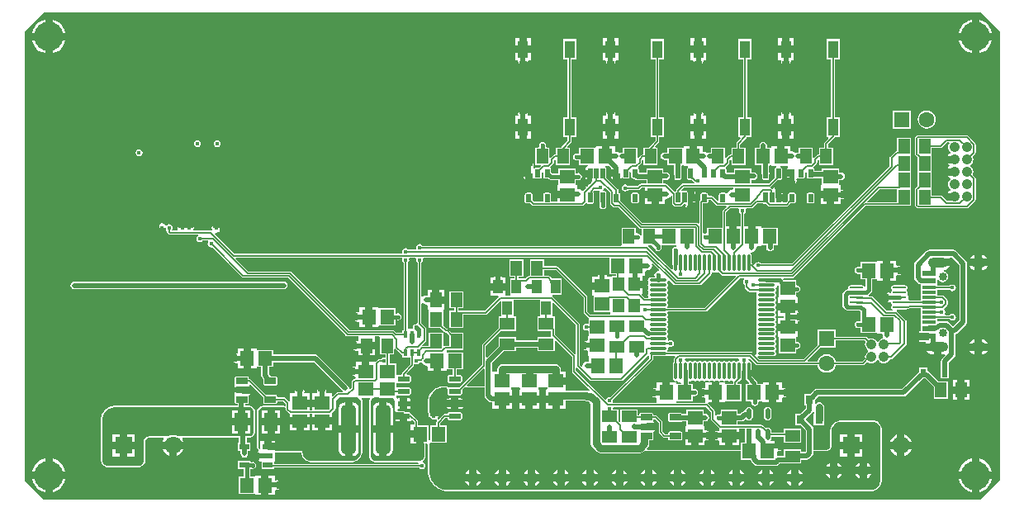
<source format=gbr>
%TF.GenerationSoftware,Altium Limited,Altium Designer,21.0.8 (223)*%
G04 Layer_Physical_Order=1*
G04 Layer_Color=255*
%FSLAX45Y45*%
%MOMM*%
%TF.SameCoordinates,ED3C5559-8931-45A1-834E-F7BCE4D23214*%
%TF.FilePolarity,Positive*%
%TF.FileFunction,Copper,L1,Top,Signal*%
%TF.Part,Single*%
G01*
G75*
%TA.AperFunction,SMDPad,CuDef*%
%ADD10R,1.50000X1.20000*%
%ADD11R,1.20000X1.50000*%
%ADD12R,0.63000X0.83000*%
%ADD13R,0.80000X0.90000*%
%ADD14R,1.45000X1.50000*%
%ADD15R,0.52981X1.15564*%
G04:AMPARAMS|DCode=16|XSize=1.15564mm|YSize=0.52981mm|CornerRadius=0.2649mm|HoleSize=0mm|Usage=FLASHONLY|Rotation=90.000|XOffset=0mm|YOffset=0mm|HoleType=Round|Shape=RoundedRectangle|*
%AMROUNDEDRECTD16*
21,1,1.15564,0.00000,0,0,90.0*
21,1,0.62584,0.52981,0,0,90.0*
1,1,0.52980,0.00000,0.31292*
1,1,0.52980,0.00000,-0.31292*
1,1,0.52980,0.00000,-0.31292*
1,1,0.52980,0.00000,0.31292*
%
%ADD16ROUNDEDRECTD16*%
%ADD17R,1.50000X1.45000*%
G04:AMPARAMS|DCode=18|XSize=0.65mm|YSize=1.2mm|CornerRadius=0.04875mm|HoleSize=0mm|Usage=FLASHONLY|Rotation=90.000|XOffset=0mm|YOffset=0mm|HoleType=Round|Shape=RoundedRectangle|*
%AMROUNDEDRECTD18*
21,1,0.65000,1.10250,0,0,90.0*
21,1,0.55250,1.20000,0,0,90.0*
1,1,0.09750,0.55125,0.27625*
1,1,0.09750,0.55125,-0.27625*
1,1,0.09750,-0.55125,-0.27625*
1,1,0.09750,-0.55125,0.27625*
%
%ADD18ROUNDEDRECTD18*%
%ADD19R,1.10000X1.80000*%
%ADD20R,1.45000X0.60000*%
%ADD21R,1.45000X0.30000*%
G04:AMPARAMS|DCode=22|XSize=1.5mm|YSize=5mm|CornerRadius=0.375mm|HoleSize=0mm|Usage=FLASHONLY|Rotation=180.000|XOffset=0mm|YOffset=0mm|HoleType=Round|Shape=RoundedRectangle|*
%AMROUNDEDRECTD22*
21,1,1.50000,4.25000,0,0,180.0*
21,1,0.75000,5.00000,0,0,180.0*
1,1,0.75000,-0.37500,2.12500*
1,1,0.75000,0.37500,2.12500*
1,1,0.75000,0.37500,-2.12500*
1,1,0.75000,-0.37500,-2.12500*
%
%ADD22ROUNDEDRECTD22*%
%ADD23R,1.20000X1.40000*%
%ADD24R,1.00000X0.60000*%
%ADD25O,1.40000X0.25000*%
%ADD26R,0.40000X0.65000*%
G04:AMPARAMS|DCode=27|XSize=0.55mm|YSize=1.25mm|CornerRadius=0.0495mm|HoleSize=0mm|Usage=FLASHONLY|Rotation=270.000|XOffset=0mm|YOffset=0mm|HoleType=Round|Shape=RoundedRectangle|*
%AMROUNDEDRECTD27*
21,1,0.55000,1.15100,0,0,270.0*
21,1,0.45100,1.25000,0,0,270.0*
1,1,0.09900,-0.57550,-0.22550*
1,1,0.09900,-0.57550,0.22550*
1,1,0.09900,0.57550,0.22550*
1,1,0.09900,0.57550,-0.22550*
%
%ADD27ROUNDEDRECTD27*%
G04:AMPARAMS|DCode=28|XSize=0.55mm|YSize=0.8mm|CornerRadius=0.0495mm|HoleSize=0mm|Usage=FLASHONLY|Rotation=0.000|XOffset=0mm|YOffset=0mm|HoleType=Round|Shape=RoundedRectangle|*
%AMROUNDEDRECTD28*
21,1,0.55000,0.70100,0,0,0.0*
21,1,0.45100,0.80000,0,0,0.0*
1,1,0.09900,0.22550,-0.35050*
1,1,0.09900,-0.22550,-0.35050*
1,1,0.09900,-0.22550,0.35050*
1,1,0.09900,0.22550,0.35050*
%
%ADD28ROUNDEDRECTD28*%
G04:AMPARAMS|DCode=29|XSize=0.45mm|YSize=1.05mm|CornerRadius=0.0495mm|HoleSize=0mm|Usage=FLASHONLY|Rotation=0.000|XOffset=0mm|YOffset=0mm|HoleType=Round|Shape=RoundedRectangle|*
%AMROUNDEDRECTD29*
21,1,0.45000,0.95100,0,0,0.0*
21,1,0.35100,1.05000,0,0,0.0*
1,1,0.09900,0.17550,-0.47550*
1,1,0.09900,-0.17550,-0.47550*
1,1,0.09900,-0.17550,0.47550*
1,1,0.09900,0.17550,0.47550*
%
%ADD29ROUNDEDRECTD29*%
%ADD30O,1.80000X0.30000*%
%ADD31O,0.30000X1.80000*%
%ADD32R,1.35000X1.85000*%
%ADD33R,1.00000X1.40000*%
%TA.AperFunction,Conductor*%
%ADD34C,0.50800*%
%ADD35C,0.76200*%
%ADD36C,0.12700*%
%ADD37C,0.38100*%
%ADD38C,0.17800*%
%ADD39C,0.15240*%
%TA.AperFunction,ViaPad*%
%ADD40C,3.00000*%
%TA.AperFunction,ComponentPad*%
%ADD41C,1.05000*%
%ADD42C,1.60000*%
%ADD43R,1.60000X1.60000*%
%ADD44O,1.60000X1.00000*%
%ADD45O,2.10000X1.00000*%
%ADD46C,0.85000*%
%ADD47R,1.80000X1.80000*%
%ADD48C,1.80000*%
%ADD49R,1.60000X1.60000*%
%ADD50O,22.00000X0.50000*%
%TA.AperFunction,ViaPad*%
%ADD51C,1.27000*%
%ADD52C,0.45000*%
G36*
X10000000Y4800000D02*
Y200000D01*
X9800000Y0D01*
X200000D01*
X0Y200000D01*
Y4800000D01*
X0D01*
X200000Y5000000D01*
X9800000D01*
X10000000Y4800000D01*
D02*
G37*
%LPC*%
G36*
X9788100Y4921735D02*
Y4788100D01*
X9921735D01*
X9912833Y4817447D01*
X9896545Y4847918D01*
X9874627Y4874627D01*
X9847919Y4896545D01*
X9817447Y4912832D01*
X9788100Y4921735D01*
D02*
G37*
G36*
X9711900D02*
X9682553Y4912832D01*
X9652082Y4896545D01*
X9625373Y4874627D01*
X9603455Y4847918D01*
X9587168Y4817447D01*
X9578265Y4788100D01*
X9711900D01*
Y4921735D01*
D02*
G37*
G36*
X288100D02*
Y4788100D01*
X421735D01*
X412833Y4817447D01*
X396545Y4847918D01*
X374627Y4874627D01*
X347919Y4896545D01*
X317447Y4912832D01*
X288100Y4921735D01*
D02*
G37*
G36*
X211900D02*
X182553Y4912832D01*
X152081Y4896545D01*
X125373Y4874627D01*
X103455Y4847918D01*
X87167Y4817447D01*
X78265Y4788100D01*
X211900D01*
Y4921735D01*
D02*
G37*
G36*
X5189901Y4735499D02*
X5147601D01*
Y4658199D01*
X5189901D01*
Y4735499D01*
D02*
G37*
G36*
X5071401D02*
X5029101D01*
Y4658199D01*
X5071401D01*
Y4735499D01*
D02*
G37*
G36*
X7889901D02*
X7847601D01*
Y4658199D01*
X7889901D01*
Y4735499D01*
D02*
G37*
G36*
X6089901D02*
X6047601D01*
Y4658199D01*
X6089901D01*
Y4735499D01*
D02*
G37*
G36*
X7771401D02*
X7729101D01*
Y4658199D01*
X7771401D01*
Y4735499D01*
D02*
G37*
G36*
X5971401D02*
X5929101D01*
Y4658199D01*
X5971401D01*
Y4735499D01*
D02*
G37*
G36*
X6989901D02*
X6947601D01*
Y4658199D01*
X6989901D01*
Y4735499D01*
D02*
G37*
G36*
X6871401D02*
X6829101D01*
Y4658199D01*
X6871401D01*
Y4735499D01*
D02*
G37*
G36*
X9921735Y4711900D02*
X9788100D01*
Y4578265D01*
X9817447Y4587167D01*
X9847919Y4603455D01*
X9874627Y4625373D01*
X9896545Y4652081D01*
X9912833Y4682552D01*
X9921735Y4711900D01*
D02*
G37*
G36*
X9711900D02*
X9578265D01*
X9587168Y4682552D01*
X9603455Y4652081D01*
X9625373Y4625373D01*
X9652082Y4603455D01*
X9682553Y4587167D01*
X9711900Y4578265D01*
Y4711900D01*
D02*
G37*
G36*
X421735D02*
X288100D01*
Y4578265D01*
X317447Y4587167D01*
X347919Y4603455D01*
X374627Y4625373D01*
X396545Y4652081D01*
X412833Y4682552D01*
X421735Y4711900D01*
D02*
G37*
G36*
X211900D02*
X78265D01*
X87167Y4682552D01*
X103455Y4652081D01*
X125373Y4625373D01*
X152081Y4603455D01*
X182553Y4587167D01*
X211900Y4578265D01*
Y4711900D01*
D02*
G37*
G36*
X7889901Y4581999D02*
X7809501D01*
X7729101D01*
Y4504699D01*
X7755987D01*
X7759122Y4500880D01*
X7762839Y4482190D01*
X7769860Y4471683D01*
Y4500880D01*
X7846060D01*
Y4471683D01*
X7853081Y4482190D01*
X7856798Y4500880D01*
X7859933Y4504699D01*
X7889901D01*
Y4581999D01*
D02*
G37*
G36*
X6989901Y4581999D02*
X6909501D01*
X6829101D01*
Y4504699D01*
X6857283D01*
X6862502Y4498340D01*
X6866219Y4479650D01*
X6873240Y4469143D01*
Y4498340D01*
X6949440D01*
Y4469143D01*
X6956461Y4479650D01*
X6960178Y4498340D01*
X6965397Y4504699D01*
X6989901D01*
Y4581999D01*
D02*
G37*
G36*
X6089901Y4581999D02*
X6009501D01*
X5929101D01*
Y4504699D01*
X5955583D01*
X5960802Y4498340D01*
X5964519Y4479650D01*
X5971540Y4469143D01*
Y4498340D01*
X6047740D01*
Y4469143D01*
X6054761Y4479650D01*
X6058478Y4498340D01*
X6063697Y4504699D01*
X6089901D01*
Y4581999D01*
D02*
G37*
G36*
X5189901Y4581999D02*
X5109501D01*
X5029101D01*
Y4504699D01*
X5056423D01*
X5061642Y4498340D01*
X5065359Y4479650D01*
X5072380Y4469143D01*
Y4498340D01*
X5148580D01*
Y4469143D01*
X5155601Y4479650D01*
X5159318Y4498340D01*
X5164537Y4504699D01*
X5189901D01*
Y4581999D01*
D02*
G37*
G36*
X7846060Y3983977D02*
Y3954780D01*
X7769860D01*
Y3983977D01*
X7762839Y3973470D01*
X7759122Y3954780D01*
X7760431Y3948200D01*
X7750008Y3935500D01*
X7729100D01*
Y3858200D01*
X7809500D01*
X7889900D01*
Y3935500D01*
X7865912D01*
X7855489Y3948200D01*
X7856798Y3954780D01*
X7853081Y3973470D01*
X7846060Y3983977D01*
D02*
G37*
G36*
X6949440Y3981437D02*
Y3952240D01*
X6873240D01*
Y3981437D01*
X6866219Y3970930D01*
X6862502Y3952240D01*
X6863879Y3945317D01*
X6855822Y3935500D01*
X6829100D01*
Y3858200D01*
X6909500D01*
X6989900D01*
Y3935500D01*
X6966858D01*
X6958801Y3945317D01*
X6960178Y3952240D01*
X6956461Y3970930D01*
X6949440Y3981437D01*
D02*
G37*
G36*
X6047740D02*
Y3952240D01*
X5971540D01*
Y3981437D01*
X5964519Y3970930D01*
X5960802Y3952240D01*
X5962179Y3945317D01*
X5954122Y3935500D01*
X5929100D01*
Y3858200D01*
X6009500D01*
X6089900D01*
Y3935500D01*
X6065158D01*
X6057101Y3945317D01*
X6058478Y3952240D01*
X6054761Y3970930D01*
X6047740Y3981437D01*
D02*
G37*
G36*
X5148580D02*
Y3952240D01*
X5072380D01*
Y3981437D01*
X5065359Y3970930D01*
X5061642Y3952240D01*
X5063019Y3945317D01*
X5054962Y3935500D01*
X5029100D01*
Y3858200D01*
X5109501D01*
X5189900D01*
Y3935500D01*
X5165998D01*
X5157941Y3945317D01*
X5159318Y3952240D01*
X5155601Y3970930D01*
X5148580Y3981437D01*
D02*
G37*
G36*
X9090700Y3992700D02*
X8905300D01*
Y3807300D01*
X9090700D01*
Y3992700D01*
D02*
G37*
G36*
X9252000Y3993500D02*
X9227800Y3990314D01*
X9205250Y3980973D01*
X9185886Y3966114D01*
X9171027Y3946750D01*
X9161686Y3924200D01*
X9158500Y3900000D01*
X9161686Y3875800D01*
X9171027Y3853250D01*
X9185886Y3833886D01*
X9205250Y3819027D01*
X9227800Y3809686D01*
X9252000Y3806500D01*
X9276200Y3809686D01*
X9298750Y3819027D01*
X9318114Y3833886D01*
X9332973Y3853250D01*
X9342314Y3875800D01*
X9345500Y3900000D01*
X9342314Y3924200D01*
X9332973Y3946750D01*
X9318114Y3966114D01*
X9298750Y3980973D01*
X9276200Y3990314D01*
X9252000Y3993500D01*
D02*
G37*
G36*
X7889900Y3782000D02*
X7847600D01*
Y3704700D01*
X7889900D01*
Y3782000D01*
D02*
G37*
G36*
X7771400D02*
X7729100D01*
Y3704700D01*
X7771400D01*
Y3782000D01*
D02*
G37*
G36*
X6989900Y3782000D02*
X6947600D01*
Y3704700D01*
X6989900D01*
Y3782000D01*
D02*
G37*
G36*
X6871400D02*
X6829100D01*
Y3704700D01*
X6871400D01*
Y3782000D01*
D02*
G37*
G36*
X6089900Y3782000D02*
X6047600D01*
Y3704700D01*
X6089900D01*
Y3782000D01*
D02*
G37*
G36*
X5971400D02*
X5929100D01*
Y3704700D01*
X5971400D01*
Y3782000D01*
D02*
G37*
G36*
X5189900Y3782000D02*
X5147601D01*
Y3704700D01*
X5189900D01*
Y3782000D01*
D02*
G37*
G36*
X5071401D02*
X5029100D01*
Y3704700D01*
X5071401D01*
Y3782000D01*
D02*
G37*
G36*
X1976120Y3688409D02*
X1962386Y3685677D01*
X1950742Y3677898D01*
X1942963Y3666254D01*
X1940231Y3652520D01*
X1942963Y3638786D01*
X1950742Y3627142D01*
X1962386Y3619363D01*
X1976120Y3616631D01*
X1989854Y3619363D01*
X2001498Y3627142D01*
X2009277Y3638786D01*
X2012009Y3652520D01*
X2009277Y3666254D01*
X2001498Y3677898D01*
X1989854Y3685677D01*
X1976120Y3688409D01*
D02*
G37*
G36*
X1775460D02*
X1761726Y3685677D01*
X1750082Y3677898D01*
X1742303Y3666254D01*
X1739571Y3652520D01*
X1742303Y3638786D01*
X1750082Y3627142D01*
X1761726Y3619363D01*
X1775460Y3616631D01*
X1789194Y3619363D01*
X1800838Y3627142D01*
X1808617Y3638786D01*
X1811349Y3652520D01*
X1808617Y3666254D01*
X1800838Y3677898D01*
X1789194Y3685677D01*
X1775460Y3688409D01*
D02*
G37*
G36*
X1176250Y3593390D02*
X1162516Y3590658D01*
X1150872Y3582878D01*
X1143092Y3571234D01*
X1140360Y3557500D01*
X1143092Y3543766D01*
X1150872Y3532122D01*
X1162516Y3524343D01*
X1176250Y3521611D01*
X1189984Y3524343D01*
X1201628Y3532122D01*
X1209407Y3543766D01*
X1212139Y3557500D01*
X1209407Y3571234D01*
X1201628Y3582878D01*
X1189984Y3590658D01*
X1176250Y3593390D01*
D02*
G37*
G36*
X8357200Y4722799D02*
X8221800D01*
Y4517399D01*
X8270077D01*
Y3922800D01*
X8221800D01*
Y3717401D01*
X8239088D01*
X8243948Y3705667D01*
X8206266Y3667986D01*
X8202056Y3661685D01*
X8200577Y3654252D01*
Y3610200D01*
X8147301D01*
Y3551792D01*
X8140950Y3541923D01*
X8133518Y3540445D01*
X8127216Y3536234D01*
X8127216Y3536233D01*
X8095686Y3504704D01*
X8095400Y3504276D01*
X8082700Y3508129D01*
Y3610200D01*
X7937301D01*
Y3561827D01*
X7929880D01*
X7915014Y3558869D01*
X7904640Y3551938D01*
X7900914Y3557514D01*
X7885070Y3568101D01*
X7866380Y3571818D01*
X7865218Y3571587D01*
X7855400Y3579644D01*
Y3622900D01*
X7795600D01*
Y3522500D01*
X7719400D01*
Y3622900D01*
X7659600D01*
Y3622113D01*
X7657700Y3610200D01*
X7646900Y3610200D01*
X7613127D01*
Y3632200D01*
X7610169Y3647066D01*
X7601749Y3659669D01*
X7589146Y3668089D01*
X7574280Y3671047D01*
X7559414Y3668089D01*
X7546811Y3659669D01*
X7538391Y3647066D01*
X7535433Y3632200D01*
Y3610200D01*
X7487300D01*
Y3434800D01*
X7558254D01*
Y3347900D01*
X7561211Y3333034D01*
X7564455Y3328179D01*
Y3297450D01*
X7565825Y3290563D01*
X7569726Y3284725D01*
X7575564Y3280824D01*
X7582450Y3279454D01*
X7617550D01*
X7624437Y3280824D01*
X7630275Y3284725D01*
X7634176Y3290563D01*
X7635546Y3297450D01*
Y3329619D01*
X7635890Y3330134D01*
X7638847Y3345000D01*
X7635947Y3359578D01*
Y3425820D01*
X7644927Y3434800D01*
X7657700Y3434800D01*
X7659600Y3422887D01*
Y3422100D01*
X7705440D01*
X7706691Y3409400D01*
X7705564Y3409176D01*
X7699726Y3405275D01*
X7695825Y3399437D01*
X7694455Y3392550D01*
Y3307272D01*
X7630055Y3242873D01*
X7452700D01*
Y3278393D01*
X7477760D01*
X7492626Y3281351D01*
X7505229Y3289771D01*
X7513649Y3302374D01*
X7516607Y3317240D01*
X7513649Y3332106D01*
X7505229Y3344709D01*
X7492626Y3353129D01*
X7477760Y3356087D01*
X7452700D01*
Y3400200D01*
X7277300D01*
Y3353846D01*
X7200546D01*
Y3385050D01*
X7199176Y3391937D01*
X7195275Y3397775D01*
X7193552Y3398926D01*
X7190798Y3411478D01*
X7191187Y3414277D01*
X7223155Y3446245D01*
X7227365Y3452546D01*
X7228844Y3459979D01*
X7228844Y3459980D01*
Y3479778D01*
X7234601Y3484282D01*
X7247301Y3478148D01*
Y3434800D01*
X7392700D01*
Y3610200D01*
X7339424D01*
Y3646206D01*
X7403234Y3710016D01*
X7407444Y3716318D01*
X7407660Y3717401D01*
X7457200D01*
Y3922800D01*
X7408923D01*
Y4517399D01*
X7457200D01*
Y4722799D01*
X7321800D01*
Y4517399D01*
X7370077D01*
Y3922800D01*
X7321800D01*
Y3717401D01*
X7339088D01*
X7343948Y3705667D01*
X7306266Y3667986D01*
X7302056Y3661685D01*
X7300577Y3654252D01*
Y3610200D01*
X7247301D01*
Y3551792D01*
X7240950Y3541923D01*
X7233518Y3540445D01*
X7227216Y3536234D01*
X7227216Y3536233D01*
X7195686Y3504704D01*
X7195400Y3504276D01*
X7182700Y3508129D01*
Y3610200D01*
X7037301D01*
Y3559287D01*
X7025640D01*
X7010774Y3556329D01*
X6998644Y3548224D01*
X6994134Y3554974D01*
X6978290Y3565561D01*
X6959600Y3569278D01*
X6955400Y3572725D01*
Y3622900D01*
X6895600D01*
Y3522500D01*
X6819400D01*
Y3622900D01*
X6759600D01*
Y3622113D01*
X6757700Y3610200D01*
X6746900Y3610200D01*
X6587301D01*
Y3561827D01*
X6563360D01*
X6548494Y3558869D01*
X6535891Y3550449D01*
X6527471Y3537846D01*
X6524513Y3522980D01*
X6527471Y3508114D01*
X6535891Y3495511D01*
X6548494Y3487091D01*
X6563360Y3484133D01*
X6587301D01*
Y3434800D01*
X6658254D01*
Y3347900D01*
X6661211Y3333034D01*
X6664455Y3328179D01*
Y3297450D01*
X6665824Y3290563D01*
X6669725Y3284725D01*
X6675563Y3280824D01*
X6682450Y3279454D01*
X6717550D01*
X6724437Y3280824D01*
X6730275Y3284725D01*
X6734176Y3290563D01*
X6735546Y3297450D01*
Y3329619D01*
X6735889Y3330134D01*
X6738847Y3345000D01*
X6735947Y3359578D01*
Y3425820D01*
X6744927Y3434800D01*
X6757700Y3434800D01*
X6759600Y3422887D01*
Y3422100D01*
X6805440D01*
X6806691Y3409400D01*
X6805563Y3409176D01*
X6799725Y3405275D01*
X6795824Y3399437D01*
X6794455Y3392550D01*
Y3297450D01*
X6795824Y3290563D01*
X6799725Y3284725D01*
X6805563Y3280824D01*
X6812450Y3279454D01*
X6845277D01*
X6865845Y3258886D01*
X6869868Y3256198D01*
X6869992Y3255573D01*
X6863021Y3242873D01*
X6755059D01*
X6747626Y3241394D01*
X6741325Y3237184D01*
X6686266Y3182125D01*
X6682055Y3175824D01*
X6680577Y3168391D01*
Y3165173D01*
X6675563Y3164176D01*
X6669726Y3160275D01*
X6663188Y3159631D01*
X6587534Y3235284D01*
X6581233Y3239494D01*
X6573800Y3240973D01*
X6552700D01*
Y3278393D01*
X6578600D01*
X6593466Y3281351D01*
X6606069Y3289771D01*
X6614489Y3302374D01*
X6617447Y3317240D01*
X6614489Y3332106D01*
X6606069Y3344709D01*
X6593466Y3353129D01*
X6578600Y3356087D01*
X6552700D01*
Y3400200D01*
X6377300D01*
Y3353846D01*
X6300546D01*
Y3385050D01*
X6299176Y3391937D01*
X6295275Y3397775D01*
X6293552Y3398926D01*
X6290798Y3411478D01*
X6291187Y3414277D01*
X6323155Y3446245D01*
X6327365Y3452546D01*
X6328844Y3459979D01*
X6328844Y3459980D01*
Y3479778D01*
X6334601Y3484282D01*
X6347301Y3478148D01*
Y3434800D01*
X6492701D01*
Y3610200D01*
X6470413D01*
X6465552Y3621933D01*
X6503234Y3659615D01*
X6507444Y3665916D01*
X6508923Y3673349D01*
X6508923Y3673350D01*
Y3717401D01*
X6557200D01*
Y3922800D01*
X6508923D01*
Y4517399D01*
X6557200D01*
Y4722799D01*
X6421800D01*
Y4517399D01*
X6470077D01*
Y3922800D01*
X6421800D01*
Y3717401D01*
X6470077D01*
Y3681394D01*
X6406266Y3617584D01*
X6402056Y3611283D01*
X6401841Y3610200D01*
X6347301D01*
Y3551792D01*
X6340950Y3541923D01*
X6333518Y3540445D01*
X6327216Y3536234D01*
X6327216Y3536233D01*
X6295686Y3504704D01*
X6295400Y3504276D01*
X6282700Y3508129D01*
Y3610200D01*
X6137301D01*
Y3559287D01*
X6126480D01*
X6111614Y3556329D01*
X6101240Y3549398D01*
X6097514Y3554974D01*
X6081670Y3565561D01*
X6062980Y3569278D01*
X6055400Y3575499D01*
Y3622900D01*
X5995600D01*
Y3522500D01*
X5919400D01*
Y3622900D01*
X5859600D01*
Y3622113D01*
X5857700Y3610200D01*
X5846900Y3610200D01*
X5687301D01*
Y3552792D01*
X5675870Y3548688D01*
X5674601Y3548675D01*
X5661660Y3551249D01*
X5647926Y3548517D01*
X5636282Y3540738D01*
X5628503Y3529094D01*
X5625771Y3515360D01*
X5628503Y3501626D01*
X5636282Y3489982D01*
X5647926Y3482203D01*
X5661660Y3479471D01*
X5674601Y3482045D01*
X5675870Y3482032D01*
X5687301Y3477928D01*
Y3434800D01*
X5774190D01*
X5775441Y3422100D01*
X5770608Y3421139D01*
X5760569Y3414431D01*
X5753861Y3404392D01*
X5751506Y3392550D01*
Y3383100D01*
X5800000D01*
Y3306900D01*
X5751506D01*
Y3297450D01*
X5752678Y3291555D01*
X5749303Y3289300D01*
X5778500D01*
Y3215176D01*
X5776424Y3213100D01*
X5749303D01*
X5754799Y3209428D01*
X5757839Y3194508D01*
X5731458Y3168127D01*
X5722056Y3167375D01*
X5715810Y3168686D01*
X5713974Y3171434D01*
X5698130Y3182021D01*
X5679440Y3185738D01*
X5675218Y3184898D01*
X5665400Y3192955D01*
Y3227900D01*
X5664613D01*
X5652700Y3229800D01*
X5652700Y3240600D01*
Y3278913D01*
X5665400Y3281747D01*
X5665706Y3281543D01*
X5679440Y3278811D01*
X5693174Y3281543D01*
X5704818Y3289322D01*
X5712597Y3300966D01*
X5715329Y3314700D01*
X5712597Y3328434D01*
X5704818Y3340078D01*
X5693174Y3347857D01*
X5679440Y3350589D01*
X5665706Y3347857D01*
X5665400Y3347653D01*
X5652700Y3350487D01*
Y3400200D01*
X5477300D01*
Y3347372D01*
X5408410D01*
X5403841Y3351940D01*
X5400546Y3354142D01*
Y3385050D01*
X5399176Y3391937D01*
X5395275Y3397775D01*
X5393552Y3398926D01*
X5390798Y3411478D01*
X5391187Y3414277D01*
X5423155Y3446245D01*
X5427365Y3452546D01*
X5428844Y3459979D01*
X5428844Y3459980D01*
Y3479778D01*
X5434601Y3484282D01*
X5447301Y3478148D01*
Y3434800D01*
X5592700D01*
Y3610200D01*
X5570413D01*
X5565552Y3621933D01*
X5603234Y3659615D01*
X5607444Y3665916D01*
X5608923Y3673349D01*
Y3717401D01*
X5657200D01*
Y3922800D01*
X5608923D01*
Y4517399D01*
X5657200D01*
Y4722799D01*
X5521800D01*
Y4517399D01*
X5570077D01*
Y3922800D01*
X5521800D01*
Y3717401D01*
X5570077D01*
Y3681395D01*
X5506266Y3617584D01*
X5502056Y3611283D01*
X5501840Y3610200D01*
X5447301D01*
Y3551792D01*
X5440950Y3541923D01*
X5433517Y3540445D01*
X5427216Y3536234D01*
X5427215Y3536233D01*
X5395686Y3504704D01*
X5395400Y3504276D01*
X5382700Y3508129D01*
Y3610200D01*
X5354020D01*
X5351678Y3612191D01*
X5345180Y3622900D01*
X5347029Y3632200D01*
X5344297Y3645934D01*
X5336518Y3657578D01*
X5324874Y3665357D01*
X5311140Y3668089D01*
X5297406Y3665357D01*
X5285762Y3657578D01*
X5277983Y3645934D01*
X5275251Y3632200D01*
X5277100Y3622900D01*
X5270602Y3612191D01*
X5268260Y3610200D01*
X5237300D01*
Y3434800D01*
X5293239D01*
X5298099Y3423067D01*
X5278077Y3403046D01*
X5242451D01*
X5235564Y3401676D01*
X5233138Y3400055D01*
X5227558Y3398584D01*
X5226069Y3399140D01*
X5216561Y3407771D01*
X5220278Y3426460D01*
X5216561Y3445150D01*
X5209540Y3455657D01*
Y3426460D01*
X5171440D01*
Y3388360D01*
X5117165D01*
X5117113Y3388100D01*
X5170001D01*
Y3350000D01*
X5208101D01*
Y3288839D01*
X5214432Y3293069D01*
X5217500Y3297662D01*
X5227558Y3301416D01*
X5233138Y3299945D01*
X5235564Y3298324D01*
X5242451Y3296954D01*
X5287550D01*
X5294437Y3298324D01*
X5300275Y3302225D01*
X5304176Y3308063D01*
X5305546Y3314950D01*
Y3363540D01*
X5306755Y3364348D01*
X5319455Y3357560D01*
Y3314950D01*
X5320825Y3308063D01*
X5324726Y3302225D01*
X5330564Y3298324D01*
X5337451Y3296954D01*
X5367060D01*
X5367316Y3296903D01*
X5372110Y3292109D01*
X5382612Y3285092D01*
X5395001Y3282628D01*
X5477300D01*
X5477300Y3229800D01*
X5465387Y3227900D01*
X5464600D01*
Y3168100D01*
X5565000D01*
Y3091900D01*
X5464600D01*
Y3055373D01*
X5404302D01*
X5400546Y3059950D01*
Y3130050D01*
X5399176Y3136937D01*
X5395275Y3142775D01*
X5389437Y3146676D01*
X5382550Y3148046D01*
X5337451D01*
X5330564Y3146676D01*
X5324726Y3142775D01*
X5320825Y3136937D01*
X5319455Y3130050D01*
Y3059950D01*
X5315699Y3055373D01*
X5225175D01*
X5210546Y3070002D01*
Y3130050D01*
X5209176Y3136937D01*
X5205275Y3142775D01*
X5199437Y3146676D01*
X5192550Y3148046D01*
X5147451D01*
X5140564Y3146676D01*
X5134726Y3142775D01*
X5130825Y3136937D01*
X5129455Y3130050D01*
Y3059950D01*
X5130825Y3053063D01*
X5134726Y3047225D01*
X5140564Y3043324D01*
X5147451Y3041954D01*
X5183657D01*
X5203395Y3022216D01*
X5203396Y3022215D01*
X5209697Y3018005D01*
X5217130Y3016527D01*
X5720675D01*
X5728108Y3018005D01*
X5734410Y3022215D01*
X5754134Y3041940D01*
X5755262Y3042289D01*
X5764409Y3041994D01*
X5769248Y3040439D01*
X5769726Y3039725D01*
X5775564Y3035824D01*
X5782450Y3034454D01*
X5817550D01*
X5824437Y3035824D01*
X5830275Y3039725D01*
X5834176Y3045563D01*
X5835546Y3052450D01*
Y3147550D01*
X5834176Y3154436D01*
X5830919Y3159311D01*
X5843535Y3171927D01*
X5884756D01*
X5890400Y3168155D01*
X5892541Y3164795D01*
X5895824Y3154437D01*
X5895643Y3153522D01*
X5894455Y3147550D01*
Y3052450D01*
X5895825Y3045563D01*
X5898078Y3042190D01*
Y3029216D01*
X5897743Y3028714D01*
X5895011Y3014980D01*
X5897743Y3001246D01*
X5905522Y2989602D01*
X5917166Y2981823D01*
X5930900Y2979091D01*
X5944634Y2981823D01*
X5956278Y2989602D01*
X5964057Y3001246D01*
X5966789Y3014980D01*
X5964057Y3028714D01*
X5962822Y3030563D01*
Y3043537D01*
X5964176Y3045563D01*
X5965546Y3052450D01*
Y3147550D01*
X5964176Y3154436D01*
X5960275Y3160275D01*
X5954437Y3164176D01*
X5947550Y3165545D01*
X5938657D01*
X5937099Y3167443D01*
X5933031Y3178245D01*
X5938657Y3186666D01*
X5940307Y3194959D01*
X5953483Y3199743D01*
X6002917Y3150310D01*
Y3042920D01*
X6004395Y3035487D01*
X6008606Y3029186D01*
X6031466Y3006326D01*
X6037767Y3002115D01*
X6045200Y3000637D01*
X6089054D01*
X6306885Y2782806D01*
X6313186Y2778595D01*
X6320619Y2777117D01*
X6332300D01*
Y2707738D01*
X6331025Y2706395D01*
X6317286Y2710368D01*
X6317117Y2711214D01*
X6309338Y2722858D01*
X6297694Y2730637D01*
X6283960Y2733369D01*
X6280400Y2732661D01*
X6267700Y2743061D01*
Y2787700D01*
X6122300D01*
Y2617843D01*
X6122300Y2612300D01*
X6112565Y2605143D01*
X4082775D01*
X4077948Y2612368D01*
X4066304Y2620147D01*
X4052570Y2622879D01*
X4038836Y2620147D01*
X4027192Y2612368D01*
X4019413Y2600724D01*
X4016681Y2586990D01*
X4018627Y2577203D01*
X4011149Y2564503D01*
X3938416D01*
X3934438Y2570458D01*
X3922794Y2578237D01*
X3909060Y2580969D01*
X3895326Y2578237D01*
X3883682Y2570458D01*
X3875903Y2558814D01*
X3873171Y2545080D01*
X3875370Y2534023D01*
X3868488Y2521323D01*
X2156885D01*
X1949920Y2728288D01*
X1956176Y2739993D01*
X1968500Y2737542D01*
X1987190Y2741259D01*
X1993893Y2745738D01*
X2001520Y2749900D01*
Y2786380D01*
X1930400D01*
Y2815577D01*
X1923379Y2805070D01*
X1919662Y2786380D01*
X1923025Y2769471D01*
X1922196Y2767837D01*
X1918957Y2763903D01*
X1913664Y2759370D01*
X1910080Y2760083D01*
X1743249D01*
X1735234Y2772783D01*
X1737938Y2786380D01*
X1734221Y2805070D01*
X1727200Y2815577D01*
Y2786380D01*
X1582420D01*
Y2815577D01*
X1575399Y2805070D01*
X1571682Y2786380D01*
X1574386Y2772783D01*
X1566371Y2760083D01*
X1520852D01*
X1514064Y2772783D01*
X1516517Y2776456D01*
X1519249Y2790190D01*
X1516517Y2803924D01*
X1508738Y2815568D01*
X1497094Y2823347D01*
X1483360Y2826079D01*
X1469626Y2823347D01*
X1457983Y2815568D01*
X1447806D01*
X1444234Y2820914D01*
X1428390Y2831501D01*
X1409700Y2835218D01*
X1391010Y2831501D01*
X1381760Y2825320D01*
Y2786380D01*
X1447800D01*
Y2757183D01*
X1447948Y2757405D01*
X1452047Y2760431D01*
X1463937Y2754045D01*
Y2748280D01*
X1465415Y2740847D01*
X1469626Y2734546D01*
X1477245Y2726926D01*
X1477246Y2726926D01*
X1483547Y2722715D01*
X1490980Y2721237D01*
X1779339D01*
X1781921Y2708537D01*
X1772942Y2702538D01*
X1765163Y2690894D01*
X1762431Y2677160D01*
X1765163Y2663426D01*
X1772942Y2651782D01*
X1784586Y2644003D01*
X1798320Y2641271D01*
X1812054Y2644003D01*
X1823698Y2651782D01*
X1827676Y2657737D01*
X1880743D01*
X1882324Y2655806D01*
X1886369Y2645037D01*
X1880733Y2636602D01*
X1878001Y2622867D01*
X1880733Y2609133D01*
X1888512Y2597490D01*
X1900156Y2589710D01*
X1913890Y2586978D01*
X1922768Y2588744D01*
X2229086Y2282426D01*
X2235387Y2278215D01*
X2242820Y2276737D01*
X2704675D01*
X3300966Y1680446D01*
X3307267Y1676235D01*
X3314700Y1674757D01*
X3422100D01*
Y1632508D01*
X3412283Y1624451D01*
X3403600Y1626178D01*
X3384910Y1622461D01*
X3374403Y1615440D01*
X3403600D01*
Y1539240D01*
X3374403D01*
X3384910Y1532219D01*
X3403600Y1528502D01*
X3412283Y1530229D01*
X3422100Y1522172D01*
Y1479600D01*
X3469400D01*
Y1580000D01*
X3507500D01*
Y1618100D01*
X3592900D01*
Y1674757D01*
X3635023D01*
X3644800Y1667700D01*
Y1492300D01*
X3705577D01*
Y1466861D01*
X3692877Y1459214D01*
X3683450Y1461090D01*
X3669716Y1458358D01*
X3658072Y1450578D01*
X3654094Y1444623D01*
X3639821D01*
X3639820Y1444623D01*
X3632387Y1443145D01*
X3626086Y1438934D01*
X3626085Y1438934D01*
X3609715Y1422564D01*
X3600400Y1415401D01*
Y1415400D01*
X3600399Y1415400D01*
X3538100D01*
Y1317500D01*
X3461900D01*
Y1415400D01*
X3399600D01*
Y1372332D01*
X3389783Y1364275D01*
X3388360Y1364558D01*
X3369670Y1360841D01*
X3359163Y1353820D01*
X3388360D01*
Y1277620D01*
X3359163D01*
X3369670Y1270599D01*
X3388360Y1266882D01*
X3389783Y1267165D01*
X3399600Y1259108D01*
Y1243703D01*
X3393440D01*
X3386007Y1242225D01*
X3379706Y1238014D01*
X3359386Y1217694D01*
X3355175Y1211393D01*
X3353697Y1203960D01*
Y1148505D01*
X3338703Y1133511D01*
X3326998Y1139767D01*
X3328147Y1145540D01*
X3325189Y1160406D01*
X3316769Y1173009D01*
X3012309Y1477468D01*
X2999706Y1485889D01*
X2984840Y1488846D01*
X2552700D01*
Y1537700D01*
X2382300Y1537700D01*
X2380400Y1549613D01*
Y1550400D01*
X2320600D01*
Y1450000D01*
Y1349600D01*
X2380400D01*
Y1350387D01*
X2382300Y1362300D01*
X2393100Y1362300D01*
X2428654D01*
Y1275000D01*
X2431611Y1260134D01*
X2440031Y1247531D01*
X2449053Y1238510D01*
Y1227100D01*
X2449456Y1225078D01*
Y1192375D01*
X2450820Y1185518D01*
X2454704Y1179704D01*
X2460518Y1175820D01*
X2467375Y1174456D01*
X2577625D01*
X2584482Y1175820D01*
X2590296Y1179704D01*
X2594180Y1185518D01*
X2595544Y1192375D01*
Y1247625D01*
X2594180Y1254483D01*
X2590296Y1260296D01*
X2584482Y1264181D01*
X2577625Y1265545D01*
X2524569D01*
X2523789Y1269466D01*
X2515368Y1282069D01*
X2506347Y1291091D01*
Y1362300D01*
X2552700D01*
Y1411153D01*
X2968749D01*
X3261831Y1118071D01*
X3267681Y1114163D01*
X3263828Y1101463D01*
X3213101D01*
X3213100Y1101463D01*
X3205667Y1099985D01*
X3199366Y1095774D01*
X3199365Y1095774D01*
X3163100Y1059508D01*
X3150400Y1064769D01*
Y1090400D01*
X3103459D01*
X3095402Y1100218D01*
X3096838Y1107440D01*
X3093121Y1126130D01*
X3086100Y1136637D01*
Y1107440D01*
X3009900D01*
Y1136637D01*
X3002879Y1126130D01*
X2999162Y1107440D01*
X3000598Y1100218D01*
X2992541Y1090400D01*
X2949600D01*
Y1030600D01*
X3050000D01*
Y954400D01*
X2949600D01*
Y918583D01*
X2925400D01*
Y954400D01*
X2825000D01*
Y1030600D01*
X2925400D01*
Y1090400D01*
X2877399D01*
X2869342Y1100218D01*
X2870778Y1107440D01*
X2867061Y1126130D01*
X2860040Y1136637D01*
Y1107440D01*
X2783840D01*
Y1136637D01*
X2776819Y1126130D01*
X2773102Y1107440D01*
X2774538Y1100218D01*
X2766481Y1090400D01*
X2724600D01*
Y1010962D01*
X2719281Y1007712D01*
X2711900Y1006188D01*
X2674354Y1043735D01*
X2668053Y1047945D01*
X2660620Y1049423D01*
X2595544D01*
Y1057625D01*
X2594180Y1064483D01*
X2590296Y1070296D01*
X2584482Y1074181D01*
X2577625Y1075545D01*
X2479984D01*
X2321794Y1233734D01*
X2315493Y1237945D01*
X2308060Y1239423D01*
X2300544D01*
Y1247625D01*
X2299180Y1254483D01*
X2295296Y1260296D01*
X2289482Y1264181D01*
X2282625Y1265545D01*
X2172375D01*
X2165518Y1264181D01*
X2159704Y1260296D01*
X2155820Y1254483D01*
X2154456Y1247625D01*
Y1192375D01*
X2155820Y1185518D01*
X2153920Y1182570D01*
Y1125220D01*
Y1067457D01*
X2155820Y1064483D01*
X2154456Y1057625D01*
Y1002375D01*
X2155820Y995518D01*
X2159704Y989704D01*
X2165518Y985820D01*
X2172375Y984456D01*
X2186154D01*
Y963745D01*
X929620Y963745D01*
X916853Y963746D01*
X915552Y963207D01*
X914171Y963482D01*
X889129Y958501D01*
X887958Y957719D01*
X886550D01*
X862960Y947948D01*
X861964Y946952D01*
X860583Y946678D01*
X839353Y932492D01*
X838571Y931321D01*
X837270Y930783D01*
X819216Y912728D01*
X818677Y911427D01*
X817506Y910645D01*
X803321Y889415D01*
X803046Y888034D01*
X802050Y887038D01*
X792280Y863448D01*
Y862040D01*
X791498Y860869D01*
X786517Y835826D01*
X786792Y834446D01*
X786253Y833145D01*
X786253Y820378D01*
Y400000D01*
X786253Y390055D01*
X787299Y387528D01*
Y384794D01*
X794911Y366417D01*
X796844Y364483D01*
X797890Y361957D01*
X811956Y347891D01*
X814482Y346845D01*
X816415Y344912D01*
X834792Y337300D01*
X837527D01*
X840053Y336253D01*
X849999Y336254D01*
X1101227D01*
X1101562Y336392D01*
X1101903Y336270D01*
X1104355Y336391D01*
X1104681Y336545D01*
X1105026Y336440D01*
X1107469Y336681D01*
X1107788Y336851D01*
X1108140Y336764D01*
X1109129Y336910D01*
X1110715Y336254D01*
X1110718D01*
X1110719Y336253D01*
X1110719Y336254D01*
X1184946D01*
X1187471Y337300D01*
X1190206D01*
X1208583Y344912D01*
X1210517Y346845D01*
X1213043Y347892D01*
X1227108Y361957D01*
X1228155Y364483D01*
X1230088Y366417D01*
X1237700Y384794D01*
Y387528D01*
X1238747Y390054D01*
Y599326D01*
X1239441Y606378D01*
X1245080Y619991D01*
X1255008Y629918D01*
X1268621Y635556D01*
X1275678Y636251D01*
X1423615Y636251D01*
X1429232Y624861D01*
X1423199Y616998D01*
X1414874Y596900D01*
X1524000D01*
X1633126D01*
X1624801Y616998D01*
X1618767Y624861D01*
X1624385Y636252D01*
X2199904Y636253D01*
Y587700D01*
X2192300D01*
Y502300D01*
X2216154D01*
Y472960D01*
X2219111Y458094D01*
X2227531Y445491D01*
X2240134Y437070D01*
X2255000Y434113D01*
X2269866Y437070D01*
X2282469Y445491D01*
X2290889Y458094D01*
X2293847Y472960D01*
Y502300D01*
X2317700D01*
Y587700D01*
X2277597D01*
Y636253D01*
X2309945D01*
X2312471Y637300D01*
X2315205D01*
X2333582Y644912D01*
X2335516Y646845D01*
X2338042Y647892D01*
X2352107Y661957D01*
X2353153Y664483D01*
X2355086Y666416D01*
X2362698Y684793D01*
Y687527D01*
X2363745Y690053D01*
Y699998D01*
X2363745Y699999D01*
X2363745Y699999D01*
X2363745Y899999D01*
X2363746Y909944D01*
X2362699Y912471D01*
Y915205D01*
X2355087Y933583D01*
X2353154Y935516D01*
X2352107Y938043D01*
X2338042Y952108D01*
X2335516Y953154D01*
X2333582Y955087D01*
X2316970Y961968D01*
X2314650D01*
X2312566Y962987D01*
X2300860Y963718D01*
X2300427Y963569D01*
X2300004Y963744D01*
X2300000D01*
X2299998Y963745D01*
X2263847D01*
Y984456D01*
X2282625D01*
X2289482Y985820D01*
X2295296Y989704D01*
X2299180Y995518D01*
X2300544Y1002375D01*
Y1057625D01*
X2299180Y1064483D01*
X2295696Y1069697D01*
X2304452Y1075548D01*
X2311143Y1085562D01*
X2311409Y1086900D01*
X2227500D01*
Y1163100D01*
X2311409D01*
X2311143Y1164438D01*
X2305086Y1173503D01*
X2304588Y1174905D01*
X2305311Y1177320D01*
X2319653Y1180938D01*
X2449456Y1051136D01*
Y1002375D01*
X2450820Y995518D01*
X2454704Y989704D01*
X2460518Y985820D01*
X2467375Y984456D01*
X2577625D01*
X2584482Y985820D01*
X2590296Y989704D01*
X2594180Y995518D01*
X2595544Y1002375D01*
Y1010577D01*
X2652574D01*
X2680597Y982555D01*
Y967754D01*
X2670037Y960699D01*
X2665206Y962700D01*
X2662472D01*
X2659945Y963746D01*
X2450000D01*
X2449999Y963746D01*
X2440054Y963746D01*
X2437528Y962700D01*
X2434793D01*
X2416417Y955087D01*
X2414483Y953154D01*
X2411957Y952108D01*
X2397892Y938043D01*
X2396845Y935516D01*
X2394912Y933583D01*
X2387300Y915206D01*
Y912472D01*
X2386254Y909945D01*
X2386254Y899999D01*
X2386254Y550000D01*
X2386253Y540054D01*
X2387300Y537528D01*
Y534793D01*
X2394912Y516417D01*
X2396845Y514483D01*
X2397891Y511957D01*
X2397892Y511956D01*
X2398147Y511702D01*
X2400673Y510655D01*
X2401703Y509625D01*
X2401543Y499918D01*
X2401246Y496585D01*
X2391770Y494701D01*
X2381263Y487680D01*
X2410460D01*
Y411480D01*
X2381263D01*
X2391770Y404459D01*
X2409521Y400928D01*
X2419600Y394600D01*
X2419600Y394600D01*
X2419601Y394600D01*
X2432300D01*
Y312300D01*
X2557700D01*
Y331097D01*
X4047344D01*
X4051322Y325142D01*
X4062966Y317363D01*
X4076700Y314631D01*
X4090434Y317363D01*
X4102078Y325142D01*
X4109857Y336786D01*
X4112589Y350520D01*
X4109857Y364254D01*
X4102078Y375898D01*
X4090435Y383677D01*
X4088232Y389664D01*
X4088044Y397889D01*
X4102110Y411955D01*
X4103156Y414482D01*
X4105090Y416415D01*
X4112701Y434794D01*
X4112701Y437529D01*
X4113747Y440056D01*
X4113746Y450002D01*
X4113746Y574600D01*
X4117111Y579636D01*
X4124969Y581042D01*
X4136254Y571587D01*
Y300000D01*
X4136254Y280301D01*
X4136793Y279000D01*
X4136518Y277619D01*
X4144204Y238980D01*
X4144986Y237809D01*
Y236401D01*
X4160062Y200003D01*
X4161058Y199008D01*
X4161333Y197627D01*
X4183220Y164870D01*
X4184391Y164088D01*
X4184930Y162787D01*
X4212787Y134929D01*
X4214088Y134390D01*
X4214870Y133220D01*
X4247627Y111332D01*
X4249008Y111057D01*
X4250004Y110062D01*
X4286401Y94986D01*
X4287810D01*
X4288980Y94204D01*
X4327619Y86517D01*
X4329001Y86792D01*
X4330302Y86253D01*
X4350000Y86254D01*
X8674999D01*
X8684849Y86253D01*
X8686150Y86792D01*
X8687531Y86517D01*
X8706851Y90360D01*
X8708021Y91143D01*
X8709429D01*
X8727628Y98681D01*
X8728624Y99677D01*
X8730004Y99951D01*
X8746383Y110895D01*
X8747165Y112066D01*
X8748466Y112604D01*
X8762395Y126533D01*
X8762934Y127834D01*
X8764105Y128616D01*
X8775048Y144995D01*
X8775323Y146376D01*
X8776318Y147372D01*
X8783857Y165570D01*
Y166978D01*
X8784639Y168149D01*
X8788482Y187469D01*
X8788207Y188850D01*
X8788746Y190151D01*
X8788746Y200000D01*
X8788747Y725000D01*
X8788746Y725001D01*
Y732387D01*
X8788208Y733688D01*
X8788482Y735069D01*
X8785600Y749559D01*
X8784818Y750730D01*
Y752137D01*
X8779164Y765786D01*
X8778169Y766782D01*
X8777894Y768163D01*
X8769686Y780447D01*
X8768515Y781229D01*
X8767976Y782530D01*
X8757530Y792976D01*
X8756229Y793515D01*
X8755447Y794686D01*
X8743163Y802893D01*
X8741782Y803168D01*
X8740786Y804164D01*
X8727137Y809817D01*
X8725729D01*
X8724559Y810599D01*
X8710069Y813481D01*
X8708687Y813207D01*
X8707386Y813746D01*
X8700000Y813745D01*
X8550000Y813745D01*
X8365151Y813746D01*
X8363850Y813208D01*
X8362469Y813482D01*
X8343149Y809639D01*
X8341978Y808857D01*
X8340570D01*
X8322371Y801319D01*
X8321376Y800323D01*
X8319995Y800048D01*
X8303616Y789105D01*
X8302834Y787934D01*
X8301534Y787395D01*
X8287604Y773466D01*
X8287065Y772165D01*
X8285895Y771383D01*
X8274951Y755005D01*
X8274676Y753624D01*
X8273681Y752628D01*
X8266143Y734429D01*
Y733021D01*
X8265360Y731850D01*
X8261518Y712531D01*
X8261792Y711150D01*
X8261253Y709849D01*
Y550675D01*
X8260559Y543622D01*
X8254920Y530009D01*
X8244991Y520080D01*
X8231378Y514441D01*
X8224326Y513747D01*
X8088846D01*
Y725000D01*
X8085889Y739866D01*
X8077468Y752469D01*
X8016309Y813628D01*
Y831371D01*
X8077468Y892531D01*
X8082405Y899919D01*
X8095105Y896067D01*
Y882700D01*
X8092300D01*
Y767300D01*
X8197700D01*
Y821895D01*
X8198695Y826900D01*
Y934416D01*
X8201795Y950000D01*
X8197853Y969821D01*
X8186625Y986625D01*
X8169821Y997852D01*
X8150000Y1001795D01*
X8130179Y997852D01*
X8115400Y987977D01*
X8108279Y990102D01*
X8102700Y993910D01*
Y1022763D01*
X8141091Y1061154D01*
X9013500D01*
X9028366Y1064111D01*
X9040969Y1072532D01*
X9214237Y1245800D01*
X9215847D01*
X9219600Y1245053D01*
X9235009D01*
X9322300Y1157762D01*
Y1037300D01*
X9467700D01*
Y1212700D01*
X9377238D01*
X9278569Y1311368D01*
X9265966Y1319789D01*
X9257700Y1321434D01*
Y1354200D01*
X9169300D01*
Y1310737D01*
X8997409Y1138847D01*
X8125000D01*
X8110134Y1135890D01*
X8097531Y1127469D01*
X8052763Y1082700D01*
X7997300D01*
Y967300D01*
X8011153D01*
Y936091D01*
X7957763Y882700D01*
X7902300D01*
Y767300D01*
X7952763D01*
X8011153Y708909D01*
Y495849D01*
X8004151Y488847D01*
X7962700D01*
Y517700D01*
X7787300D01*
Y449246D01*
X7729281D01*
X7725217Y448438D01*
X7715400Y456495D01*
Y492541D01*
X7725217Y500598D01*
X7729220Y499802D01*
X7747910Y503519D01*
X7758417Y510540D01*
X7729220D01*
Y548640D01*
X7691120D01*
Y600400D01*
X7658111D01*
X7651712Y613100D01*
X7656916Y620889D01*
X7659958Y636180D01*
Y648049D01*
X7787300D01*
Y582300D01*
X7962700D01*
Y727700D01*
X7787300D01*
Y686895D01*
X7659958D01*
Y698764D01*
X7656916Y714055D01*
X7648255Y727018D01*
X7635291Y735680D01*
X7620000Y738722D01*
X7604709Y735680D01*
X7602136Y733961D01*
X7596465Y739633D01*
X7596465Y739633D01*
X7573063Y763034D01*
X7566762Y767245D01*
X7559329Y768723D01*
X7312700D01*
Y803653D01*
X7355060D01*
X7369926Y806611D01*
X7382529Y815031D01*
X7391489Y823992D01*
X7401745Y822981D01*
X7414709Y814320D01*
X7430000Y811278D01*
X7445291Y814320D01*
X7458255Y822982D01*
X7466916Y835945D01*
X7469958Y851236D01*
Y913820D01*
X7466916Y929111D01*
X7458255Y942075D01*
X7445291Y950736D01*
X7430000Y953778D01*
X7414709Y950736D01*
X7401745Y942075D01*
X7393084Y929111D01*
X7390042Y913820D01*
Y912607D01*
X7386320D01*
X7371454Y909649D01*
X7358851Y901229D01*
X7338969Y881346D01*
X7312700D01*
Y927700D01*
X7137300D01*
Y884570D01*
X7136380Y883056D01*
X7124600Y875134D01*
X7117080Y876629D01*
X7103346Y873897D01*
X7091702Y866118D01*
X7090783Y864742D01*
X7078083Y868595D01*
Y908850D01*
X7076605Y916283D01*
X7072394Y922584D01*
X7008853Y986126D01*
X7007693Y986900D01*
X7011546Y999600D01*
X7044400D01*
Y1100000D01*
Y1200400D01*
X6984600D01*
Y1155716D01*
X6974783Y1147659D01*
X6969760Y1148658D01*
X6951070Y1144941D01*
X6940563Y1137920D01*
X6969760D01*
Y1061720D01*
X6940563D01*
X6951070Y1054699D01*
X6969760Y1050982D01*
X6974783Y1051981D01*
X6984600Y1043924D01*
Y1004515D01*
X6984600Y999600D01*
X6975125Y991814D01*
X6689875D01*
X6680400Y999600D01*
Y1000387D01*
X6682303Y1012300D01*
X6693100Y1012300D01*
X6852700D01*
Y1055401D01*
X6865400Y1064985D01*
X6870700Y1063931D01*
X6884434Y1066663D01*
X6896078Y1074442D01*
X6903857Y1086086D01*
X6906589Y1099820D01*
X6903857Y1113554D01*
X6896078Y1125198D01*
X6884434Y1132977D01*
X6870700Y1135709D01*
X6865400Y1134655D01*
X6852700Y1144239D01*
Y1187700D01*
X6807372D01*
Y1209353D01*
X6820072Y1217738D01*
X6825000Y1216758D01*
X6835808Y1218907D01*
X6844971Y1225030D01*
X6855030D01*
X6864192Y1218907D01*
X6875000Y1216758D01*
X6885808Y1218907D01*
X6894971Y1225030D01*
X6905030D01*
X6914192Y1218907D01*
X6925000Y1216758D01*
X6935808Y1218907D01*
X6944971Y1225030D01*
X6955030D01*
X6964192Y1218907D01*
X6975000Y1216758D01*
X6985808Y1218907D01*
X6994971Y1225030D01*
X7005030D01*
X7014192Y1218907D01*
X7025000Y1216758D01*
X7035808Y1218907D01*
X7044971Y1225030D01*
X7055030D01*
X7064192Y1218907D01*
X7075000Y1216758D01*
X7085808Y1218907D01*
X7094971Y1225030D01*
X7105030D01*
X7114192Y1218907D01*
X7125000Y1216758D01*
X7135808Y1218907D01*
X7144971Y1225030D01*
X7155030D01*
X7164192Y1218907D01*
X7175000Y1216758D01*
X7185808Y1218907D01*
X7194971Y1225030D01*
X7205030D01*
X7214192Y1218907D01*
X7225000Y1216758D01*
X7235808Y1218907D01*
X7244971Y1225030D01*
X7255030D01*
X7258538Y1222685D01*
X7266775Y1212153D01*
X7265297Y1204720D01*
Y1187700D01*
X7182300Y1187700D01*
X7180400Y1199613D01*
Y1200400D01*
X7120600D01*
Y1100000D01*
Y999600D01*
X7180400D01*
Y1000387D01*
X7182300Y1012300D01*
X7193100Y1012300D01*
X7352700D01*
Y1187700D01*
X7313129D01*
X7307869Y1200400D01*
X7324355Y1216886D01*
X7325000Y1216758D01*
X7335808Y1218907D01*
X7341366Y1222620D01*
X7341368Y1222616D01*
X7344975Y1225026D01*
X7351098Y1234190D01*
X7353248Y1245000D01*
Y1320000D01*
X7392623D01*
Y1253100D01*
X7395088Y1240710D01*
X7398673Y1235343D01*
X7398903Y1234190D01*
X7405026Y1225026D01*
X7411837Y1220475D01*
X7413100Y1219212D01*
Y1214745D01*
X7418217Y1214102D01*
X7432886Y1199433D01*
X7428026Y1187700D01*
X7397300D01*
Y1012300D01*
X7441882D01*
X7452305Y999600D01*
X7452031Y998220D01*
X7454763Y984486D01*
X7462542Y972842D01*
X7474186Y965063D01*
X7487920Y962331D01*
X7501654Y965063D01*
X7513298Y972842D01*
X7521077Y984486D01*
X7523809Y998220D01*
X7523535Y999600D01*
X7533957Y1012300D01*
X7567700Y1012300D01*
X7569600Y1000388D01*
Y999600D01*
X7629400D01*
Y1100000D01*
Y1200400D01*
X7569600D01*
Y1199613D01*
X7567700Y1187700D01*
X7556900Y1187700D01*
X7514872D01*
Y1195600D01*
X7512408Y1207988D01*
X7505391Y1218490D01*
X7457372Y1266509D01*
Y1320000D01*
X7454908Y1332388D01*
X7453243Y1334880D01*
Y1395000D01*
X7451093Y1405808D01*
X7444971Y1414971D01*
X7435808Y1421093D01*
X7425000Y1423243D01*
X7424585Y1427942D01*
X7424998Y1430020D01*
X7422799Y1441077D01*
X7423741Y1442982D01*
X7434252Y1448600D01*
X7498586Y1384266D01*
X7504887Y1380055D01*
X7512320Y1378577D01*
X8134057D01*
X8134686Y1373800D01*
X8144027Y1351250D01*
X8158886Y1331886D01*
X8178250Y1317027D01*
X8200800Y1307686D01*
X8225000Y1304500D01*
X8249200Y1307686D01*
X8271750Y1317027D01*
X8291114Y1331886D01*
X8305973Y1351250D01*
X8315314Y1373800D01*
X8315943Y1378577D01*
X8594244D01*
X8601677Y1380055D01*
X8607978Y1384266D01*
X8639169Y1415457D01*
X8651379Y1406088D01*
X8667239Y1399518D01*
X8684260Y1397277D01*
X8701281Y1399518D01*
X8717141Y1406088D01*
X8730761Y1416539D01*
X8740789Y1429608D01*
X8747646Y1430636D01*
X8747874D01*
X8754731Y1429608D01*
X8764759Y1416539D01*
X8778379Y1406088D01*
X8794239Y1399518D01*
X8811260Y1397277D01*
X8828281Y1399518D01*
X8844141Y1406088D01*
X8857761Y1416539D01*
X8868212Y1430159D01*
X8873787Y1443617D01*
X8889200D01*
X8896633Y1445095D01*
X8902934Y1449306D01*
X9038734Y1585106D01*
X9042945Y1591407D01*
X9044423Y1598840D01*
Y1827860D01*
X9044423Y1827862D01*
X9042945Y1835295D01*
X9038734Y1841596D01*
X8947146Y1933184D01*
X8948967Y1947189D01*
X8950500Y1949306D01*
X9027500D01*
X9037333Y1951262D01*
X9044647Y1956149D01*
X9061176D01*
X9061177Y1956149D01*
X9069106Y1957726D01*
X9075827Y1962217D01*
X9076382Y1962772D01*
X9187300D01*
Y1847300D01*
Y1730400D01*
X9174600D01*
Y1713100D01*
X9187295D01*
Y1712295D01*
X9272500D01*
Y1636900D01*
X9174600D01*
Y1619600D01*
X9239197D01*
X9244814Y1608210D01*
X9243195Y1606100D01*
X9364000D01*
Y1568000D01*
X9402100D01*
Y1491950D01*
X9419000D01*
X9435819Y1494164D01*
X9441274Y1486413D01*
X9442424Y1482808D01*
X9409031Y1449415D01*
X9400610Y1436812D01*
X9397653Y1421946D01*
Y1354200D01*
X9392300D01*
Y1245800D01*
X9480700D01*
Y1354200D01*
X9475346D01*
Y1405856D01*
X9534568Y1465078D01*
X9542989Y1477681D01*
X9545946Y1492546D01*
Y1698239D01*
X9549752Y1698996D01*
X9562355Y1707417D01*
X9652469Y1797531D01*
X9660889Y1810134D01*
X9663847Y1825000D01*
Y2425000D01*
X9660889Y2439866D01*
X9652469Y2452469D01*
X9552469Y2552469D01*
X9539866Y2560889D01*
X9525000Y2563847D01*
X9277408D01*
X9262542Y2560889D01*
X9249939Y2552469D01*
X9134431Y2436961D01*
X9126010Y2424358D01*
X9123053Y2409492D01*
Y2279219D01*
X9126010Y2264353D01*
X9134431Y2251750D01*
X9164050Y2222131D01*
X9176653Y2213711D01*
X9187300Y2211593D01*
Y2147300D01*
Y2045718D01*
X9068791D01*
X9062002Y2058418D01*
X9063201Y2060212D01*
X9066142Y2075000D01*
X9063201Y2089788D01*
X9054824Y2102324D01*
X9053634Y2103119D01*
X9051238Y2115167D01*
X9053194Y2125000D01*
X9051238Y2134832D01*
X9045668Y2143168D01*
Y2156832D01*
X9051238Y2165167D01*
X9053194Y2175000D01*
X9051238Y2184833D01*
X9045668Y2193168D01*
X9037333Y2198738D01*
X9027500Y2200694D01*
X8912500D01*
X8902667Y2198738D01*
X8894332Y2193168D01*
X8888762Y2184833D01*
X8886806Y2175000D01*
X8888762Y2165167D01*
X8894332Y2156832D01*
Y2143168D01*
X8888762Y2134832D01*
X8887953Y2130762D01*
X8886791Y2129075D01*
X8876785Y2122167D01*
X8874547Y2121534D01*
X8862060Y2124018D01*
X8843370Y2120301D01*
X8832863Y2113280D01*
X8862060D01*
Y2037080D01*
X8832863D01*
X8843370Y2030059D01*
X8862060Y2026342D01*
X8874621Y2028840D01*
X8877008Y2028088D01*
X8886740Y2021246D01*
X8887889Y2019556D01*
X8888762Y2015167D01*
X8894332Y2006832D01*
Y1993168D01*
X8888762Y1984832D01*
X8886806Y1975000D01*
X8888762Y1965167D01*
X8894332Y1956832D01*
X8902202Y1951573D01*
X8902398Y1950617D01*
X8899702Y1938873D01*
X8840006D01*
X8696495Y2082384D01*
X8690194Y2086595D01*
X8682761Y2088073D01*
X8658458D01*
X8654605Y2100773D01*
X8658072Y2103090D01*
X8680391Y2125408D01*
X8687408Y2135910D01*
X8689872Y2148298D01*
Y2262300D01*
X8742700Y2262300D01*
X8744600Y2250388D01*
Y2249600D01*
X8804400D01*
Y2350000D01*
Y2450400D01*
X8744600D01*
Y2449613D01*
X8742700Y2437700D01*
X8731900Y2437700D01*
X8572300D01*
Y2390131D01*
X8562672Y2385988D01*
X8559600Y2385443D01*
X8547100Y2387929D01*
X8533366Y2385197D01*
X8521722Y2377418D01*
X8513943Y2365774D01*
X8511211Y2352040D01*
X8513943Y2338306D01*
X8521722Y2326662D01*
X8533366Y2318883D01*
X8547100Y2316151D01*
X8559600Y2318637D01*
X8562672Y2318092D01*
X8572300Y2313949D01*
Y2262300D01*
X8625128D01*
Y2180101D01*
X8612428Y2178850D01*
X8611238Y2184833D01*
X8605668Y2193168D01*
X8597333Y2198738D01*
X8587500Y2200694D01*
X8472500D01*
X8462668Y2198738D01*
X8454332Y2193168D01*
X8448762Y2184833D01*
X8446807Y2175000D01*
X8447592Y2171052D01*
X8440684Y2159678D01*
X8438257Y2158030D01*
X8427490Y2155888D01*
X8416988Y2148870D01*
X8394670Y2126552D01*
X8387652Y2116050D01*
X8385188Y2103662D01*
Y1997318D01*
X8387652Y1984930D01*
X8394670Y1974428D01*
X8416988Y1952109D01*
X8427490Y1945092D01*
X8439878Y1942628D01*
X8560992D01*
X8571678Y1931941D01*
Y1853450D01*
X8572300Y1850322D01*
Y1836411D01*
X8562672Y1832268D01*
X8559600Y1831723D01*
X8547100Y1834209D01*
X8533366Y1831477D01*
X8521722Y1823698D01*
X8513943Y1812054D01*
X8511211Y1798320D01*
X8513943Y1784586D01*
X8521722Y1772942D01*
X8533366Y1765163D01*
X8547100Y1762431D01*
X8559600Y1764917D01*
X8562672Y1764372D01*
X8572300Y1760229D01*
Y1712300D01*
X8742700D01*
X8744600Y1700387D01*
Y1699600D01*
X8791071D01*
X8799128Y1689783D01*
X8797982Y1684020D01*
X8801307Y1667302D01*
X8799866Y1661285D01*
X8796502Y1653860D01*
X8794239Y1653562D01*
X8778379Y1646992D01*
X8764759Y1636541D01*
X8754731Y1623472D01*
X8747874Y1622444D01*
X8747646D01*
X8740789Y1623472D01*
X8730761Y1636541D01*
X8717141Y1646992D01*
X8701281Y1653562D01*
X8684260Y1655803D01*
X8667239Y1653562D01*
X8653781Y1647987D01*
X8636034Y1665734D01*
X8629733Y1669945D01*
X8622300Y1671423D01*
X8317700D01*
Y1744700D01*
X8132300D01*
Y1586769D01*
X7988355Y1442823D01*
X7535605D01*
X7517042Y1461386D01*
X7523299Y1473091D01*
X7530000Y1471758D01*
X7680000D01*
X7690808Y1473907D01*
X7699971Y1480030D01*
X7706093Y1489192D01*
X7708243Y1500000D01*
X7706093Y1510808D01*
X7702380Y1516365D01*
X7700858Y1525000D01*
X7702380Y1533635D01*
X7706093Y1539192D01*
X7708243Y1550000D01*
X7706093Y1560808D01*
X7702380Y1566365D01*
X7700858Y1575000D01*
X7702380Y1583635D01*
X7706093Y1589192D01*
X7708243Y1600000D01*
X7706093Y1610808D01*
X7702380Y1616365D01*
X7700858Y1625000D01*
X7702380Y1633635D01*
X7706093Y1639192D01*
X7708243Y1650000D01*
X7706093Y1660808D01*
X7702380Y1666365D01*
X7700858Y1675000D01*
X7702380Y1683635D01*
X7706093Y1689192D01*
X7708243Y1700000D01*
X7706093Y1710808D01*
X7702380Y1716365D01*
X7700858Y1725000D01*
X7702380Y1733635D01*
X7706093Y1739192D01*
X7708243Y1750000D01*
X7706093Y1760808D01*
X7702380Y1766365D01*
X7700858Y1775000D01*
X7702380Y1783635D01*
X7706093Y1789192D01*
X7708243Y1800000D01*
X7706093Y1810808D01*
X7702380Y1816365D01*
X7700858Y1825000D01*
X7702380Y1833635D01*
X7706093Y1839192D01*
X7708243Y1850000D01*
X7706093Y1860808D01*
X7702380Y1866365D01*
X7700858Y1875000D01*
X7702380Y1883635D01*
X7706093Y1889192D01*
X7708243Y1900000D01*
X7706093Y1910808D01*
X7702380Y1916365D01*
X7700858Y1925000D01*
X7702380Y1933635D01*
X7706093Y1939192D01*
X7708243Y1950000D01*
X7706093Y1960808D01*
X7702380Y1966365D01*
X7700858Y1975000D01*
X7702380Y1983635D01*
X7706093Y1989192D01*
X7708243Y2000000D01*
X7706093Y2010808D01*
X7702380Y2016365D01*
X7700858Y2025000D01*
X7702380Y2033636D01*
X7706093Y2039192D01*
X7708243Y2050000D01*
X7706093Y2060808D01*
X7702380Y2066365D01*
X7700858Y2075000D01*
X7702380Y2083635D01*
X7706093Y2089192D01*
X7708243Y2100000D01*
X7706093Y2110808D01*
X7702380Y2116365D01*
X7700858Y2125000D01*
X7702380Y2133635D01*
X7706093Y2139192D01*
X7708243Y2150000D01*
X7706093Y2160808D01*
X7702380Y2166365D01*
X7709127Y2170873D01*
X7718056Y2184237D01*
X7721192Y2200000D01*
X7728033Y2205558D01*
X7737300Y2197576D01*
X7737300Y2082300D01*
X7725388Y2080400D01*
X7724600D01*
Y2020600D01*
X7825001D01*
X7925400D01*
Y2080400D01*
X7924613D01*
X7912700Y2082300D01*
X7912700Y2093100D01*
Y2124514D01*
X7917180Y2128191D01*
X7930914Y2130923D01*
X7942558Y2138702D01*
X7950337Y2150346D01*
X7953069Y2164080D01*
X7950337Y2177814D01*
X7942558Y2189458D01*
X7930914Y2197237D01*
X7917180Y2199969D01*
X7912700Y2203646D01*
Y2252700D01*
X7785581D01*
X7776784Y2261497D01*
X7782045Y2274197D01*
X7879802D01*
X7887235Y2275675D01*
X7893536Y2279886D01*
X8625577Y3011927D01*
X8966350D01*
X8968227Y3012300D01*
X9092700D01*
Y3187300D01*
Y3362300D01*
Y3537300D01*
Y3712700D01*
X8947300D01*
Y3575773D01*
X8941150D01*
X8933717Y3574295D01*
X8927416Y3570084D01*
X8927415Y3570084D01*
X8876266Y3518934D01*
X8872055Y3512633D01*
X8870577Y3505200D01*
Y3419626D01*
X7873214Y2422263D01*
X7552836D01*
X7548858Y2428218D01*
X7537214Y2435997D01*
X7523480Y2438729D01*
X7509746Y2435997D01*
X7498102Y2428218D01*
X7490323Y2416574D01*
X7489250Y2411180D01*
X7475469Y2407000D01*
X7465345Y2417124D01*
X7459044Y2421335D01*
X7453243Y2422489D01*
Y2505000D01*
X7451093Y2515808D01*
X7444971Y2524971D01*
X7442974Y2526305D01*
X7447929Y2538268D01*
X7454900Y2536882D01*
X7473590Y2540599D01*
X7489434Y2551186D01*
X7500021Y2567030D01*
X7503738Y2585720D01*
X7502930Y2589783D01*
X7510987Y2599600D01*
X7555400D01*
Y2600387D01*
X7557300Y2612300D01*
X7568100Y2612300D01*
X7606553D01*
Y2585720D01*
X7609511Y2570854D01*
X7617931Y2558251D01*
X7630534Y2549831D01*
X7645400Y2546873D01*
X7660266Y2549831D01*
X7672869Y2558251D01*
X7681289Y2570854D01*
X7684247Y2585720D01*
Y2612300D01*
X7727700D01*
Y2787700D01*
X7557300Y2787700D01*
X7555400Y2799613D01*
Y2800400D01*
X7495600D01*
Y2700000D01*
X7419400D01*
Y2800400D01*
X7381923D01*
Y2934394D01*
X7387878Y2938372D01*
X7395657Y2950016D01*
X7398389Y2963750D01*
X7395657Y2977484D01*
X7395395Y2977877D01*
X7402183Y2990577D01*
X7455362D01*
X7462795Y2992055D01*
X7469097Y2996266D01*
X7512207Y3039377D01*
X7570247D01*
X7575564Y3035824D01*
X7582450Y3034454D01*
X7604036D01*
X7623775Y3014716D01*
X7630076Y3010505D01*
X7637509Y3009027D01*
X7815371D01*
X7822804Y3010505D01*
X7829105Y3014716D01*
X7856344Y3041954D01*
X7892550D01*
X7899437Y3043324D01*
X7905275Y3047225D01*
X7909176Y3053063D01*
X7910546Y3059950D01*
Y3130050D01*
X7909176Y3136937D01*
X7905275Y3142775D01*
X7899437Y3146676D01*
X7892550Y3148046D01*
X7847451D01*
X7840564Y3146676D01*
X7834726Y3142775D01*
X7830825Y3136937D01*
X7829455Y3130050D01*
Y3070002D01*
X7807326Y3047873D01*
X7782251D01*
X7778495Y3052450D01*
Y3061900D01*
X7730000D01*
Y3138100D01*
X7778495D01*
Y3144520D01*
X7729220D01*
Y3182620D01*
X7691120D01*
Y3211817D01*
X7684099Y3201310D01*
X7682145Y3191485D01*
X7668364Y3187305D01*
X7666935Y3188734D01*
X7660633Y3192945D01*
X7653200Y3194423D01*
X7650068D01*
X7649898Y3194838D01*
X7647955Y3207123D01*
X7651835Y3209715D01*
X7721574Y3279454D01*
X7747550D01*
X7754437Y3280824D01*
X7760275Y3284725D01*
X7764176Y3290563D01*
X7765546Y3297450D01*
Y3392550D01*
X7764176Y3399437D01*
X7760275Y3405275D01*
X7754437Y3409176D01*
X7753309Y3409400D01*
X7754560Y3422100D01*
X7825412D01*
X7829265Y3409400D01*
X7825570Y3406931D01*
X7818862Y3396892D01*
X7817113Y3388100D01*
X7870001D01*
Y3311900D01*
X7817113D01*
X7818071Y3307080D01*
X7868920D01*
Y3268980D01*
X7907020D01*
Y3239783D01*
X7914041Y3250290D01*
X7917758Y3268980D01*
X7914041Y3287669D01*
X7919655Y3298466D01*
X7927558Y3301416D01*
X7933138Y3299945D01*
X7935564Y3298324D01*
X7942450Y3296954D01*
X7987550D01*
X7994437Y3298324D01*
X8000275Y3302225D01*
X8004176Y3308063D01*
X8005546Y3314950D01*
Y3363540D01*
X8006755Y3364348D01*
X8019455Y3357560D01*
Y3314950D01*
X8020825Y3308063D01*
X8024726Y3302225D01*
X8030564Y3298324D01*
X8037451Y3296954D01*
X8060084D01*
X8062100Y3296553D01*
X8177300D01*
X8177300Y3229800D01*
X8165388Y3227900D01*
X8164600D01*
Y3168100D01*
X8265000D01*
Y3130000D01*
X8303100D01*
Y3032100D01*
X8365400D01*
Y3075156D01*
X8371840Y3080442D01*
X8390530Y3084159D01*
X8401037Y3091180D01*
X8371840D01*
Y3167380D01*
X8401037D01*
X8390530Y3174401D01*
X8371840Y3178118D01*
X8365400Y3183404D01*
Y3227900D01*
X8364613D01*
X8352700Y3229800D01*
X8352700Y3240600D01*
Y3275853D01*
X8371840D01*
X8386706Y3278811D01*
X8399309Y3287231D01*
X8407729Y3299834D01*
X8410687Y3314700D01*
X8407729Y3329566D01*
X8399309Y3342169D01*
X8386706Y3350589D01*
X8371840Y3353547D01*
X8352700D01*
Y3400200D01*
X8177300D01*
Y3374246D01*
X8100546D01*
Y3385050D01*
X8099176Y3391937D01*
X8095275Y3397775D01*
X8093552Y3398926D01*
X8090798Y3411478D01*
X8091187Y3414277D01*
X8123155Y3446245D01*
X8127365Y3452546D01*
X8128844Y3459979D01*
X8128844Y3459980D01*
Y3479778D01*
X8134601Y3484282D01*
X8147301Y3478148D01*
Y3434800D01*
X8292700D01*
Y3610200D01*
X8239424D01*
Y3646206D01*
X8303234Y3710016D01*
X8307444Y3716318D01*
X8307660Y3717401D01*
X8357200D01*
Y3922800D01*
X8308923D01*
Y4517399D01*
X8357200D01*
Y4722799D01*
D02*
G37*
G36*
X5131901Y3311900D02*
X5117113D01*
X5118862Y3303108D01*
X5125570Y3293069D01*
X5131901Y3288839D01*
Y3311900D01*
D02*
G37*
G36*
X8082550Y3148046D02*
X8037451D01*
X8030564Y3146676D01*
X8024726Y3142775D01*
X8020825Y3136937D01*
X8019455Y3130050D01*
Y3059950D01*
X8020825Y3053063D01*
X8024726Y3047225D01*
X8030564Y3043324D01*
X8037451Y3041954D01*
X8082550D01*
X8089437Y3043324D01*
X8095275Y3047225D01*
X8099176Y3053063D01*
X8100546Y3059950D01*
Y3130050D01*
X8099176Y3136937D01*
X8095275Y3142775D01*
X8089437Y3146676D01*
X8082550Y3148046D01*
D02*
G37*
G36*
X8226900Y3091900D02*
X8164600D01*
Y3032100D01*
X8226900D01*
Y3091900D01*
D02*
G37*
G36*
X9662727Y3738473D02*
X9162109D01*
X9154676Y3736995D01*
X9148375Y3732785D01*
X9137216Y3721625D01*
X9133005Y3715324D01*
X9131527Y3707891D01*
Y3542109D01*
X9133005Y3534676D01*
X9137216Y3528375D01*
X9148375Y3517216D01*
X9154225Y3513307D01*
X9157300Y3510231D01*
Y3362300D01*
Y3214769D01*
X9154224Y3211693D01*
X9148375Y3207785D01*
X9137216Y3196625D01*
X9133005Y3190324D01*
X9131527Y3182891D01*
Y3017109D01*
X9133005Y3009676D01*
X9137216Y3003375D01*
X9148375Y2992216D01*
X9154676Y2988005D01*
X9162109Y2986527D01*
X9661547D01*
X9668980Y2988005D01*
X9675281Y2992216D01*
X9748784Y3065719D01*
X9752995Y3072021D01*
X9754474Y3079454D01*
X9754473Y3079455D01*
Y3291541D01*
X9752995Y3298974D01*
X9748784Y3305275D01*
X9721447Y3332612D01*
X9727022Y3346070D01*
X9729263Y3363091D01*
X9727022Y3380111D01*
X9720452Y3395972D01*
X9710001Y3409592D01*
X9696932Y3419620D01*
X9695904Y3426476D01*
Y3426705D01*
X9696932Y3433561D01*
X9710001Y3443589D01*
X9720452Y3457209D01*
X9727022Y3473070D01*
X9729263Y3490091D01*
X9727022Y3507111D01*
X9721447Y3520569D01*
X9748784Y3547906D01*
X9752995Y3554208D01*
X9754473Y3561641D01*
Y3646728D01*
X9752995Y3654161D01*
X9748784Y3660462D01*
X9676462Y3732785D01*
X9670160Y3736995D01*
X9662727Y3738473D01*
D02*
G37*
G36*
X9820100Y2506984D02*
Y2470100D01*
X9877804D01*
X9865776Y2485776D01*
X9850025Y2497862D01*
X9831683Y2505459D01*
X9820100Y2506984D01*
D02*
G37*
G36*
X9743900D02*
X9732317Y2505459D01*
X9713975Y2497862D01*
X9698224Y2485776D01*
X9686196Y2470100D01*
X9743900D01*
Y2506984D01*
D02*
G37*
G36*
X9877804Y2393900D02*
X9820100D01*
Y2357016D01*
X9831683Y2358541D01*
X9850025Y2366138D01*
X9865776Y2378224D01*
X9877804Y2393900D01*
D02*
G37*
G36*
X9743900D02*
X9686196D01*
X9698224Y2378224D01*
X9713975Y2366138D01*
X9732317Y2358541D01*
X9743900Y2357016D01*
Y2393900D01*
D02*
G37*
G36*
X8940400Y2450400D02*
X8880600D01*
Y2350000D01*
Y2249600D01*
X8940400D01*
Y2296303D01*
X8950217Y2304360D01*
X8956040Y2303202D01*
X8974730Y2306919D01*
X8985237Y2313940D01*
X8956040D01*
Y2390140D01*
X8985237D01*
X8974730Y2397161D01*
X8956040Y2400878D01*
X8950217Y2399720D01*
X8940400Y2407777D01*
Y2450400D01*
D02*
G37*
G36*
X2659500Y2236038D02*
X509500D01*
X494790Y2233112D01*
X482320Y2224780D01*
X473988Y2212310D01*
X471062Y2197600D01*
X473988Y2182890D01*
X482320Y2170420D01*
X494790Y2162087D01*
X509500Y2159161D01*
X2659500D01*
X2674210Y2162087D01*
X2686680Y2170420D01*
X2695012Y2182890D01*
X2697938Y2197600D01*
X2695012Y2212310D01*
X2686680Y2224780D01*
X2674210Y2233112D01*
X2659500Y2236038D01*
D02*
G37*
G36*
X7925400Y1944400D02*
X7825001D01*
X7724600D01*
Y1884600D01*
X7786154D01*
Y1865400D01*
X7724600D01*
Y1805600D01*
X7925400D01*
Y1826811D01*
X7938410Y1829399D01*
X7948917Y1836420D01*
X7919720D01*
Y1912620D01*
X7948917D01*
X7938410Y1919641D01*
X7925400Y1922229D01*
Y1944400D01*
D02*
G37*
G36*
X9820100Y1642985D02*
Y1606100D01*
X9877804D01*
X9865776Y1621776D01*
X9850025Y1633862D01*
X9831683Y1641460D01*
X9820100Y1642985D01*
D02*
G37*
G36*
X9743900D02*
X9732317Y1641460D01*
X9713975Y1633862D01*
X9698224Y1621776D01*
X9686196Y1606100D01*
X9743900D01*
Y1642985D01*
D02*
G37*
G36*
X7925400Y1729400D02*
X7724600D01*
Y1669600D01*
X7725387D01*
X7737300Y1667699D01*
X7737300Y1656899D01*
Y1497300D01*
X7912700D01*
Y1540769D01*
X7919720Y1546531D01*
X7933454Y1549263D01*
X7945098Y1557042D01*
X7952877Y1568686D01*
X7955609Y1582420D01*
X7952877Y1596154D01*
X7945098Y1607798D01*
X7933454Y1615577D01*
X7919720Y1618309D01*
X7912700Y1624071D01*
X7912700Y1667699D01*
X7924613Y1669600D01*
X7925400D01*
Y1729400D01*
D02*
G37*
G36*
X9877804Y1529900D02*
X9820100D01*
Y1493016D01*
X9831683Y1494541D01*
X9850025Y1502138D01*
X9865776Y1514224D01*
X9877804Y1529900D01*
D02*
G37*
G36*
X9743900D02*
X9686196D01*
X9698224Y1514224D01*
X9713975Y1502138D01*
X9732317Y1494541D01*
X9743900Y1493016D01*
Y1529900D01*
D02*
G37*
G36*
X9325900Y1529900D02*
X9243195D01*
X9255224Y1514224D01*
X9270974Y1502138D01*
X9289316Y1494541D01*
X9309000Y1491950D01*
X9325900D01*
Y1529900D01*
D02*
G37*
G36*
X3592900Y1541900D02*
X3545600D01*
Y1479600D01*
X3592900D01*
Y1541900D01*
D02*
G37*
G36*
X2244400Y1550400D02*
X2184600D01*
Y1505596D01*
X2176780Y1499178D01*
X2158090Y1495461D01*
X2147583Y1488440D01*
X2176780D01*
Y1412240D01*
X2147583D01*
X2158090Y1405219D01*
X2176780Y1401502D01*
X2184600Y1395084D01*
Y1349600D01*
X2244400D01*
Y1450000D01*
Y1550400D01*
D02*
G37*
G36*
X9690400Y1225400D02*
X9643100D01*
Y1163100D01*
X9690400D01*
Y1225400D01*
D02*
G37*
G36*
X9566900D02*
X9519600D01*
Y1163100D01*
X9566900D01*
Y1225400D01*
D02*
G37*
G36*
X7765400Y1200400D02*
X7705600D01*
Y1100000D01*
Y999600D01*
X7765400D01*
Y1044385D01*
X7775217Y1052442D01*
X7782560Y1050982D01*
X7801250Y1054699D01*
X7811757Y1061720D01*
X7782560D01*
Y1137920D01*
X7811757D01*
X7801250Y1144941D01*
X7782560Y1148658D01*
X7775217Y1147198D01*
X7765400Y1155255D01*
Y1200400D01*
D02*
G37*
G36*
X9690400Y1086900D02*
X9643100D01*
Y1024600D01*
X9690400D01*
Y1086900D01*
D02*
G37*
G36*
X9566900D02*
X9519600D01*
Y1024600D01*
X9566900D01*
Y1086900D01*
D02*
G37*
G36*
X7620000Y953778D02*
X7604709Y950736D01*
X7591745Y942075D01*
X7583084Y929111D01*
X7580042Y913820D01*
Y851236D01*
X7583084Y835945D01*
X7591745Y822982D01*
X7604709Y814320D01*
X7620000Y811278D01*
X7635291Y814320D01*
X7648255Y822982D01*
X7656916Y835945D01*
X7659958Y851236D01*
Y913820D01*
X7656916Y929111D01*
X7648255Y942075D01*
X7635291Y950736D01*
X7620000Y953778D01*
D02*
G37*
G36*
X9022100Y667926D02*
Y596900D01*
X9093127D01*
X9084802Y616998D01*
X9066304Y641104D01*
X9042198Y659601D01*
X9022100Y667926D01*
D02*
G37*
G36*
X8945900D02*
X8925803Y659601D01*
X8901696Y641104D01*
X8883199Y616998D01*
X8874874Y596900D01*
X8945900D01*
Y667926D01*
D02*
G37*
G36*
X1633126Y520700D02*
X1562100D01*
Y449674D01*
X1582198Y457999D01*
X1606304Y476496D01*
X1624801Y500602D01*
X1633126Y520700D01*
D02*
G37*
G36*
X9093127D02*
X9022100D01*
Y449674D01*
X9042198Y457999D01*
X9066304Y476496D01*
X9084802Y500602D01*
X9093127Y520700D01*
D02*
G37*
G36*
X8945900D02*
X8874874D01*
X8883199Y500602D01*
X8901696Y476496D01*
X8925803Y457999D01*
X8945900Y449674D01*
Y520700D01*
D02*
G37*
G36*
X1485900D02*
X1414874D01*
X1423199Y500602D01*
X1441696Y476496D01*
X1465802Y457999D01*
X1485900Y449674D01*
Y520700D01*
D02*
G37*
G36*
X2317700Y397700D02*
X2192300D01*
Y312300D01*
X2250128D01*
Y237700D01*
X2197300D01*
Y62300D01*
X2367700Y62300D01*
X2369600Y50388D01*
Y49600D01*
X2429400D01*
Y150000D01*
Y250400D01*
X2369600D01*
Y249613D01*
X2367700Y237700D01*
X2356900Y237700D01*
X2314872D01*
Y300771D01*
X2317700Y312300D01*
X2327967Y318174D01*
X2330400Y319454D01*
X2341880Y317171D01*
X2355614Y319903D01*
X2367258Y327682D01*
X2375037Y339326D01*
X2377769Y353060D01*
X2375037Y366794D01*
X2367258Y378438D01*
X2355614Y386217D01*
X2341880Y388949D01*
X2330400Y386666D01*
X2317700Y389364D01*
Y397700D01*
D02*
G37*
G36*
X9788100Y421735D02*
Y288100D01*
X9921735D01*
X9912833Y317447D01*
X9896545Y347919D01*
X9874627Y374627D01*
X9847919Y396545D01*
X9817447Y412833D01*
X9788100Y421735D01*
D02*
G37*
G36*
X9711900D02*
X9682553Y412833D01*
X9652082Y396545D01*
X9625373Y374627D01*
X9603455Y347919D01*
X9587168Y317447D01*
X9578265Y288100D01*
X9711900D01*
Y421735D01*
D02*
G37*
G36*
X288100D02*
Y288100D01*
X421735D01*
X412833Y317447D01*
X396545Y347919D01*
X374627Y374627D01*
X347919Y396545D01*
X317447Y412833D01*
X288100Y421735D01*
D02*
G37*
G36*
X211900D02*
X182553Y412833D01*
X152081Y396545D01*
X125373Y374627D01*
X103455Y347919D01*
X87167Y317447D01*
X78265Y288100D01*
X211900D01*
Y421735D01*
D02*
G37*
G36*
X2565400Y250400D02*
X2505600D01*
Y150000D01*
Y49600D01*
X2565400D01*
Y97088D01*
X2575217Y105146D01*
X2583180Y103562D01*
X2601870Y107279D01*
X2612377Y114300D01*
X2583180D01*
Y190500D01*
X2612377D01*
X2601870Y197521D01*
X2583180Y201238D01*
X2575217Y199654D01*
X2565400Y207712D01*
Y250400D01*
D02*
G37*
G36*
X9921735Y211900D02*
X9788100D01*
Y78265D01*
X9817447Y87167D01*
X9847919Y103455D01*
X9874627Y125373D01*
X9896545Y152081D01*
X9912833Y182553D01*
X9921735Y211900D01*
D02*
G37*
G36*
X9711900D02*
X9578265D01*
X9587168Y182553D01*
X9603455Y152081D01*
X9625373Y125373D01*
X9652082Y103455D01*
X9682553Y87167D01*
X9711900Y78265D01*
Y211900D01*
D02*
G37*
G36*
X421735D02*
X288100D01*
Y78265D01*
X317447Y87167D01*
X347919Y103455D01*
X374627Y125373D01*
X396545Y152081D01*
X412833Y182553D01*
X421735Y211900D01*
D02*
G37*
G36*
X211900D02*
X78265D01*
X87167Y182553D01*
X103455Y152081D01*
X125373Y125373D01*
X152081Y103455D01*
X182553Y87167D01*
X211900Y78265D01*
Y211900D01*
D02*
G37*
%LPD*%
G36*
X6021589Y3400974D02*
X6018862Y3396892D01*
X6017113Y3388100D01*
X6070001D01*
Y3350000D01*
X6108101D01*
Y3288839D01*
X6114432Y3293069D01*
X6117500Y3297662D01*
X6127558Y3301416D01*
X6133138Y3299945D01*
X6135564Y3298324D01*
X6142451Y3296954D01*
X6187550D01*
X6194437Y3298324D01*
X6200275Y3302225D01*
X6204176Y3308063D01*
X6205546Y3314950D01*
Y3363540D01*
X6206755Y3364348D01*
X6219455Y3357560D01*
Y3314950D01*
X6220825Y3308063D01*
X6224726Y3302225D01*
X6230564Y3298324D01*
X6237451Y3296954D01*
X6245609D01*
X6255032Y3287531D01*
X6267635Y3279110D01*
X6282501Y3276153D01*
X6377300D01*
Y3240973D01*
X6319870D01*
X6312437Y3239494D01*
X6306136Y3235284D01*
X6306135Y3235283D01*
X6288135Y3217283D01*
X6188856D01*
X6184878Y3223238D01*
X6173234Y3231017D01*
X6159500Y3233749D01*
X6145766Y3231017D01*
X6134122Y3223238D01*
X6126343Y3211594D01*
X6123611Y3197860D01*
X6126343Y3184126D01*
X6134122Y3172482D01*
X6145766Y3164703D01*
X6159500Y3161971D01*
X6173234Y3164703D01*
X6184878Y3172482D01*
X6188856Y3178437D01*
X6296180D01*
X6303614Y3179915D01*
X6309915Y3184126D01*
X6327915Y3202127D01*
X6364600D01*
Y3168100D01*
X6465000D01*
Y3130000D01*
X6503100D01*
Y3032100D01*
X6565400D01*
Y3078138D01*
X6575217Y3086194D01*
X6578600Y3085522D01*
X6597290Y3089239D01*
X6613134Y3099826D01*
X6621587Y3112477D01*
X6633274Y3116646D01*
X6636938Y3117020D01*
X6639027Y3115502D01*
Y3042509D01*
X6640505Y3035076D01*
X6644716Y3028774D01*
X6658775Y3014716D01*
X6665076Y3010505D01*
X6672509Y3009026D01*
X6672510Y3009027D01*
X6729512D01*
X6736945Y3010505D01*
X6743246Y3014716D01*
X6761310Y3032779D01*
X6774637Y3032490D01*
X6783121Y3021991D01*
X6781222Y3012440D01*
X6784939Y2993750D01*
X6791960Y2983243D01*
Y3012440D01*
X6830060D01*
Y3050540D01*
X6878115D01*
X6878494Y3052450D01*
Y3061900D01*
X6830000D01*
Y3100000D01*
X6800551D01*
Y3147550D01*
X6799181Y3154439D01*
X6795279Y3160279D01*
X6791900Y3162536D01*
Y3170320D01*
X6790569Y3169431D01*
X6787337Y3164594D01*
X6782550Y3165546D01*
X6747450D01*
X6741376Y3164337D01*
X6740603Y3164892D01*
X6736303Y3177225D01*
X6763105Y3204027D01*
X7264600D01*
Y3185562D01*
X7254783Y3177505D01*
X7251700Y3178118D01*
X7233010Y3174401D01*
X7217166Y3163814D01*
X7206579Y3147970D01*
X7203631Y3146615D01*
X7192911Y3144354D01*
X7189437Y3146676D01*
X7182550Y3148046D01*
X7137451D01*
X7130564Y3146676D01*
X7124726Y3142775D01*
X7120825Y3136937D01*
X7119455Y3130050D01*
Y3068424D01*
X7106755Y3063164D01*
X7061185Y3108734D01*
X7054883Y3112944D01*
X7047450Y3114423D01*
X7010546D01*
Y3130050D01*
X7009176Y3136937D01*
X7005275Y3142775D01*
X6999437Y3146676D01*
X6992550Y3148046D01*
X6947451D01*
X6940564Y3146676D01*
X6934726Y3142775D01*
X6930825Y3136937D01*
X6929455Y3130050D01*
Y3071684D01*
X6925416Y3067644D01*
X6921205Y3061343D01*
X6919727Y3053910D01*
Y2835585D01*
X6907994Y2830725D01*
X6903044Y2835674D01*
X6896743Y2839885D01*
X6889310Y2841363D01*
X6339186D01*
X6110546Y3070003D01*
Y3130050D01*
X6109176Y3136937D01*
X6105275Y3142775D01*
X6099437Y3146676D01*
X6092550Y3148046D01*
X6089424D01*
Y3175600D01*
X6087945Y3183033D01*
X6083735Y3189334D01*
X5965546Y3307523D01*
Y3392550D01*
X5964176Y3399436D01*
X5960275Y3405275D01*
X5954437Y3409176D01*
X5953308Y3409400D01*
X5954559Y3422100D01*
X6000463D01*
X6021589Y3400974D01*
D02*
G37*
G36*
X8947300Y3050773D02*
X8645096D01*
X8640236Y3062506D01*
X8764656Y3186927D01*
X8947300D01*
Y3050773D01*
D02*
G37*
G36*
X7092766Y3022215D02*
X7099068Y3018005D01*
X7106500Y3016526D01*
X7106502Y3016527D01*
X7193715D01*
X7198575Y3004793D01*
X7161266Y2967484D01*
X7157055Y2961183D01*
X7155577Y2953750D01*
Y2787700D01*
X6997300D01*
Y2738286D01*
X6984600Y2727864D01*
X6982460Y2728289D01*
X6971273Y2726064D01*
X6958573Y2732885D01*
Y3041954D01*
X6992550D01*
X6999437Y3043324D01*
X7005275Y3047225D01*
X7009176Y3053063D01*
X7010546Y3059950D01*
Y3075577D01*
X7039405D01*
X7092766Y3022215D01*
D02*
G37*
G36*
X7329605Y2977877D02*
X7329342Y2977484D01*
X7326610Y2963750D01*
X7329342Y2950016D01*
X7337122Y2938372D01*
X7343077Y2934394D01*
Y2800400D01*
X7305600D01*
Y2700000D01*
X7229400D01*
Y2800400D01*
X7194423D01*
Y2945705D01*
X7239295Y2990577D01*
X7322816D01*
X7329605Y2977877D01*
D02*
G37*
G36*
X6686112Y2612300D02*
X6689051Y2604396D01*
X6679774Y2594266D01*
X6676390Y2594939D01*
X6662656Y2592207D01*
X6651012Y2584428D01*
X6643233Y2572784D01*
X6640501Y2559050D01*
X6643233Y2545316D01*
X6644018Y2544140D01*
Y2436988D01*
X6642628Y2430000D01*
Y2424670D01*
X6645092Y2412282D01*
X6646757Y2409790D01*
Y2367412D01*
X6634057Y2362151D01*
X6396754Y2599454D01*
X6396536Y2599600D01*
X6400389Y2612300D01*
X6433679D01*
X6459118Y2586861D01*
X6458891Y2585720D01*
X6461623Y2571986D01*
X6469402Y2560342D01*
X6481046Y2552563D01*
X6494780Y2549831D01*
X6508514Y2552563D01*
X6520158Y2560342D01*
X6527937Y2571986D01*
X6530669Y2585720D01*
X6527937Y2599454D01*
X6527840Y2599600D01*
X6529894Y2605741D01*
X6536841Y2612300D01*
X6686112D01*
D02*
G37*
G36*
X6508915Y2354887D02*
X6502659Y2343182D01*
X6494780Y2344749D01*
X6481046Y2342017D01*
X6469402Y2334238D01*
X6461623Y2322594D01*
X6458891Y2308860D01*
X6461623Y2295126D01*
X6462408Y2293950D01*
Y2278243D01*
X6420000D01*
X6409192Y2276093D01*
X6400030Y2269971D01*
X6393907Y2260808D01*
X6391758Y2250000D01*
X6393907Y2239192D01*
X6397620Y2233635D01*
X6399143Y2225000D01*
X6397620Y2216365D01*
X6393907Y2210808D01*
X6391758Y2200000D01*
X6393907Y2189192D01*
X6397620Y2183635D01*
X6399143Y2175000D01*
X6397620Y2166365D01*
X6393907Y2160808D01*
X6391758Y2150000D01*
X6393907Y2139192D01*
X6397620Y2133635D01*
X6399143Y2125000D01*
X6397620Y2116365D01*
X6393907Y2110808D01*
X6391758Y2100000D01*
X6393907Y2089192D01*
X6397620Y2083635D01*
X6398160Y2080572D01*
X6396265Y2074314D01*
X6393043Y2069423D01*
X6359987D01*
X6327510Y2101900D01*
X6332770Y2114600D01*
X6340400D01*
Y2171900D01*
X6255000D01*
Y2248100D01*
X6340400D01*
Y2299600D01*
X6365400D01*
Y2342523D01*
X6378100Y2352946D01*
X6385560Y2351462D01*
X6404250Y2355179D01*
X6420094Y2365766D01*
X6430681Y2381610D01*
X6434398Y2400300D01*
X6431632Y2414209D01*
X6443336Y2420465D01*
X6508915Y2354887D01*
D02*
G37*
G36*
X7108636Y2332620D02*
X7114192Y2328907D01*
X7125000Y2326758D01*
X7125646Y2326886D01*
X7147246Y2305286D01*
X7153547Y2301075D01*
X7160980Y2299597D01*
X7289815D01*
X7294675Y2287864D01*
X6976235Y1969423D01*
X6596957D01*
X6593735Y1974315D01*
X6591840Y1980572D01*
X6592380Y1983635D01*
X6596093Y1989192D01*
X6598243Y2000000D01*
X6596093Y2010808D01*
X6592380Y2016365D01*
X6590858Y2025000D01*
X6592380Y2033636D01*
X6596093Y2039192D01*
X6598243Y2050000D01*
X6596093Y2060808D01*
X6592380Y2066365D01*
X6590858Y2075000D01*
X6592380Y2083635D01*
X6596093Y2089192D01*
X6598243Y2100000D01*
X6596093Y2110808D01*
X6592380Y2116365D01*
X6590858Y2125000D01*
X6592380Y2133635D01*
X6596093Y2139192D01*
X6598243Y2150000D01*
X6596093Y2160808D01*
X6592380Y2166365D01*
X6590858Y2175000D01*
X6592380Y2183635D01*
X6596093Y2189192D01*
X6598243Y2200000D01*
X6596093Y2210808D01*
X6592380Y2216365D01*
X6590858Y2225000D01*
X6592380Y2233635D01*
X6596093Y2239192D01*
X6597844Y2247997D01*
X6604146Y2251563D01*
X6610544Y2253258D01*
X6658846Y2204956D01*
X6665147Y2200745D01*
X6672580Y2199267D01*
X6925310D01*
X6932743Y2200745D01*
X6939044Y2204956D01*
X7038734Y2304646D01*
X7042945Y2310947D01*
X7044423Y2318380D01*
Y2328044D01*
X7049315Y2331265D01*
X7055572Y2333160D01*
X7058635Y2332620D01*
X7064192Y2328907D01*
X7075000Y2326758D01*
X7085808Y2328907D01*
X7091365Y2332620D01*
X7100000Y2334143D01*
X7108636Y2332620D01*
D02*
G37*
G36*
X5997300Y2312300D02*
X6063077D01*
Y2292700D01*
X6022300D01*
Y2290400D01*
X5980996D01*
X5972939Y2300217D01*
X5974658Y2308860D01*
X5970941Y2327550D01*
X5963920Y2338057D01*
Y2308860D01*
X5887720D01*
Y2338057D01*
X5880699Y2327550D01*
X5876982Y2308860D01*
X5878701Y2300217D01*
X5870644Y2290400D01*
X5824600D01*
Y2230600D01*
X5925000D01*
Y2154400D01*
X5824600D01*
Y2094600D01*
X5825387D01*
X5837300Y2092700D01*
Y1922300D01*
X6009600D01*
Y1899023D01*
X5806865D01*
X5772523Y1933365D01*
Y2080259D01*
X5772523Y2080260D01*
X5771045Y2087693D01*
X5766834Y2093994D01*
X5766834Y2093995D01*
X5472094Y2388734D01*
X5465793Y2392944D01*
X5458360Y2394423D01*
X5327700D01*
Y2462700D01*
X5182300D01*
Y2295263D01*
X5173980D01*
X5166547Y2293785D01*
X5160246Y2289574D01*
X5138745Y2268073D01*
X5088650D01*
X5086773Y2267700D01*
X5064423D01*
Y2287300D01*
X5117700D01*
Y2462700D01*
X4972300D01*
Y2287300D01*
X5025577D01*
Y2267700D01*
X4982300D01*
Y2102300D01*
X4982300D01*
X4979420Y2090793D01*
X4930400D01*
Y2146900D01*
X4779600D01*
Y2089600D01*
X4857021D01*
X4862282Y2076900D01*
X4723455Y1938073D01*
X4483650D01*
X4481773Y1937700D01*
X4449423D01*
Y1962300D01*
X4502700D01*
Y2137700D01*
X4357300D01*
Y1962300D01*
X4410577D01*
Y1937700D01*
X4357300D01*
Y1762300D01*
X4502700D01*
Y1899227D01*
X4731500D01*
X4738933Y1900706D01*
X4745234Y1904916D01*
X4875567Y2035248D01*
X4887300Y2030388D01*
Y1882300D01*
X4876505Y1877700D01*
X4862300D01*
Y1759769D01*
X4697966Y1595434D01*
X4693755Y1589133D01*
X4692277Y1581700D01*
Y1385746D01*
X4460577Y1154046D01*
X4354950D01*
X4348064Y1152676D01*
X4337476Y1160045D01*
X4335416Y1161424D01*
X4332874Y1161932D01*
X4332671Y1162071D01*
X4332416Y1162023D01*
X4331479Y1162210D01*
X4327770Y1163746D01*
X4285226D01*
X4283925Y1163208D01*
X4282544Y1163482D01*
X4253564Y1157718D01*
X4252394Y1156935D01*
X4250986D01*
X4223688Y1145628D01*
X4222692Y1144632D01*
X4221311Y1144358D01*
X4196743Y1127942D01*
X4195961Y1126772D01*
X4194660Y1126233D01*
X4173767Y1105340D01*
X4173228Y1104039D01*
X4172057Y1103257D01*
X4155642Y1078689D01*
X4155367Y1077308D01*
X4154372Y1076312D01*
X4143064Y1049014D01*
Y1047606D01*
X4142282Y1046435D01*
X4136518Y1017456D01*
X4136792Y1016075D01*
X4136254Y1014774D01*
Y898633D01*
X4137154Y896460D01*
X4137019Y894111D01*
X4139089Y891788D01*
X4140280Y888913D01*
X4142453Y888013D01*
X4144019Y886256D01*
X4144234Y886153D01*
Y858520D01*
X4148260Y848800D01*
X4157980Y844774D01*
X4162931D01*
X4170702Y833142D01*
X4182346Y825363D01*
X4196080Y822631D01*
X4209814Y825363D01*
X4211113Y826231D01*
X4212332Y826651D01*
X4214302Y827205D01*
X4227313Y821780D01*
X4227405Y821608D01*
X4228913Y820370D01*
X4229536Y807685D01*
X4228766Y806914D01*
X4224555Y800613D01*
X4223077Y793180D01*
Y762700D01*
X4157300D01*
Y610705D01*
X4157243Y610557D01*
X4155400Y609414D01*
X4142700Y616479D01*
Y762700D01*
X4034863D01*
Y805482D01*
X4033384Y812915D01*
X4029174Y819216D01*
X3975345Y873045D01*
X3969044Y877255D01*
X3963046Y878448D01*
Y882050D01*
X3961676Y888937D01*
X3957775Y894775D01*
X3951937Y898676D01*
X3945050Y900046D01*
X3900234D01*
X3897221Y907321D01*
X3887500Y911347D01*
X3827675D01*
X3819228Y923600D01*
X3819349Y924334D01*
X3829950Y933006D01*
X3849400D01*
Y986500D01*
Y1039995D01*
X3829950D01*
X3821694Y1038352D01*
X3813121Y1047679D01*
X3812700Y1048526D01*
Y1065975D01*
X3816907Y1069365D01*
X3825400Y1073860D01*
X3829950Y1072955D01*
X3945050D01*
X3951937Y1074324D01*
X3957775Y1078225D01*
X3961676Y1084064D01*
X3963046Y1090950D01*
Y1136050D01*
X3961676Y1142937D01*
X3957775Y1148775D01*
X3951937Y1152676D01*
X3945050Y1154046D01*
X3829950D01*
X3825400Y1153141D01*
X3816907Y1157636D01*
X3812700Y1161025D01*
Y1192975D01*
X3816907Y1196365D01*
X3825400Y1200860D01*
X3829950Y1199955D01*
X3945050D01*
X3951937Y1201324D01*
X3957775Y1205225D01*
X3961676Y1211064D01*
X3963046Y1217950D01*
Y1263050D01*
X3961676Y1269937D01*
X3957775Y1275775D01*
X3951937Y1279676D01*
X3945050Y1281046D01*
X3922355D01*
X3917094Y1293746D01*
X3988834Y1365485D01*
X3988834Y1365486D01*
X3993045Y1371787D01*
X3994523Y1379220D01*
Y1386908D01*
X4007223Y1393790D01*
X4018280Y1391591D01*
X4032014Y1394323D01*
X4043658Y1402102D01*
X4049334Y1410597D01*
X4064180D01*
X4074759Y1406250D01*
X4085346Y1390406D01*
X4101190Y1379819D01*
X4119880Y1376102D01*
X4124783Y1377077D01*
X4134600Y1369020D01*
Y1324600D01*
X4194400D01*
Y1425000D01*
X4270600D01*
Y1324600D01*
X4330400D01*
Y1325387D01*
X4332300Y1337300D01*
X4343100Y1337300D01*
X4393077D01*
Y1281046D01*
X4354950D01*
X4348063Y1279676D01*
X4342225Y1275775D01*
X4338324Y1269937D01*
X4336954Y1263050D01*
Y1217950D01*
X4338324Y1211064D01*
X4342225Y1205225D01*
X4348063Y1201324D01*
X4354950Y1199955D01*
X4470050D01*
X4476937Y1201324D01*
X4482775Y1205225D01*
X4486676Y1211064D01*
X4488046Y1217950D01*
Y1263050D01*
X4486676Y1269937D01*
X4482775Y1275775D01*
X4476937Y1279676D01*
X4470050Y1281046D01*
X4431923D01*
Y1337300D01*
X4502700D01*
Y1512700D01*
X4332300Y1512700D01*
X4332183Y1513438D01*
X4330400Y1525400D01*
X4333233Y1536927D01*
X4376350D01*
X4378227Y1537300D01*
X4502700D01*
Y1712700D01*
X4384579D01*
X4348724Y1748554D01*
X4342423Y1752765D01*
X4334990Y1754243D01*
X4328604D01*
X4292700Y1790148D01*
Y1937700D01*
X4292700D01*
X4294631Y1949600D01*
X4305400D01*
Y2011900D01*
X4220000D01*
Y2050000D01*
X4181900D01*
Y2150400D01*
X4134600D01*
Y2105195D01*
X4124783Y2097138D01*
X4117340Y2098618D01*
X4098650Y2094901D01*
X4082806Y2084314D01*
X4082153Y2083337D01*
X4069453Y2087189D01*
Y2430634D01*
X4075408Y2434612D01*
X4083187Y2446256D01*
X4085919Y2459990D01*
X4083973Y2469777D01*
X4091451Y2482477D01*
X5997300D01*
Y2312300D01*
D02*
G37*
G36*
X9586154Y2408909D02*
Y1841091D01*
X9520993Y1775930D01*
X9477854Y1819069D01*
X9465251Y1827490D01*
X9450385Y1830447D01*
X9383614D01*
X9370400Y1827818D01*
X9364296Y1829870D01*
X9357700Y1833395D01*
Y1854067D01*
X9484475D01*
X9489462Y1846602D01*
X9501106Y1838823D01*
X9514840Y1836091D01*
X9528574Y1838823D01*
X9540218Y1846602D01*
X9547997Y1858246D01*
X9550729Y1871980D01*
X9547997Y1885714D01*
X9540218Y1897358D01*
X9528574Y1905137D01*
X9514840Y1907869D01*
X9501106Y1905137D01*
X9489462Y1897358D01*
X9486493Y1892913D01*
X9441575D01*
X9434787Y1905613D01*
X9438777Y1911586D01*
X9441509Y1925320D01*
X9438777Y1939054D01*
X9433060Y1947611D01*
X9431413Y1953142D01*
X9433330Y1964414D01*
X9460909Y1991993D01*
X9460910Y1991993D01*
X9465401Y1998715D01*
X9466978Y2006643D01*
X9466978Y2006645D01*
Y2042117D01*
X9465401Y2050045D01*
X9460910Y2056767D01*
X9460909Y2056767D01*
X9428026Y2089650D01*
X9421305Y2094141D01*
X9413376Y2095718D01*
X9413375Y2095718D01*
X9357700D01*
Y2155197D01*
X9485230D01*
X9489462Y2148862D01*
X9501106Y2141083D01*
X9514840Y2138351D01*
X9528574Y2141083D01*
X9540218Y2148862D01*
X9547997Y2160506D01*
X9550729Y2174240D01*
X9547997Y2187974D01*
X9540218Y2199618D01*
X9528574Y2207397D01*
X9514840Y2210129D01*
X9501106Y2207397D01*
X9489462Y2199618D01*
X9485738Y2194043D01*
X9357700D01*
Y2255532D01*
X9370400Y2259384D01*
X9377203Y2249203D01*
X9395462Y2237003D01*
X9417000Y2232718D01*
X9438538Y2237003D01*
X9456797Y2249203D01*
X9468997Y2267462D01*
X9473282Y2289000D01*
X9468997Y2310538D01*
X9456797Y2328797D01*
X9438538Y2340997D01*
X9424276Y2343834D01*
X9424697Y2356699D01*
X9438683Y2358541D01*
X9457025Y2366138D01*
X9472776Y2378224D01*
X9484804Y2393900D01*
X9364000D01*
Y2470100D01*
X9484804D01*
X9482231Y2473454D01*
X9488494Y2486154D01*
X9508909D01*
X9586154Y2408909D01*
D02*
G37*
G36*
X4016087Y2469777D02*
X4014141Y2459990D01*
X4016873Y2446256D01*
X4024652Y2434612D01*
X4030607Y2430634D01*
Y1814226D01*
X4018298Y1803726D01*
X4018280Y1803729D01*
X4004546Y1800997D01*
X3992902Y1793218D01*
X3985123Y1781574D01*
X3982391Y1767840D01*
X3982836Y1765600D01*
X3972413Y1752900D01*
X3929753D01*
Y2429364D01*
X3935708Y2433342D01*
X3943487Y2444986D01*
X3946219Y2458720D01*
X3944020Y2469777D01*
X3950902Y2482477D01*
X4008609D01*
X4016087Y2469777D01*
D02*
G37*
G36*
X5733677Y2072215D02*
Y1925320D01*
X5735155Y1917887D01*
X5739366Y1911586D01*
X5785085Y1865866D01*
X5785086Y1865866D01*
X5786363Y1865012D01*
X5787300Y1852700D01*
X5787300Y1850275D01*
Y1810229D01*
X5774600Y1803440D01*
X5774454Y1803537D01*
X5760720Y1806269D01*
X5746986Y1803537D01*
X5735342Y1795758D01*
X5727563Y1784114D01*
X5724831Y1770380D01*
X5727563Y1756646D01*
X5735342Y1745002D01*
X5746986Y1737223D01*
X5760720Y1734491D01*
X5774454Y1737223D01*
X5774600Y1737320D01*
X5787300Y1730531D01*
X5787300Y1682300D01*
X5775387Y1680400D01*
X5774600D01*
Y1639012D01*
X5764783Y1630956D01*
X5763260Y1631258D01*
X5744570Y1627541D01*
X5734063Y1620520D01*
X5763260D01*
Y1544320D01*
X5734063D01*
X5744570Y1537299D01*
X5763260Y1533582D01*
X5764783Y1533884D01*
X5774600Y1525828D01*
Y1484600D01*
X5776150D01*
X5784600Y1475400D01*
X5784600Y1471900D01*
Y1428154D01*
X5774783Y1420097D01*
X5768340Y1421378D01*
X5749650Y1417661D01*
X5733806Y1407074D01*
X5723219Y1391230D01*
X5719502Y1372540D01*
X5719664Y1371725D01*
X5707959Y1365469D01*
X5693783Y1379645D01*
Y1800860D01*
X5692305Y1808293D01*
X5688094Y1814594D01*
X5688094Y1814595D01*
X5417584Y2085104D01*
X5411283Y2089315D01*
X5409848Y2089600D01*
X5411099Y2102300D01*
X5507700D01*
Y2267700D01*
X5410252D01*
X5388378Y2289574D01*
X5382077Y2293785D01*
X5374644Y2295263D01*
X5327700D01*
Y2355577D01*
X5450315D01*
X5733677Y2072215D01*
D02*
G37*
G36*
X3876640Y2469777D02*
X3874441Y2458720D01*
X3877173Y2444986D01*
X3884952Y2433342D01*
X3890907Y2429364D01*
Y1740200D01*
X3877300D01*
Y1714423D01*
X3815046D01*
X3801235Y1728234D01*
X3800148Y1728961D01*
X3795794Y1733314D01*
X3789493Y1737525D01*
X3782060Y1739003D01*
X3333266D01*
X3252235Y1820035D01*
X3252234Y1820035D01*
X3252234Y1820036D01*
X2736975Y2335294D01*
X2730674Y2339505D01*
X2723241Y2340983D01*
X2294406D01*
X2164646Y2470744D01*
X2169506Y2482477D01*
X3869758D01*
X3876640Y2469777D01*
D02*
G37*
G36*
X5287300Y2047699D02*
Y1882300D01*
X5276505Y1877700D01*
X5262300D01*
Y1732300D01*
X5399227D01*
Y1688291D01*
X5400705Y1680858D01*
X5401011Y1680400D01*
X5394223Y1667700D01*
X5262300D01*
Y1633846D01*
X5037700D01*
Y1667700D01*
X4862300D01*
Y1577237D01*
X4742856Y1457793D01*
X4731123Y1462654D01*
Y1573654D01*
X4889769Y1732300D01*
X5037700D01*
Y1877700D01*
X5023495D01*
X5012700Y1882300D01*
Y2047699D01*
X5023641Y2051947D01*
X5276359D01*
X5287300Y2047699D01*
D02*
G37*
G36*
X4082806Y2015246D02*
X4098650Y2004659D01*
X4117340Y2000942D01*
X4124783Y2002422D01*
X4134600Y1994365D01*
Y1949600D01*
X4145369D01*
X4147300Y1937700D01*
X4147300D01*
Y1762300D01*
X4265610D01*
X4306825Y1721086D01*
X4306825Y1721086D01*
X4313127Y1716875D01*
X4320559Y1715397D01*
X4326945D01*
X4357300Y1685041D01*
Y1575773D01*
X4313291D01*
X4305858Y1574295D01*
X4305400Y1573989D01*
X4292700Y1580777D01*
Y1712700D01*
X4147300D01*
Y1575773D01*
X4082462D01*
X4077383Y1584889D01*
X4076861Y1588132D01*
X4112024Y1623295D01*
X4112024Y1623296D01*
X4116235Y1629597D01*
X4117713Y1637030D01*
X4117713Y1637031D01*
Y1756409D01*
X4117713Y1756410D01*
X4116235Y1763843D01*
X4112024Y1770144D01*
X4112024Y1770145D01*
X4069453Y1812715D01*
Y2012371D01*
X4082153Y2016223D01*
X4082806Y2015246D01*
D02*
G37*
G36*
X7380098Y2261497D02*
X7378722Y2260578D01*
X7370943Y2248934D01*
X7368211Y2235200D01*
X7370943Y2221466D01*
X7378722Y2209822D01*
X7384677Y2205844D01*
Y2184400D01*
X7386155Y2176967D01*
X7390366Y2170666D01*
X7424766Y2136266D01*
X7431067Y2132056D01*
X7438500Y2130577D01*
X7503044D01*
X7506265Y2125686D01*
X7508160Y2119429D01*
X7507620Y2116365D01*
X7503908Y2110808D01*
X7501758Y2100000D01*
X7503908Y2089192D01*
X7507620Y2083635D01*
X7509143Y2075000D01*
X7507620Y2066365D01*
X7503908Y2060808D01*
X7501758Y2050000D01*
X7503908Y2039192D01*
X7507620Y2033636D01*
X7509143Y2025000D01*
X7507620Y2016365D01*
X7503908Y2010808D01*
X7501758Y2000000D01*
X7503908Y1989192D01*
X7507620Y1983635D01*
X7509143Y1975000D01*
X7507620Y1966365D01*
X7503908Y1960808D01*
X7501758Y1950000D01*
X7503908Y1939192D01*
X7507620Y1933635D01*
X7509143Y1925000D01*
X7507620Y1916365D01*
X7503908Y1910808D01*
X7501758Y1900000D01*
X7503908Y1889192D01*
X7507620Y1883635D01*
X7509143Y1875000D01*
X7507620Y1866365D01*
X7503908Y1860808D01*
X7501758Y1850000D01*
X7503908Y1839192D01*
X7507620Y1833635D01*
X7509143Y1825000D01*
X7507620Y1816365D01*
X7503908Y1810808D01*
X7501758Y1800000D01*
X7503908Y1789192D01*
X7507620Y1783635D01*
X7509143Y1775000D01*
X7507620Y1766365D01*
X7503908Y1760808D01*
X7501758Y1750000D01*
X7503908Y1739192D01*
X7507620Y1733635D01*
X7509143Y1725000D01*
X7507620Y1716365D01*
X7503908Y1710808D01*
X7501758Y1700000D01*
X7503908Y1689192D01*
X7507620Y1683635D01*
X7509143Y1675000D01*
X7507620Y1666365D01*
X7503908Y1660808D01*
X7501758Y1650000D01*
X7503908Y1639192D01*
X7507620Y1633635D01*
X7509143Y1625000D01*
X7507620Y1616365D01*
X7503908Y1610808D01*
X7501758Y1600000D01*
X7503908Y1589192D01*
X7507620Y1583635D01*
X7509143Y1575000D01*
X7507620Y1566365D01*
X7503908Y1560808D01*
X7501758Y1550000D01*
X7503908Y1539192D01*
X7507620Y1533635D01*
X7509143Y1525000D01*
X7507620Y1516365D01*
X7503908Y1510808D01*
X7501758Y1500000D01*
X7503091Y1493299D01*
X7491386Y1487042D01*
X7466094Y1512334D01*
X7459793Y1516545D01*
X7452360Y1518023D01*
X6599408D01*
X6591631Y1529385D01*
X6592380Y1533635D01*
X6596093Y1539192D01*
X6598243Y1550000D01*
X6596140Y1560572D01*
X6596697Y1561372D01*
X6605496Y1569595D01*
X6609316Y1567043D01*
X6623050Y1564311D01*
X6636784Y1567043D01*
X6648428Y1574822D01*
X6656207Y1586466D01*
X6658939Y1600200D01*
X6656207Y1613934D01*
X6648428Y1625578D01*
X6636784Y1633357D01*
X6623050Y1636089D01*
X6609316Y1633357D01*
X6605979Y1631128D01*
X6597808Y1637793D01*
X6596232Y1639889D01*
X6598243Y1650000D01*
X6596093Y1660808D01*
X6592380Y1666365D01*
X6590858Y1675000D01*
X6592380Y1683635D01*
X6596093Y1689192D01*
X6598243Y1700000D01*
X6596093Y1710808D01*
X6592380Y1716365D01*
X6590858Y1725000D01*
X6592380Y1733635D01*
X6596093Y1739192D01*
X6598243Y1750000D01*
X6596093Y1760808D01*
X6592380Y1766365D01*
X6590858Y1775000D01*
X6592380Y1783635D01*
X6596093Y1789192D01*
X6598243Y1800000D01*
X6596093Y1810808D01*
X6592380Y1816365D01*
X6590858Y1825000D01*
X6592380Y1833635D01*
X6596093Y1839192D01*
X6598243Y1850000D01*
X6596093Y1860808D01*
X6592380Y1866365D01*
X6590858Y1875000D01*
X6592380Y1883635D01*
X6596093Y1889192D01*
X6598243Y1900000D01*
X6596093Y1910808D01*
X6592380Y1916365D01*
X6591840Y1919428D01*
X6593736Y1925686D01*
X6596957Y1930577D01*
X6984280D01*
X6991713Y1932056D01*
X6998014Y1936266D01*
X7335945Y2274197D01*
X7376245D01*
X7380098Y2261497D01*
D02*
G37*
G36*
X5614297Y1465175D02*
Y1318260D01*
X5615775Y1310827D01*
X5619986Y1304526D01*
X5795756Y1128755D01*
X5790496Y1116055D01*
X5771353D01*
X5758080Y1118695D01*
X5562725D01*
X5550400Y1119600D01*
Y1179400D01*
X5450000D01*
Y1255600D01*
X5550400D01*
Y1315400D01*
X5500095D01*
Y1338580D01*
X5496153Y1358401D01*
X5484925Y1375205D01*
X5468121Y1386433D01*
X5448300Y1390375D01*
X4899660D01*
X4879839Y1386433D01*
X4863035Y1375205D01*
X4851807Y1358401D01*
X4847865Y1338580D01*
Y1315400D01*
X4799601D01*
X4794997Y1326193D01*
Y1400059D01*
X4917237Y1522300D01*
X5037700D01*
Y1556153D01*
X5262300D01*
Y1522300D01*
X5437700D01*
Y1625179D01*
X5449433Y1630039D01*
X5614297Y1465175D01*
D02*
G37*
G36*
X5654937Y1792815D02*
Y1497433D01*
X5642237Y1492173D01*
X5438073Y1696336D01*
Y1751349D01*
X5438073Y1751350D01*
X5437700Y1753228D01*
Y1877700D01*
X5423495D01*
X5412700Y1882300D01*
Y2018458D01*
X5424433Y2023318D01*
X5654937Y1792815D01*
D02*
G37*
G36*
X8626313Y1620519D02*
X8620738Y1607061D01*
X8618497Y1590040D01*
X8620738Y1573019D01*
X8627308Y1557159D01*
X8637759Y1543539D01*
X8650828Y1533511D01*
X8651856Y1526654D01*
Y1526426D01*
X8650828Y1519569D01*
X8637759Y1509541D01*
X8627308Y1495921D01*
X8620738Y1480061D01*
X8618497Y1463040D01*
X8620047Y1451272D01*
X8586198Y1417423D01*
X8315943D01*
X8315314Y1422200D01*
X8305973Y1444750D01*
X8291114Y1464114D01*
X8271750Y1478973D01*
X8249200Y1488314D01*
X8225000Y1491500D01*
X8200800Y1488314D01*
X8178250Y1478973D01*
X8158886Y1464114D01*
X8144027Y1444750D01*
X8134686Y1422200D01*
X8134057Y1417423D01*
X8034485D01*
X8029625Y1429156D01*
X8159769Y1559300D01*
X8317700D01*
Y1632577D01*
X8614255D01*
X8626313Y1620519D01*
D02*
G37*
G36*
X7329521Y1441077D02*
X7328414Y1435513D01*
X7325000Y1423243D01*
X7314192Y1421093D01*
X7305030Y1414971D01*
X7294971D01*
X7285808Y1421093D01*
X7275000Y1423243D01*
X7264192Y1421093D01*
X7255030Y1414971D01*
X7244971D01*
X7235808Y1421093D01*
X7225000Y1423243D01*
X7214192Y1421093D01*
X7205030Y1414971D01*
X7194971D01*
X7185808Y1421093D01*
X7175000Y1423243D01*
X7164192Y1421093D01*
X7155030Y1414971D01*
X7144971D01*
X7135808Y1421093D01*
X7125000Y1423243D01*
X7114192Y1421093D01*
X7105030Y1414971D01*
X7094971D01*
X7085808Y1421093D01*
X7075000Y1423243D01*
X7064192Y1421093D01*
X7055030Y1414971D01*
X7044971D01*
X7035808Y1421093D01*
X7025000Y1423243D01*
X7014192Y1421093D01*
X7005030Y1414971D01*
X6994971D01*
X6985808Y1421093D01*
X6975000Y1423243D01*
X6964192Y1421093D01*
X6955030Y1414971D01*
X6944971D01*
X6935808Y1421093D01*
X6925000Y1423243D01*
X6914192Y1421093D01*
X6905030Y1414971D01*
X6894971D01*
X6885808Y1421093D01*
X6875000Y1423243D01*
X6864192Y1421093D01*
X6855030Y1414971D01*
X6844971D01*
X6835808Y1421093D01*
X6825000Y1423243D01*
X6814192Y1421093D01*
X6805030Y1414971D01*
X6794971D01*
X6785808Y1421093D01*
X6775000Y1423243D01*
X6774439Y1428416D01*
X6774758Y1430020D01*
X6772559Y1441077D01*
X6781766Y1453777D01*
X7320314D01*
X7329521Y1441077D01*
D02*
G37*
G36*
X3803886Y1548366D02*
X3860985Y1491267D01*
X3860986Y1491266D01*
X3867287Y1487055D01*
X3874720Y1485577D01*
X3877300D01*
Y1459800D01*
X3955677D01*
Y1387265D01*
X3873766Y1305355D01*
X3869556Y1299053D01*
X3868077Y1291620D01*
Y1281046D01*
X3829950D01*
X3825400Y1280141D01*
X3816907Y1284636D01*
X3812700Y1288025D01*
Y1402700D01*
X3744423D01*
Y1492300D01*
X3790200D01*
Y1545989D01*
X3802900Y1549841D01*
X3803886Y1548366D01*
D02*
G37*
G36*
X6406927Y1470390D02*
Y1450915D01*
X6006504Y1050492D01*
X5999480Y1051889D01*
X5985746Y1049157D01*
X5974102Y1041378D01*
X5966864Y1030545D01*
X5965790Y1029614D01*
X5952766Y1026682D01*
X5653143Y1326305D01*
Y1347388D01*
X5665843Y1352648D01*
X5795246Y1223246D01*
X5801547Y1219035D01*
X5808980Y1217557D01*
X6116320D01*
X6123753Y1219035D01*
X6130054Y1223246D01*
X6385590Y1478781D01*
X6395991Y1479680D01*
X6406927Y1470390D01*
D02*
G37*
G36*
X6674915Y1467444D02*
X6661266Y1453794D01*
X6657056Y1447493D01*
X6655577Y1440060D01*
Y1415337D01*
X6655029Y1414971D01*
X6648907Y1405808D01*
X6646757Y1395000D01*
Y1245000D01*
X6648907Y1234192D01*
X6655029Y1225030D01*
X6664192Y1218907D01*
X6675000Y1216758D01*
X6685808Y1218907D01*
X6691365Y1222621D01*
X6695874Y1215874D01*
X6709237Y1206944D01*
X6723139Y1204179D01*
X6726726Y1201127D01*
X6732388Y1192330D01*
X6730732Y1187700D01*
X6682300Y1187700D01*
X6680400Y1199613D01*
Y1200400D01*
X6620600D01*
Y1100000D01*
X6544400D01*
Y1200400D01*
X6484600D01*
Y1153101D01*
X6474783Y1145044D01*
X6469380Y1146118D01*
X6450690Y1142401D01*
X6440183Y1135380D01*
X6469380D01*
Y1059180D01*
X6440183D01*
X6450690Y1052159D01*
X6469380Y1048442D01*
X6474783Y1049516D01*
X6484600Y1041459D01*
X6484600Y999600D01*
X6475125Y991814D01*
X6039766D01*
X6033085Y1004515D01*
X6035369Y1016000D01*
X6033972Y1023024D01*
X6440084Y1429135D01*
X6440084Y1429136D01*
X6444295Y1435437D01*
X6445773Y1442870D01*
X6445773Y1442871D01*
Y1471758D01*
X6570000D01*
X6580808Y1473907D01*
X6588695Y1479177D01*
X6670055D01*
X6674915Y1467444D01*
D02*
G37*
G36*
X4717303Y1339241D02*
Y1163746D01*
X4541808D01*
X4536948Y1175479D01*
X4705570Y1344102D01*
X4717303Y1339241D01*
D02*
G37*
G36*
X3409945Y1049999D02*
X3412300Y1049024D01*
Y1047300D01*
X3416461D01*
X3428322Y1042387D01*
X3442387Y1028322D01*
X3449999Y1009945D01*
X3449999Y1000000D01*
X3449999D01*
X3450000Y500000D01*
Y490150D01*
X3446157Y470831D01*
X3438618Y452632D01*
X3427675Y436253D01*
X3413746Y422325D01*
X3397367Y411381D01*
X3379169Y403843D01*
X3359849Y400000D01*
X2950000D01*
X2940151Y400000D01*
X2920831Y403843D01*
X2902632Y411381D01*
X2886253Y422325D01*
X2872324Y436253D01*
X2861381Y452632D01*
X2853843Y470831D01*
X2850000Y490150D01*
X2850000Y500000D01*
X2837300Y500000D01*
X2570400Y500000D01*
Y506900D01*
X2495000D01*
Y545000D01*
X2456900D01*
Y600400D01*
X2419600D01*
Y526282D01*
X2407867Y521422D01*
X2407612Y521677D01*
X2400000Y540054D01*
X2400000Y550000D01*
X2400000Y900000D01*
X2400000Y909945D01*
X2407612Y928322D01*
X2421677Y942387D01*
X2440054Y950000D01*
X2450000Y949999D01*
X2450000Y950000D01*
X2659945D01*
X2678323Y942388D01*
X2680597Y940113D01*
Y927035D01*
X2682075Y919602D01*
X2686286Y913300D01*
X2714160Y885426D01*
X2720462Y881215D01*
X2724600Y880392D01*
Y845600D01*
X2925400D01*
Y879737D01*
X2949600D01*
Y845600D01*
X3150400D01*
Y890271D01*
X3162033Y901904D01*
X3177778Y908426D01*
X3191573Y922221D01*
X3199039Y940245D01*
X3199999Y949999D01*
X3200000Y950000D01*
X3200000Y999999D01*
X3200000Y1009945D01*
X3207612Y1028322D01*
X3221677Y1042388D01*
X3240054Y1049999D01*
X3250000Y1049999D01*
X3250000Y1050000D01*
X3409945Y1049999D01*
D02*
G37*
G36*
X4327770Y1150000D02*
X4329830Y1148621D01*
X4337203Y1137300D01*
X4336954Y1136050D01*
Y1090950D01*
X4338324Y1084064D01*
X4342225Y1078225D01*
X4348063Y1074324D01*
X4354950Y1072955D01*
X4470050D01*
X4476937Y1074324D01*
X4482775Y1078225D01*
X4486676Y1084064D01*
X4488046Y1090950D01*
Y1126577D01*
X4511468Y1150000D01*
X4717303D01*
Y1066078D01*
X4720261Y1051212D01*
X4728681Y1038610D01*
X4758439Y1008851D01*
X4771042Y1000431D01*
X4785908Y997473D01*
X4799600D01*
Y934600D01*
X4861901D01*
Y1032500D01*
X4900001D01*
Y1070600D01*
X5000400D01*
Y1130400D01*
X4999613D01*
X4987700Y1132300D01*
Y1149999D01*
X5078320D01*
X5083728Y1144591D01*
X5080360Y1131193D01*
X5075388Y1130400D01*
X5074600D01*
Y1070600D01*
X5175000D01*
X5275400D01*
Y1130400D01*
X5274613D01*
X5269640Y1131193D01*
X5266272Y1144591D01*
X5271680Y1149999D01*
X5362300D01*
Y1132300D01*
X5350387Y1130400D01*
X5349600D01*
Y1070600D01*
X5450000D01*
Y1032500D01*
X5488100D01*
Y934600D01*
X5550400D01*
Y1015105D01*
X5747447D01*
X5760720Y1012465D01*
X5784985D01*
X5793109Y1004341D01*
X5800000Y969698D01*
X5799999Y949999D01*
X5799999D01*
X5800000Y949999D01*
X5800000Y599999D01*
X5800481Y590197D01*
X5804306Y570971D01*
X5811808Y552859D01*
X5822699Y536560D01*
X5836560Y522698D01*
X5852560Y512008D01*
X5870332Y494235D01*
X5887136Y483007D01*
X5906957Y479065D01*
X6310963D01*
X6330784Y483007D01*
X6347588Y494235D01*
X6353352Y500000D01*
X7347300Y500000D01*
Y412300D01*
X7442365D01*
X7443711Y405534D01*
X7452131Y392932D01*
X7485632Y359431D01*
X7498234Y351010D01*
X7513100Y348053D01*
X7705781D01*
X7720647Y351010D01*
X7733250Y359431D01*
X7745372Y371553D01*
X7840400D01*
X7844154Y372300D01*
X7962700D01*
Y411154D01*
X8020242D01*
X8035108Y414111D01*
X8047710Y422532D01*
X8077468Y452289D01*
X8085889Y464892D01*
X8088846Y479758D01*
Y500000D01*
X8150000D01*
X8225000D01*
X8234755Y500961D01*
X8252779Y508427D01*
X8266573Y522221D01*
X8274039Y540245D01*
X8275000Y550000D01*
Y709849D01*
X8278843Y729169D01*
X8286381Y747368D01*
X8297325Y763746D01*
X8311254Y777675D01*
X8327632Y788619D01*
X8345831Y796157D01*
X8365151Y800000D01*
X8550000Y799999D01*
X8700000Y799999D01*
X8707387Y799999D01*
X8721877Y797117D01*
X8735526Y791463D01*
X8747810Y783256D01*
X8758256Y772809D01*
X8766464Y760526D01*
X8772118Y746877D01*
X8775000Y732387D01*
Y725000D01*
X8775000D01*
X8774999Y200000D01*
X8775000Y190151D01*
X8771157Y170831D01*
X8763618Y152632D01*
X8752675Y136253D01*
X8738746Y122325D01*
X8722367Y111381D01*
X8704169Y103843D01*
X8684849Y100000D01*
X8675000Y100000D01*
X4350000D01*
X4330301Y100000D01*
X4291662Y107686D01*
X4255264Y122762D01*
X4222507Y144649D01*
X4194650Y172507D01*
X4172762Y205264D01*
X4157686Y241662D01*
X4150000Y280301D01*
X4150000Y299999D01*
Y577624D01*
X4162700Y587300D01*
X4327700D01*
Y762700D01*
X4261923D01*
Y785135D01*
X4316865Y840077D01*
X4336954D01*
Y836950D01*
X4338324Y830064D01*
X4342225Y824225D01*
X4348063Y820324D01*
X4354950Y818955D01*
X4470050D01*
X4476937Y820324D01*
X4482775Y824225D01*
X4486676Y830064D01*
X4488046Y836950D01*
Y882050D01*
X4486676Y888937D01*
X4482775Y894775D01*
X4476937Y898676D01*
X4470050Y900046D01*
X4354950D01*
X4348063Y898676D01*
X4342225Y894775D01*
X4338324Y888937D01*
X4336954Y882050D01*
Y878923D01*
X4308820D01*
X4301387Y877445D01*
X4295086Y873234D01*
X4295085Y873234D01*
X4245990Y824138D01*
X4236125Y832234D01*
X4241201Y839830D01*
X4244918Y858520D01*
X4241201Y877210D01*
X4234180Y887717D01*
Y858520D01*
X4157980D01*
Y894965D01*
X4157201Y895153D01*
X4150000Y898633D01*
Y1014774D01*
X4155764Y1043754D01*
X4167072Y1071052D01*
X4183487Y1095619D01*
X4204380Y1116513D01*
X4228948Y1132928D01*
X4256246Y1144235D01*
X4285226Y1150000D01*
X4300000D01*
X4327770D01*
D02*
G37*
G36*
X929619Y949999D02*
X2299998Y949998D01*
X2299999Y949998D01*
X2299999Y949998D01*
X2300004D01*
X2311710Y949267D01*
X2328322Y942387D01*
X2342387Y928322D01*
X2349999Y909945D01*
X2349999Y899999D01*
X2349998Y699999D01*
X2349998Y699999D01*
Y690053D01*
X2342386Y671677D01*
X2328321Y657612D01*
X2309945Y650000D01*
X2299999D01*
X1572196Y649998D01*
X1550810Y658856D01*
X1524000Y662386D01*
X1497190Y658856D01*
X1475804Y649998D01*
X1274999Y649998D01*
X1274999Y649997D01*
X1265245Y649037D01*
X1247222Y641572D01*
X1233427Y627778D01*
X1225961Y609755D01*
X1225000Y600001D01*
Y390054D01*
X1217388Y371677D01*
X1203323Y357612D01*
X1184946Y350000D01*
X1110715D01*
X1109754Y350961D01*
X1108550Y350722D01*
X1106122Y350361D01*
X1103679Y350121D01*
X1101227Y350000D01*
X849999D01*
X840053Y350000D01*
X821676Y357612D01*
X807611Y371677D01*
X799999Y390054D01*
X800000Y400000D01*
Y820379D01*
X799999Y833145D01*
X804980Y858188D01*
X814750Y881778D01*
X828936Y903008D01*
X846990Y921062D01*
X868221Y935248D01*
X891810Y945019D01*
X916853Y949999D01*
X929619Y949999D01*
D02*
G37*
G36*
X7039237Y900804D02*
Y825500D01*
X7040715Y818067D01*
X7044926Y811766D01*
X7121126Y735566D01*
X7124600Y733244D01*
Y715731D01*
X7114783Y707674D01*
X7106920Y709238D01*
X7088230Y705521D01*
X7077723Y698500D01*
X7106920D01*
Y622300D01*
X7077723D01*
X7088230Y615279D01*
X7106920Y611562D01*
X7114783Y613126D01*
X7124600Y605069D01*
Y559600D01*
X7186900D01*
Y657500D01*
X7225000D01*
Y695600D01*
X7325400D01*
Y729877D01*
X7390810D01*
Y596990D01*
X7382577Y587700D01*
X7347300D01*
Y513747D01*
X6383692Y513746D01*
X6378832Y525480D01*
X6392224Y538872D01*
X6403452Y555676D01*
X6407395Y575497D01*
Y609456D01*
X6432625D01*
X6439482Y610820D01*
X6445296Y614704D01*
X6449180Y620518D01*
X6450544Y627375D01*
Y682625D01*
X6449180Y689483D01*
X6445696Y694697D01*
X6454452Y700548D01*
X6461143Y710562D01*
X6461409Y711900D01*
X6377500D01*
Y788100D01*
X6461409D01*
X6461143Y789438D01*
X6454452Y799452D01*
X6445696Y805303D01*
X6449180Y810518D01*
X6450544Y817375D01*
Y825577D01*
X6464695D01*
X6503297Y786976D01*
Y693423D01*
X6504775Y685990D01*
X6508986Y679689D01*
X6547409Y641266D01*
X6553710Y637056D01*
X6561143Y635577D01*
X6599455D01*
Y627375D01*
X6600819Y620518D01*
X6604704Y614704D01*
X6610517Y610820D01*
X6617375Y609456D01*
X6727625D01*
X6734482Y610820D01*
X6740296Y614704D01*
X6744180Y620518D01*
X6745544Y627375D01*
Y682625D01*
X6744180Y689483D01*
X6740296Y695296D01*
X6734482Y699181D01*
X6727625Y700545D01*
X6617375D01*
X6610517Y699181D01*
X6604704Y695296D01*
X6600819Y689483D01*
X6599455Y682625D01*
Y674423D01*
X6569189D01*
X6542143Y701469D01*
Y795021D01*
X6540665Y802454D01*
X6536454Y808755D01*
X6486475Y858734D01*
X6480174Y862945D01*
X6472741Y864423D01*
X6450544D01*
Y872625D01*
X6449180Y879483D01*
X6445296Y885296D01*
X6439482Y889181D01*
X6432625Y890545D01*
X6322375D01*
X6315517Y889181D01*
X6309704Y885296D01*
X6305819Y879483D01*
X6304456Y872625D01*
Y864423D01*
X6287700D01*
Y927700D01*
X6112300D01*
Y801762D01*
X6100567Y796902D01*
X6087700Y809769D01*
Y927700D01*
X6034422D01*
X6032829Y929640D01*
X6030715Y940268D01*
X6037799Y952968D01*
X6987073D01*
X7039237Y900804D01*
D02*
G37*
G36*
X3637300Y1047300D02*
Y1047300D01*
X3766526D01*
X3778344Y1042417D01*
X3792417Y1028344D01*
X3799289Y1011713D01*
X3800000Y1000005D01*
Y1000000D01*
X3799999D01*
X3800000Y1000000D01*
Y925000D01*
X3800480Y920123D01*
X3804213Y911110D01*
X3808367Y906957D01*
X3808069Y903931D01*
X3803839Y897600D01*
X3887500D01*
Y859500D01*
X3925600D01*
Y806006D01*
X3945050D01*
X3956892Y808361D01*
X3966931Y815069D01*
X3977357Y816096D01*
X3996016Y797436D01*
Y775400D01*
X3959600D01*
Y713100D01*
X4057500D01*
Y675000D01*
X4095600D01*
Y574600D01*
X4100000D01*
X4099999Y450000D01*
X4100001Y440054D01*
X4092390Y421675D01*
X4078324Y407609D01*
X4062297Y400972D01*
X4049999Y399999D01*
X3599999Y400000D01*
X3590049Y399984D01*
X3571656Y407585D01*
X3557584Y421657D01*
X3549984Y440049D01*
X3550000Y450000D01*
Y999999D01*
X3550000Y1009944D01*
X3557613Y1028320D01*
X3571677Y1042385D01*
X3583543Y1047300D01*
X3587700D01*
Y1049022D01*
X3590054Y1049997D01*
X3599999Y1049998D01*
X3599999Y1049998D01*
X3634602Y1049998D01*
X3637300Y1047300D01*
D02*
G37*
G36*
X3545601Y1037848D02*
X3545932Y1034600D01*
X3544913Y1033581D01*
X3537300Y1015205D01*
Y1012470D01*
X3536254Y1009944D01*
X3536254Y999999D01*
Y450023D01*
X3536237Y440072D01*
X3537281Y437539D01*
X3537279Y434799D01*
X3544880Y416407D01*
X3546815Y414468D01*
X3547864Y411937D01*
X3561936Y397865D01*
X3564467Y396816D01*
X3566406Y394880D01*
X3584799Y387279D01*
X3587538Y387282D01*
X3590071Y386237D01*
X3600022Y386253D01*
X4034194Y386253D01*
X4040393Y373553D01*
X4037576Y369943D01*
X2557700D01*
Y394600D01*
X2570400D01*
Y486254D01*
X2836759Y486254D01*
X2840360Y468149D01*
X2841143Y466978D01*
Y465570D01*
X2848681Y447371D01*
X2849677Y446376D01*
X2849951Y444995D01*
X2860894Y428616D01*
X2862065Y427834D01*
X2862604Y426533D01*
X2876533Y412604D01*
X2877834Y412065D01*
X2878616Y410895D01*
X2894995Y399951D01*
X2896376Y399676D01*
X2897371Y398681D01*
X2915570Y391143D01*
X2916978D01*
X2918149Y390360D01*
X2937469Y386517D01*
X2938850Y386792D01*
X2940151Y386253D01*
X2950000Y386253D01*
X3359849D01*
X3361150Y386792D01*
X3362531Y386518D01*
X3381850Y390360D01*
X3383021Y391143D01*
X3384429D01*
X3402628Y398681D01*
X3403624Y399677D01*
X3405004Y399951D01*
X3421383Y410895D01*
X3422165Y412066D01*
X3423466Y412605D01*
X3437395Y426533D01*
X3437934Y427834D01*
X3439104Y428616D01*
X3450048Y444995D01*
X3450323Y446376D01*
X3451318Y447371D01*
X3458857Y465570D01*
Y466978D01*
X3459639Y468149D01*
X3463482Y487468D01*
X3463207Y488849D01*
X3463746Y490150D01*
Y500000D01*
X3463746Y1000000D01*
X3463745Y1000001D01*
X3463745Y1009945D01*
X3462699Y1012471D01*
Y1015206D01*
X3455087Y1033583D01*
X3454070Y1034600D01*
X3454402Y1037854D01*
X3459443Y1047300D01*
X3540558D01*
X3545601Y1037848D01*
D02*
G37*
%LPC*%
G36*
X6031901Y3311900D02*
X6017113D01*
X6018862Y3303108D01*
X6025570Y3293069D01*
X6031901Y3288839D01*
Y3311900D01*
D02*
G37*
G36*
X6868100Y3170320D02*
Y3138100D01*
X6878494D01*
Y3147550D01*
X6876139Y3159392D01*
X6869431Y3169431D01*
X6868100Y3170320D01*
D02*
G37*
G36*
X6282550Y3148046D02*
X6237451D01*
X6230564Y3146676D01*
X6224726Y3142775D01*
X6220825Y3136937D01*
X6219455Y3130050D01*
Y3059950D01*
X6220825Y3053063D01*
X6224726Y3047225D01*
X6230564Y3043324D01*
X6237451Y3041954D01*
X6282550D01*
X6289437Y3043324D01*
X6295275Y3047225D01*
X6299176Y3053063D01*
X6300546Y3059950D01*
Y3130050D01*
X6299176Y3136937D01*
X6295275Y3142775D01*
X6289437Y3146676D01*
X6282550Y3148046D01*
D02*
G37*
G36*
X6426900Y3091900D02*
X6364600D01*
Y3032100D01*
X6426900D01*
Y3091900D01*
D02*
G37*
G36*
X4893846Y2288540D02*
X4816153D01*
Y2280400D01*
X4779600D01*
Y2223100D01*
X4930400D01*
Y2280400D01*
X4893846D01*
Y2288540D01*
D02*
G37*
G36*
X4305400Y2150400D02*
X4258100D01*
Y2088100D01*
X4305400D01*
Y2150400D01*
D02*
G37*
G36*
X3945050Y1039995D02*
X3925600D01*
Y986500D01*
Y933006D01*
X3945050D01*
X3954780Y934941D01*
Y988060D01*
Y1038059D01*
X3945050Y1039995D01*
D02*
G37*
G36*
X3494400Y1975400D02*
X3434600D01*
Y1929728D01*
X3424783Y1921671D01*
X3416300Y1923358D01*
X3397610Y1919641D01*
X3387103Y1912620D01*
X3416300D01*
Y1836420D01*
X3387103D01*
X3397610Y1829399D01*
X3416300Y1825682D01*
X3424783Y1827369D01*
X3434600Y1819312D01*
Y1774600D01*
X3494400D01*
Y1875000D01*
Y1975400D01*
D02*
G37*
G36*
X3630400D02*
X3570600D01*
Y1875000D01*
Y1774600D01*
X3630400D01*
Y1775387D01*
X3632300Y1787300D01*
X3643100Y1787300D01*
X3802700D01*
Y1844688D01*
X3815410D01*
X3816586Y1843903D01*
X3830320Y1841171D01*
X3844054Y1843903D01*
X3855698Y1851682D01*
X3863477Y1863326D01*
X3866209Y1877060D01*
X3863477Y1890794D01*
X3855698Y1902438D01*
X3844054Y1910217D01*
X3830320Y1912949D01*
X3816586Y1910217D01*
X3815410Y1909432D01*
X3802700D01*
Y1962700D01*
X3632300Y1962700D01*
X3630400Y1974613D01*
Y1975400D01*
D02*
G37*
G36*
X2620400Y917900D02*
X2565600D01*
Y838100D01*
X2620400D01*
Y917900D01*
D02*
G37*
G36*
X2489400D02*
X2434600D01*
Y838100D01*
X2489400D01*
Y917900D01*
D02*
G37*
G36*
X3363100Y1001513D02*
Y763100D01*
X3426632D01*
Y937500D01*
X3421751Y962043D01*
X3407848Y982848D01*
X3387043Y996751D01*
X3363100Y1001513D01*
D02*
G37*
G36*
X3286900D02*
X3262958Y996751D01*
X3242152Y982848D01*
X3228250Y962043D01*
X3223368Y937500D01*
Y763100D01*
X3286900D01*
Y1001513D01*
D02*
G37*
G36*
X3150400Y769400D02*
X3088100D01*
Y709600D01*
X3150400D01*
Y769400D01*
D02*
G37*
G36*
X3011900D02*
X2949600D01*
Y709600D01*
X3011900D01*
Y769400D01*
D02*
G37*
G36*
X2925400D02*
X2863100D01*
Y709600D01*
X2925400D01*
Y769400D01*
D02*
G37*
G36*
X2786900D02*
X2724600D01*
Y709600D01*
X2786900D01*
Y769400D01*
D02*
G37*
G36*
X2620400Y761900D02*
X2565600D01*
Y682100D01*
X2620400D01*
Y761900D01*
D02*
G37*
G36*
X2489400D02*
X2434600D01*
Y682100D01*
X2489400D01*
Y761900D01*
D02*
G37*
G36*
X2570400Y600400D02*
X2533100D01*
Y583100D01*
X2570400D01*
Y600400D01*
D02*
G37*
G36*
X3426632Y686900D02*
X3363100D01*
Y448487D01*
X3387043Y453250D01*
X3407848Y467152D01*
X3421751Y487958D01*
X3426632Y512500D01*
Y686900D01*
D02*
G37*
G36*
X3286900D02*
X3223368D01*
Y512500D01*
X3228250Y487958D01*
X3242152Y467152D01*
X3262958Y453250D01*
X3286900Y448487D01*
Y686900D01*
D02*
G37*
G36*
X4470050Y1039995D02*
X4450600D01*
Y1024600D01*
X4496161D01*
X4491931Y1030931D01*
X4481892Y1037639D01*
X4470050Y1039995D01*
D02*
G37*
G36*
X4374400D02*
X4354950D01*
X4343108Y1037639D01*
X4333069Y1030931D01*
X4328839Y1024600D01*
X4374400D01*
Y1039995D01*
D02*
G37*
G36*
X5411900Y994400D02*
X5349600D01*
Y934600D01*
X5411900D01*
Y994400D01*
D02*
G37*
G36*
X5275400D02*
X5213100D01*
Y934600D01*
X5275400D01*
Y994400D01*
D02*
G37*
G36*
X5136900D02*
X5074600D01*
Y934600D01*
X5136900D01*
Y994400D01*
D02*
G37*
G36*
X5000400D02*
X4938101D01*
Y934600D01*
X5000400D01*
Y994400D01*
D02*
G37*
G36*
X4496161Y948400D02*
X4450600D01*
Y933006D01*
X4470050D01*
X4481892Y935361D01*
X4491931Y942069D01*
X4496161Y948400D01*
D02*
G37*
G36*
X4374400D02*
X4328839D01*
X4333069Y942069D01*
X4343108Y935361D01*
X4354950Y933006D01*
X4374400D01*
Y948400D01*
D02*
G37*
G36*
X8591400Y674200D02*
X8514100D01*
Y596900D01*
X8591400D01*
Y674200D01*
D02*
G37*
G36*
X8437900D02*
X8360600D01*
Y596900D01*
X8437900D01*
Y674200D01*
D02*
G37*
G36*
X8591400Y520700D02*
X8514100D01*
Y443400D01*
X8591400D01*
Y520700D01*
D02*
G37*
G36*
X8437900D02*
X8360600D01*
Y443400D01*
X8437900D01*
Y520700D01*
D02*
G37*
G36*
X8638100Y380443D02*
Y338100D01*
X8680443D01*
X8677654Y344833D01*
X8663404Y363404D01*
X8644834Y377654D01*
X8638100Y380443D01*
D02*
G37*
G36*
X8561900D02*
X8555167Y377654D01*
X8536596Y363404D01*
X8522346Y344833D01*
X8519557Y338100D01*
X8561900D01*
Y380443D01*
D02*
G37*
G36*
X8338100D02*
Y338100D01*
X8380443D01*
X8377654Y344833D01*
X8363404Y363404D01*
X8344833Y377654D01*
X8338100Y380443D01*
D02*
G37*
G36*
X8261900D02*
X8255166Y377654D01*
X8236596Y363404D01*
X8222346Y344833D01*
X8219557Y338100D01*
X8261900D01*
Y380443D01*
D02*
G37*
G36*
X7938100Y305443D02*
Y263100D01*
X7980443D01*
X7977654Y269834D01*
X7963404Y288404D01*
X7944833Y302654D01*
X7938100Y305443D01*
D02*
G37*
G36*
X7861900D02*
X7855166Y302654D01*
X7836596Y288404D01*
X7822346Y269834D01*
X7819557Y263100D01*
X7861900D01*
Y305443D01*
D02*
G37*
G36*
X7638100D02*
Y263100D01*
X7680443D01*
X7677654Y269834D01*
X7663404Y288404D01*
X7644834Y302654D01*
X7638100Y305443D01*
D02*
G37*
G36*
X7561900D02*
X7555166Y302654D01*
X7536596Y288404D01*
X7522346Y269834D01*
X7519557Y263100D01*
X7561900D01*
Y305443D01*
D02*
G37*
G36*
X7338100D02*
Y263100D01*
X7380443D01*
X7377654Y269834D01*
X7363404Y288404D01*
X7344833Y302654D01*
X7338100Y305443D01*
D02*
G37*
G36*
X7261900D02*
X7255166Y302654D01*
X7236596Y288404D01*
X7222346Y269834D01*
X7219557Y263100D01*
X7261900D01*
Y305443D01*
D02*
G37*
G36*
X7038100D02*
Y263100D01*
X7080443D01*
X7077654Y269834D01*
X7063404Y288404D01*
X7044834Y302654D01*
X7038100Y305443D01*
D02*
G37*
G36*
X6961900D02*
X6955166Y302654D01*
X6936596Y288404D01*
X6922346Y269834D01*
X6919557Y263100D01*
X6961900D01*
Y305443D01*
D02*
G37*
G36*
X6738100D02*
Y263100D01*
X6780443D01*
X6777654Y269834D01*
X6763404Y288404D01*
X6744834Y302654D01*
X6738100Y305443D01*
D02*
G37*
G36*
X6661900D02*
X6655167Y302654D01*
X6636596Y288404D01*
X6622346Y269834D01*
X6619557Y263100D01*
X6661900D01*
Y305443D01*
D02*
G37*
G36*
X6438100D02*
Y263100D01*
X6480443D01*
X6477654Y269834D01*
X6463404Y288404D01*
X6444833Y302654D01*
X6438100Y305443D01*
D02*
G37*
G36*
X6361900D02*
X6355166Y302654D01*
X6336596Y288404D01*
X6322346Y269834D01*
X6319557Y263100D01*
X6361900D01*
Y305443D01*
D02*
G37*
G36*
X6138100D02*
Y263100D01*
X6180443D01*
X6177654Y269834D01*
X6163404Y288404D01*
X6144834Y302654D01*
X6138100Y305443D01*
D02*
G37*
G36*
X6061900D02*
X6055166Y302654D01*
X6036596Y288404D01*
X6022346Y269834D01*
X6019557Y263100D01*
X6061900D01*
Y305443D01*
D02*
G37*
G36*
X5838100D02*
Y263100D01*
X5880443D01*
X5877654Y269834D01*
X5863404Y288404D01*
X5844834Y302654D01*
X5838100Y305443D01*
D02*
G37*
G36*
X5761900D02*
X5755167Y302654D01*
X5736596Y288404D01*
X5722346Y269834D01*
X5719557Y263100D01*
X5761900D01*
Y305443D01*
D02*
G37*
G36*
X5538100D02*
Y263100D01*
X5580443D01*
X5577654Y269834D01*
X5563404Y288404D01*
X5544834Y302654D01*
X5538100Y305443D01*
D02*
G37*
G36*
X5461900D02*
X5455167Y302654D01*
X5436596Y288404D01*
X5422346Y269834D01*
X5419557Y263100D01*
X5461900D01*
Y305443D01*
D02*
G37*
G36*
X5238100D02*
Y263100D01*
X5280443D01*
X5277654Y269834D01*
X5263405Y288404D01*
X5244834Y302654D01*
X5238100Y305443D01*
D02*
G37*
G36*
X5161900D02*
X5155167Y302654D01*
X5136596Y288404D01*
X5122346Y269834D01*
X5119557Y263100D01*
X5161900D01*
Y305443D01*
D02*
G37*
G36*
X4938100D02*
Y263100D01*
X4980443D01*
X4977654Y269834D01*
X4963404Y288404D01*
X4944834Y302654D01*
X4938100Y305443D01*
D02*
G37*
G36*
X4861900D02*
X4855167Y302654D01*
X4836596Y288404D01*
X4822346Y269834D01*
X4819557Y263100D01*
X4861900D01*
Y305443D01*
D02*
G37*
G36*
X4638100D02*
Y263100D01*
X4680443D01*
X4677654Y269834D01*
X4663404Y288404D01*
X4644833Y302654D01*
X4638100Y305443D01*
D02*
G37*
G36*
X4561900D02*
X4555166Y302654D01*
X4536596Y288404D01*
X4522346Y269834D01*
X4519557Y263100D01*
X4561900D01*
Y305443D01*
D02*
G37*
G36*
X8680443Y261900D02*
X8638100D01*
Y219557D01*
X8644834Y222346D01*
X8663404Y236596D01*
X8677654Y255166D01*
X8680443Y261900D01*
D02*
G37*
G36*
X8561900D02*
X8519557D01*
X8522346Y255166D01*
X8536596Y236596D01*
X8555167Y222346D01*
X8561900Y219557D01*
Y261900D01*
D02*
G37*
G36*
X8380443D02*
X8338100D01*
Y219557D01*
X8344833Y222346D01*
X8363404Y236596D01*
X8377654Y255166D01*
X8380443Y261900D01*
D02*
G37*
G36*
X8261900D02*
X8219557D01*
X8222346Y255166D01*
X8236596Y236596D01*
X8255166Y222346D01*
X8261900Y219557D01*
Y261900D01*
D02*
G37*
G36*
X7980443Y186900D02*
X7938100D01*
Y144557D01*
X7944833Y147346D01*
X7963404Y161596D01*
X7977654Y180167D01*
X7980443Y186900D01*
D02*
G37*
G36*
X7861900D02*
X7819557D01*
X7822346Y180167D01*
X7836596Y161596D01*
X7855166Y147346D01*
X7861900Y144557D01*
Y186900D01*
D02*
G37*
G36*
X7680443D02*
X7638100D01*
Y144557D01*
X7644834Y147346D01*
X7663404Y161596D01*
X7677654Y180167D01*
X7680443Y186900D01*
D02*
G37*
G36*
X7561900D02*
X7519557D01*
X7522346Y180167D01*
X7536596Y161596D01*
X7555166Y147346D01*
X7561900Y144557D01*
Y186900D01*
D02*
G37*
G36*
X7380443D02*
X7338100D01*
Y144557D01*
X7344833Y147346D01*
X7363404Y161596D01*
X7377654Y180167D01*
X7380443Y186900D01*
D02*
G37*
G36*
X7261900D02*
X7219557D01*
X7222346Y180167D01*
X7236596Y161596D01*
X7255166Y147346D01*
X7261900Y144557D01*
Y186900D01*
D02*
G37*
G36*
X7080443D02*
X7038100D01*
Y144557D01*
X7044834Y147346D01*
X7063404Y161596D01*
X7077654Y180167D01*
X7080443Y186900D01*
D02*
G37*
G36*
X6961900D02*
X6919557D01*
X6922346Y180167D01*
X6936596Y161596D01*
X6955166Y147346D01*
X6961900Y144557D01*
Y186900D01*
D02*
G37*
G36*
X6780443D02*
X6738100D01*
Y144557D01*
X6744834Y147346D01*
X6763404Y161596D01*
X6777654Y180167D01*
X6780443Y186900D01*
D02*
G37*
G36*
X6661900D02*
X6619557D01*
X6622346Y180167D01*
X6636596Y161596D01*
X6655167Y147346D01*
X6661900Y144557D01*
Y186900D01*
D02*
G37*
G36*
X6480443D02*
X6438100D01*
Y144557D01*
X6444833Y147346D01*
X6463404Y161596D01*
X6477654Y180167D01*
X6480443Y186900D01*
D02*
G37*
G36*
X6361900D02*
X6319557D01*
X6322346Y180167D01*
X6336596Y161596D01*
X6355166Y147346D01*
X6361900Y144557D01*
Y186900D01*
D02*
G37*
G36*
X6180443D02*
X6138100D01*
Y144557D01*
X6144834Y147346D01*
X6163404Y161596D01*
X6177654Y180167D01*
X6180443Y186900D01*
D02*
G37*
G36*
X6061900D02*
X6019557D01*
X6022346Y180167D01*
X6036596Y161596D01*
X6055166Y147346D01*
X6061900Y144557D01*
Y186900D01*
D02*
G37*
G36*
X5880443D02*
X5838100D01*
Y144557D01*
X5844834Y147346D01*
X5863404Y161596D01*
X5877654Y180167D01*
X5880443Y186900D01*
D02*
G37*
G36*
X5761900D02*
X5719557D01*
X5722346Y180167D01*
X5736596Y161596D01*
X5755167Y147346D01*
X5761900Y144557D01*
Y186900D01*
D02*
G37*
G36*
X5580443D02*
X5538100D01*
Y144557D01*
X5544834Y147346D01*
X5563404Y161596D01*
X5577654Y180167D01*
X5580443Y186900D01*
D02*
G37*
G36*
X5461900D02*
X5419557D01*
X5422346Y180167D01*
X5436596Y161596D01*
X5455167Y147346D01*
X5461900Y144557D01*
Y186900D01*
D02*
G37*
G36*
X5280443D02*
X5238100D01*
Y144557D01*
X5244834Y147346D01*
X5263405Y161596D01*
X5277654Y180167D01*
X5280443Y186900D01*
D02*
G37*
G36*
X5161900D02*
X5119557D01*
X5122346Y180167D01*
X5136596Y161596D01*
X5155167Y147346D01*
X5161900Y144557D01*
Y186900D01*
D02*
G37*
G36*
X4980443D02*
X4938100D01*
Y144557D01*
X4944834Y147346D01*
X4963404Y161596D01*
X4977654Y180167D01*
X4980443Y186900D01*
D02*
G37*
G36*
X4861900D02*
X4819557D01*
X4822346Y180167D01*
X4836596Y161596D01*
X4855167Y147346D01*
X4861900Y144557D01*
Y186900D01*
D02*
G37*
G36*
X4680443D02*
X4638100D01*
Y144557D01*
X4644833Y147346D01*
X4663404Y161596D01*
X4677654Y180167D01*
X4680443Y186900D01*
D02*
G37*
G36*
X4561900D02*
X4519557D01*
X4522346Y180167D01*
X4536596Y161596D01*
X4555166Y147346D01*
X4561900Y144557D01*
Y186900D01*
D02*
G37*
G36*
X2315400Y917900D02*
X2260600D01*
Y838100D01*
X2315400D01*
Y917900D01*
D02*
G37*
G36*
X2184400D02*
X2129600D01*
Y838100D01*
X2184400D01*
Y917900D01*
D02*
G37*
G36*
X2315400Y761900D02*
X2260600D01*
Y682100D01*
X2315400D01*
Y761900D01*
D02*
G37*
G36*
X2184400D02*
X2129600D01*
Y682100D01*
X2184400D01*
Y761900D01*
D02*
G37*
G36*
X1131400Y674200D02*
X1054100D01*
Y596900D01*
X1131400D01*
Y674200D01*
D02*
G37*
G36*
X977900D02*
X900600D01*
Y596900D01*
X977900D01*
Y674200D01*
D02*
G37*
G36*
X1131400Y520700D02*
X1054100D01*
Y443400D01*
X1131400D01*
Y520700D01*
D02*
G37*
G36*
X977900D02*
X900600D01*
Y443400D01*
X977900D01*
Y520700D01*
D02*
G37*
G36*
X6962700Y927700D02*
X6787300D01*
Y882597D01*
X6742099D01*
X6740296Y885296D01*
X6734482Y889181D01*
X6727625Y890545D01*
X6617375D01*
X6610517Y889181D01*
X6604704Y885296D01*
X6600819Y879483D01*
X6599455Y872625D01*
Y817375D01*
X6600819Y810518D01*
X6604704Y804704D01*
X6610517Y800820D01*
X6617375Y799456D01*
X6727625D01*
X6734482Y800820D01*
X6740296Y804704D01*
X6740429Y804904D01*
X6787300D01*
X6787300Y757300D01*
X6775387Y755400D01*
X6774600D01*
Y695600D01*
X6875000D01*
Y657500D01*
X6913100D01*
Y559600D01*
X6975400D01*
Y604472D01*
X6985217Y612529D01*
X6990080Y611562D01*
X7008770Y615279D01*
X7019277Y622300D01*
X6990080D01*
Y698500D01*
X7019277D01*
X7008770Y705521D01*
X6990080Y709238D01*
X6985217Y708271D01*
X6975400Y716328D01*
Y755400D01*
X6974613D01*
X6962700Y757300D01*
X6962700Y768100D01*
Y804433D01*
X6982460D01*
X6997326Y807391D01*
X7009929Y815811D01*
X7018349Y828414D01*
X7021307Y843280D01*
X7018349Y858146D01*
X7009929Y870749D01*
X6997326Y879169D01*
X6982460Y882127D01*
X6962700D01*
Y927700D01*
D02*
G37*
G36*
X7325400Y619400D02*
X7263100D01*
Y559600D01*
X7325400D01*
Y619400D01*
D02*
G37*
G36*
X6836900D02*
X6774600D01*
Y559600D01*
X6836900D01*
Y619400D01*
D02*
G37*
G36*
X3849400Y821400D02*
X3803839D01*
X3808069Y815069D01*
X3818108Y808361D01*
X3829950Y806006D01*
X3849400D01*
Y821400D01*
D02*
G37*
G36*
X3713101Y1001513D02*
Y763100D01*
X3776633D01*
Y937500D01*
X3771751Y962043D01*
X3757849Y982848D01*
X3737043Y996751D01*
X3713101Y1001513D01*
D02*
G37*
G36*
X3636901D02*
X3612959Y996751D01*
X3592153Y982848D01*
X3578251Y962043D01*
X3573369Y937500D01*
Y763100D01*
X3636901D01*
Y1001513D01*
D02*
G37*
G36*
X4019400Y636900D02*
X3959600D01*
Y574600D01*
X4019400D01*
Y636900D01*
D02*
G37*
G36*
X3776633Y686900D02*
X3713101D01*
Y448487D01*
X3737043Y453250D01*
X3757849Y467152D01*
X3771751Y487958D01*
X3776633Y512500D01*
Y686900D01*
D02*
G37*
G36*
X3636901D02*
X3573369D01*
Y512500D01*
X3578251Y487958D01*
X3592153Y467152D01*
X3612959Y453250D01*
X3636901Y448487D01*
Y686900D01*
D02*
G37*
%LPD*%
G36*
X9484570Y3656517D02*
X9479548Y3649972D01*
X9472978Y3634111D01*
X9470737Y3617091D01*
X9472978Y3600070D01*
X9479548Y3584209D01*
X9489999Y3570589D01*
X9492162Y3568930D01*
X9491290Y3553590D01*
X9480941Y3545650D01*
X9468455Y3529377D01*
X9467964Y3528191D01*
X9536500D01*
Y3451991D01*
X9467964D01*
X9468455Y3450804D01*
X9480880Y3434611D01*
X9483015Y3431717D01*
Y3421464D01*
X9480880Y3418570D01*
X9468455Y3402377D01*
X9467964Y3401191D01*
X9536500D01*
Y3324991D01*
X9467964D01*
X9468455Y3323804D01*
X9480941Y3307532D01*
X9491290Y3299591D01*
X9492162Y3284251D01*
X9489999Y3282592D01*
X9479548Y3268972D01*
X9472978Y3253111D01*
X9470737Y3236091D01*
X9472978Y3219070D01*
X9479548Y3203209D01*
X9489999Y3189589D01*
X9492162Y3187930D01*
X9491290Y3172590D01*
X9480941Y3164650D01*
X9468455Y3148377D01*
X9467964Y3147191D01*
X9536500D01*
Y3070991D01*
X9467964D01*
X9468455Y3069805D01*
X9458130Y3063003D01*
X9407398Y3113734D01*
X9401097Y3117945D01*
X9393664Y3119423D01*
X9302700D01*
Y3187300D01*
Y3362300D01*
Y3537300D01*
Y3605577D01*
X9393073D01*
X9400506Y3607056D01*
X9406808Y3611266D01*
X9464759Y3669217D01*
X9478307D01*
X9484570Y3656517D01*
D02*
G37*
D10*
X7875000Y655000D02*
D03*
Y445000D02*
D03*
X6000000Y855000D02*
D03*
Y645000D02*
D03*
X6200000D02*
D03*
Y855000D02*
D03*
X5350000Y1595000D02*
D03*
Y1805000D02*
D03*
X4950000Y1595000D02*
D03*
Y1805000D02*
D03*
X6275000Y1780000D02*
D03*
Y1570000D02*
D03*
X6075000Y1780000D02*
D03*
Y1570000D02*
D03*
D11*
X9605000Y1125000D02*
D03*
X9395000D02*
D03*
X5310000Y3522500D02*
D03*
X5520000D02*
D03*
X6210001D02*
D03*
X6420001D02*
D03*
X7110001D02*
D03*
X7320001D02*
D03*
X8010000D02*
D03*
X8220001D02*
D03*
X6405000Y2700000D02*
D03*
X6195000D02*
D03*
X5255000Y2375000D02*
D03*
X5045000D02*
D03*
X4220000Y2050000D02*
D03*
X4430000D02*
D03*
X4220000Y1850000D02*
D03*
X4430000D02*
D03*
X4430000Y1625000D02*
D03*
X4220000D02*
D03*
X3717500Y1580000D02*
D03*
X3507500D02*
D03*
X9230000Y3100000D02*
D03*
X9020000D02*
D03*
X9230000Y3275000D02*
D03*
X9020000D02*
D03*
X9230000Y3450000D02*
D03*
X9020000D02*
D03*
X9230000Y3625000D02*
D03*
X9020000D02*
D03*
D12*
X9436500Y1300000D02*
D03*
X9213500D02*
D03*
D13*
X8050000Y1025000D02*
D03*
X8145000Y825000D02*
D03*
X7955000D02*
D03*
D14*
X7482500Y1100000D02*
D03*
X7667500D02*
D03*
X7082500D02*
D03*
X7267500D02*
D03*
X6767500D02*
D03*
X6582500D02*
D03*
X7432500Y500000D02*
D03*
X7617500D02*
D03*
X5957500Y3522500D02*
D03*
X5772501D02*
D03*
X6857500D02*
D03*
X6672500D02*
D03*
X7757500D02*
D03*
X7572500D02*
D03*
X8842500Y2350000D02*
D03*
X8657500D02*
D03*
X7642500Y2700000D02*
D03*
X7457500D02*
D03*
X7082500D02*
D03*
X7267500D02*
D03*
X6607500D02*
D03*
X6792500D02*
D03*
X6082500Y2400000D02*
D03*
X6267500D02*
D03*
X6067500Y1375000D02*
D03*
X5882500D02*
D03*
X4057500Y675000D02*
D03*
X4242500D02*
D03*
X2467500Y1450000D02*
D03*
X2282500D02*
D03*
X3717500Y1875000D02*
D03*
X3532500D02*
D03*
X4417500Y1425000D02*
D03*
X4232500D02*
D03*
X2282500Y150000D02*
D03*
X2467500D02*
D03*
X8657500Y1800000D02*
D03*
X8842500D02*
D03*
D15*
X7430000Y667472D02*
D03*
D16*
X7525000D02*
D03*
X7620000D02*
D03*
Y882528D02*
D03*
X7430000D02*
D03*
D17*
X7225000Y842500D02*
D03*
Y657500D02*
D03*
X6875000D02*
D03*
Y842500D02*
D03*
X7825000Y1582500D02*
D03*
Y1767500D02*
D03*
Y2167500D02*
D03*
Y1982500D02*
D03*
X5925000Y2007500D02*
D03*
Y2192500D02*
D03*
X5875000Y1582500D02*
D03*
Y1767500D02*
D03*
X3050000Y807500D02*
D03*
Y992500D02*
D03*
X2825000Y807500D02*
D03*
Y992500D02*
D03*
X3500000Y1132500D02*
D03*
Y1317500D02*
D03*
X3725000Y1132500D02*
D03*
Y1317500D02*
D03*
X5450000Y1032500D02*
D03*
Y1217500D02*
D03*
X5175000Y1032500D02*
D03*
Y1217500D02*
D03*
X4900000Y1032500D02*
D03*
Y1217500D02*
D03*
X8265000Y3315000D02*
D03*
Y3130000D02*
D03*
X7365000Y3315000D02*
D03*
Y3130000D02*
D03*
X6465000Y3315000D02*
D03*
Y3130000D02*
D03*
X5565000Y3315000D02*
D03*
Y3130000D02*
D03*
D18*
X6377500Y845000D02*
D03*
Y750000D02*
D03*
Y655000D02*
D03*
X6672500D02*
D03*
Y845000D02*
D03*
X2522500Y1220000D02*
D03*
Y1030000D02*
D03*
X2227500D02*
D03*
Y1125000D02*
D03*
Y1220000D02*
D03*
D19*
X6909501Y4620099D02*
D03*
X7389500D02*
D03*
X6909500Y3820100D02*
D03*
X7389500Y3820101D02*
D03*
X7809501Y4620099D02*
D03*
X8289500D02*
D03*
X7809500Y3820100D02*
D03*
X8289500Y3820101D02*
D03*
X6009501Y4620099D02*
D03*
X6489500D02*
D03*
X6009500Y3820100D02*
D03*
X6489500Y3820101D02*
D03*
X5109501Y4620099D02*
D03*
X5589500D02*
D03*
X5109500Y3820100D02*
D03*
X5589500Y3820101D02*
D03*
D20*
X9272500Y1755000D02*
D03*
Y1675000D02*
D03*
Y2245000D02*
D03*
Y2325000D02*
D03*
D21*
Y1925000D02*
D03*
Y1875000D02*
D03*
Y1825000D02*
D03*
Y2075000D02*
D03*
Y2125000D02*
D03*
Y2175000D02*
D03*
Y2025000D02*
D03*
Y1975000D02*
D03*
D22*
X3675001Y725000D02*
D03*
X3325000D02*
D03*
D23*
X6255000Y1990000D02*
D03*
Y2210000D02*
D03*
X6095000Y1990000D02*
D03*
Y2210000D02*
D03*
D24*
X2255000Y355000D02*
D03*
Y545000D02*
D03*
X2495000D02*
D03*
Y450000D02*
D03*
Y355000D02*
D03*
D25*
X8970000Y1975000D02*
D03*
Y2025000D02*
D03*
Y2075000D02*
D03*
Y2125000D02*
D03*
Y2175000D02*
D03*
X8530000Y1975000D02*
D03*
Y2025000D02*
D03*
Y2075000D02*
D03*
Y2125000D02*
D03*
Y2175000D02*
D03*
D26*
X4040000Y1695000D02*
D03*
X3975000D02*
D03*
X3910000D02*
D03*
Y1505000D02*
D03*
X3975000D02*
D03*
X4040000D02*
D03*
D27*
X3887500Y1240500D02*
D03*
Y1113500D02*
D03*
Y986500D02*
D03*
Y859500D02*
D03*
X4412500Y1240500D02*
D03*
Y1113500D02*
D03*
Y986500D02*
D03*
Y859500D02*
D03*
D28*
X5360000Y3350000D02*
D03*
X5265000D02*
D03*
X5170001D02*
D03*
Y3095000D02*
D03*
X5360000D02*
D03*
X6260000Y3350000D02*
D03*
X6165000D02*
D03*
X6070001D02*
D03*
Y3095000D02*
D03*
X6260000D02*
D03*
X7160000Y3350000D02*
D03*
X7065000D02*
D03*
X6970001D02*
D03*
Y3095000D02*
D03*
X7160000D02*
D03*
X8060000Y3350000D02*
D03*
X7965000D02*
D03*
X7870001D02*
D03*
Y3095000D02*
D03*
X8060000D02*
D03*
D29*
X5930000Y3345000D02*
D03*
X5865000D02*
D03*
X5800000D02*
D03*
Y3100000D02*
D03*
X5930000D02*
D03*
X6700000Y3100000D02*
D03*
X6765000D02*
D03*
X6830000D02*
D03*
Y3345000D02*
D03*
X6700000D02*
D03*
X7600000Y3100000D02*
D03*
X7665000D02*
D03*
X7730000D02*
D03*
Y3345000D02*
D03*
X7600000D02*
D03*
D30*
X6495000Y2250000D02*
D03*
Y2200000D02*
D03*
Y2150000D02*
D03*
Y2100000D02*
D03*
Y2050000D02*
D03*
Y2000000D02*
D03*
Y1950000D02*
D03*
Y1900000D02*
D03*
Y1850000D02*
D03*
Y1800000D02*
D03*
Y1750000D02*
D03*
Y1700000D02*
D03*
Y1650000D02*
D03*
Y1600000D02*
D03*
Y1550000D02*
D03*
Y1500000D02*
D03*
X7605000D02*
D03*
Y1550000D02*
D03*
Y1600000D02*
D03*
Y1650000D02*
D03*
Y1700000D02*
D03*
Y1750000D02*
D03*
Y1800000D02*
D03*
Y1850000D02*
D03*
Y1900000D02*
D03*
Y1950000D02*
D03*
Y2000000D02*
D03*
Y2050000D02*
D03*
Y2100000D02*
D03*
Y2150000D02*
D03*
Y2200000D02*
D03*
Y2250000D02*
D03*
D31*
X6675000Y1320000D02*
D03*
X6725000D02*
D03*
X6775000D02*
D03*
X6825000D02*
D03*
X6875000D02*
D03*
X6925000D02*
D03*
X6975000D02*
D03*
X7025000D02*
D03*
X7075000D02*
D03*
X7125000D02*
D03*
X7175000D02*
D03*
X7225000D02*
D03*
X7275000D02*
D03*
X7325000D02*
D03*
X7375000D02*
D03*
X7425000D02*
D03*
Y2430000D02*
D03*
X7375000D02*
D03*
X7325000D02*
D03*
X7275000D02*
D03*
X7225000D02*
D03*
X7175000D02*
D03*
X7125000D02*
D03*
X7075000D02*
D03*
X7025000D02*
D03*
X6975000D02*
D03*
X6925000D02*
D03*
X6875000D02*
D03*
X6825000D02*
D03*
X6775000D02*
D03*
X6725000D02*
D03*
X6675000D02*
D03*
D32*
X2222500Y800000D02*
D03*
X2527500D02*
D03*
D33*
X5445000Y2185000D02*
D03*
X5350000Y1965000D02*
D03*
X5255000Y2185000D02*
D03*
X5045000D02*
D03*
X4950000Y1965000D02*
D03*
X4855000Y2185000D02*
D03*
D34*
X8125000Y1100000D02*
X9013500D01*
X8064600Y1044600D02*
X8069600D01*
X8050000Y920000D02*
Y1030000D01*
X9013500Y1100000D02*
X9197400Y1283900D01*
X8050000Y1030000D02*
X8064600Y1044600D01*
X8069600D02*
X8125000Y1100000D01*
X7513100Y386900D02*
X7705781D01*
X7479600Y420400D02*
X7513100Y386900D01*
X7431090Y501410D02*
X7479600Y452900D01*
Y420400D02*
Y452900D01*
X7705781Y386900D02*
X7729281Y410400D01*
X7840400D02*
X7880000Y450000D01*
X9251100Y1283900D02*
X9395000Y1140000D01*
Y1125000D02*
Y1140000D01*
X9213500Y1290000D02*
Y1300000D01*
X7431090Y501410D02*
Y666381D01*
X7430000Y667472D02*
X7431090Y666381D01*
X7729281Y410400D02*
X7840400D01*
X8050000Y479758D02*
Y725000D01*
X8020242Y450000D02*
X8050000Y479758D01*
X7880000Y450000D02*
X8020242D01*
X7955000Y820000D02*
X8050000Y725000D01*
X7955000Y820000D02*
Y825000D01*
X7969600Y844600D02*
X7974600D01*
X7955000Y830000D02*
X7969600Y844600D01*
X7955000Y825000D02*
Y830000D01*
X7974600Y844600D02*
X8050000Y920000D01*
X9207400Y1283900D02*
X9213500Y1290000D01*
X9197400Y1283900D02*
X9207400D01*
X9219600D02*
X9251100D01*
X9213500Y1290000D02*
X9219600Y1283900D01*
X9507100Y1734886D02*
X9534886D01*
X9625000Y1825000D01*
Y2425000D01*
X9525000Y2525000D02*
X9625000Y2425000D01*
X9277408Y2525000D02*
X9525000D01*
X9161900Y2409492D02*
X9277408Y2525000D01*
X9161900Y2279219D02*
Y2409492D01*
Y2279219D02*
X9191519Y2249600D01*
X9267900D01*
X9272500Y2245000D01*
X9450385Y1791600D02*
X9507100Y1734886D01*
X9383614Y1791600D02*
X9450385D01*
X9507100Y1492546D02*
Y1734886D01*
X9436500Y1421946D02*
X9507100Y1492546D01*
X9436500Y1300000D02*
Y1421946D01*
X9351614Y1759600D02*
X9383614Y1791600D01*
X9272500Y1755000D02*
X9277100Y1759600D01*
X9351614D01*
X2410460Y449580D02*
X2489500D01*
X2492040Y447040D01*
X2255000Y472960D02*
Y545000D01*
X7364280Y3129280D02*
X7365000Y3130000D01*
X7251700Y3129280D02*
X7364280D01*
X7868920Y3348919D02*
X7870001Y3350000D01*
X7868920Y3268980D02*
Y3348919D01*
X7729220Y3100780D02*
X7730000Y3100000D01*
X7729220Y3100780D02*
Y3182620D01*
X8265000Y3130000D02*
X8265720Y3129280D01*
X8371840D01*
X8265000Y3315000D02*
X8265300Y3314700D01*
X8371840D01*
X8009520Y3522980D02*
X8010000Y3522500D01*
X7929880Y3522980D02*
X8009520D01*
X7757500Y3522500D02*
X7757980Y3522980D01*
X7866380D01*
X8060000Y3337500D02*
Y3350000D01*
Y3337500D02*
X8062100Y3335400D01*
X8244600D01*
X8265000Y3315000D01*
X4950000Y1595000D02*
X5350000D01*
X4756150Y1066078D02*
Y1416150D01*
X4896180Y1036320D02*
X4900000Y1032500D01*
X4785908Y1036320D02*
X4896180D01*
X4756150Y1066078D02*
X4785908Y1036320D01*
X4935000Y1595000D02*
X4950000D01*
X4756150Y1416150D02*
X4935000Y1595000D01*
X9272500Y2325000D02*
X9313650D01*
X9318250Y2329600D01*
Y2409273D01*
X9340977Y2432000D01*
X9364000D01*
X9272500Y1675000D02*
X9313650D01*
X9318250Y1670400D01*
Y1590728D02*
Y1670400D01*
Y1590728D02*
X9340977Y1568000D01*
X9364000D01*
X8842500Y1800000D02*
X8846820Y1795680D01*
Y1684020D02*
Y1795680D01*
X7266940Y2699440D02*
X7267500Y2700000D01*
X7266940Y2588260D02*
Y2699440D01*
X7642500Y2700000D02*
X7645400Y2697100D01*
Y2585720D02*
Y2697100D01*
X7454900Y2697400D02*
X7457500Y2700000D01*
X7454900Y2585720D02*
Y2697400D01*
X6791960Y2699460D02*
X6792500Y2700000D01*
X6791960Y2590800D02*
Y2699460D01*
X6830000Y3100000D02*
X6830060Y3099940D01*
Y3012440D02*
Y3099940D01*
X6465000Y3130000D02*
X6469360Y3134360D01*
X6578600D01*
X6465000Y3315000D02*
X6467241Y3317240D01*
X6578600D01*
X6067900Y3352100D02*
X6070001Y3350000D01*
X6067900Y3352100D02*
Y3409600D01*
X5959560Y3517940D02*
X6067900Y3409600D01*
X5959560Y3517940D02*
Y3520440D01*
X6207941D02*
X6210001Y3522500D01*
X6126480Y3520440D02*
X6207941D01*
X6672020Y3522980D02*
X6672500Y3522500D01*
X6563360Y3522980D02*
X6672020D01*
X6857500Y3520000D02*
Y3522500D01*
Y3520000D02*
X6967900Y3409600D01*
Y3352100D02*
Y3409600D01*
Y3352100D02*
X6970001Y3350000D01*
X6859560Y3520440D02*
X6959600D01*
X6857500Y3522500D02*
X6859560Y3520440D01*
X6697100Y3347900D02*
X6700000Y3345000D01*
X6697100Y3347900D02*
Y3497900D01*
X6672500Y3522500D02*
X6697100Y3497900D01*
X6282501Y3315000D02*
X6465000D01*
X6260000Y3337500D02*
X6282501Y3315000D01*
X6260000Y3337500D02*
Y3350000D01*
X7107941Y3520440D02*
X7110001Y3522500D01*
X7025640Y3520440D02*
X7107941D01*
X7572500Y3522500D02*
X7574280Y3524279D01*
Y3632200D01*
X7365000Y3315000D02*
X7367241Y3317240D01*
X7477760D01*
X7182500Y3315000D02*
X7365000D01*
X7160000Y3337500D02*
X7182500Y3315000D01*
X7160000Y3337500D02*
Y3350000D01*
X7597100Y3347900D02*
X7600000Y3345000D01*
X7597100Y3347900D02*
Y3497900D01*
X7572500Y3522500D02*
X7597100Y3497900D01*
X7807960Y3823619D02*
Y3954780D01*
Y4500880D02*
Y4621660D01*
X6911340Y3821079D02*
Y3952240D01*
Y4498340D02*
Y4619120D01*
X6009640Y3821079D02*
Y3952240D01*
Y4498340D02*
Y4619120D01*
X7825000Y1875000D02*
Y1982500D01*
Y1767500D02*
Y1875000D01*
X7919240D02*
X7919720Y1874520D01*
X7825000Y1875000D02*
X7919240D01*
X6874220Y843280D02*
X6982460D01*
X6873750Y843750D02*
X6874220Y843280D01*
X5565000Y3130000D02*
X5571900Y3136900D01*
X5679440D01*
X5797100Y3342100D02*
X5800000Y3345000D01*
X5797100Y3269800D02*
Y3342100D01*
X5778500Y3251200D02*
X5797100Y3269800D01*
X5959560Y3520440D02*
X6062980D01*
X5170001Y3350000D02*
X5171440Y3351439D01*
Y3426460D01*
X5109501Y4620099D02*
X5110480Y4619120D01*
Y4498340D02*
Y4619120D01*
X5109500Y3820100D02*
X5110480Y3821079D01*
Y3952240D01*
X2282160Y1450340D02*
X2282500Y1450000D01*
X2176780Y1450340D02*
X2282160D01*
X2492040Y447040D02*
X2495000Y450000D01*
X5254400Y2184400D02*
X5255000Y2185000D01*
X5161280Y2184400D02*
X5254400D01*
X4855000Y2185000D02*
Y2325580D01*
X4853940Y2326640D02*
X4855000Y2325580D01*
X8842500Y2350000D02*
X8844540Y2352040D01*
X8956040D01*
X2467500Y150000D02*
X2469900Y152400D01*
X2583180D01*
X2222500Y800000D02*
X2238750Y783750D01*
Y549600D02*
Y783750D01*
Y549600D02*
X2243350Y545000D01*
X2255000D01*
X2225000Y1027500D02*
X2227500Y1030000D01*
X2225000Y802500D02*
Y1027500D01*
X2222500Y800000D02*
X2225000Y802500D01*
X2467500Y1450000D02*
X2984840D01*
X3289300Y1145540D01*
X2495000Y1220000D02*
X2522500D01*
X2487900Y1227100D02*
X2495000Y1220000D01*
X2487900Y1227100D02*
Y1254600D01*
X2467500Y1275000D02*
X2487900Y1254600D01*
X2467500Y1275000D02*
Y1450000D01*
X6579780Y1097280D02*
X6582500Y1100000D01*
X6469380Y1097280D02*
X6579780D01*
X7082320Y1099820D02*
X7082500Y1100000D01*
X6969760Y1099820D02*
X7082320D01*
X7667500Y1100000D02*
X7667680Y1099820D01*
X7782560D01*
X7525000Y636770D02*
X7526007Y635763D01*
X7529073D02*
X7570400Y594436D01*
X7526007Y635763D02*
X7529073D01*
X7525000Y636770D02*
Y667472D01*
X7570400Y547100D02*
X7617500Y500000D01*
X7570400Y547100D02*
Y594436D01*
X7617500Y500000D02*
Y501540D01*
X7664600Y548640D01*
X7729220D01*
X7222100Y660400D02*
X7225000Y657500D01*
X7106920Y660400D02*
X7222100D01*
X6875000Y657500D02*
X6877900Y660400D01*
X6990080D01*
X6250240Y750000D02*
X6377500D01*
X6248400Y751840D02*
X6250240Y750000D01*
X6000000Y645000D02*
X6002020Y647020D01*
Y749300D01*
X6392440Y1700000D02*
X6402122D01*
X6347040Y1745400D02*
X6392440Y1700000D01*
X6275000Y1780000D02*
X6309600Y1745400D01*
X6347040D01*
X6273800Y1568800D02*
X6275000Y1570000D01*
X6273800Y1480820D02*
Y1568800D01*
X7430000Y874767D02*
Y882528D01*
X7428993Y873760D02*
X7430000Y874767D01*
X7386320Y873760D02*
X7428993D01*
X7225000Y842500D02*
X7355060D01*
X7386320Y873760D01*
X6672500Y845000D02*
X6673750Y843750D01*
X6873750D01*
X5880040Y1372540D02*
X5882500Y1375000D01*
X5768340Y1372540D02*
X5880040D01*
X5925000Y2192500D02*
X5925820Y2193320D01*
Y2308860D01*
X5874920Y1582420D02*
X5875000Y1582500D01*
X5763260Y1582420D02*
X5874920D01*
X6093460Y1988460D02*
X6095000Y1990000D01*
X6267500Y2400000D02*
X6267800Y2400300D01*
X6385560D01*
X6255000Y2210000D02*
X6261250Y2216250D01*
Y2393750D01*
X6267500Y2400000D01*
X4219780Y2049780D02*
X4220000Y2050000D01*
X4117340Y2049780D02*
X4219780D01*
X4232440Y1424940D02*
X4232500Y1425000D01*
X4119880Y1424940D02*
X4232440D01*
X3889060Y988060D02*
X3992880D01*
X3887500Y986500D02*
X3889060Y988060D01*
X3975000Y1695000D02*
X3975100Y1694900D01*
Y1620520D02*
Y1694900D01*
X3532020Y1874520D02*
X3532500Y1875000D01*
X3416300Y1874520D02*
X3532020D01*
X3504840Y1577340D02*
X3507500Y1580000D01*
X3403600Y1577340D02*
X3504840D01*
X3498220Y1315720D02*
X3500000Y1317500D01*
X3388360Y1315720D02*
X3498220D01*
X3048000Y994500D02*
X3050000Y992500D01*
X3048000Y994500D02*
Y1107440D01*
X2779402Y1035598D02*
X2822500Y992500D01*
X2779402Y1035598D02*
X2817938D01*
X2821940Y1039600D01*
Y1107440D01*
X2822500Y992500D02*
X2825000D01*
X2116040Y1125000D02*
X2227500D01*
X2115820Y1125220D02*
X2116040Y1125000D01*
D35*
X8146900Y826900D02*
Y946900D01*
X8145000Y825000D02*
X8146900Y826900D01*
Y946900D02*
X8150000Y950000D01*
X6068060Y2001520D02*
X6083480D01*
X6095000Y1990000D01*
X5760720Y1064260D02*
X5806440D01*
X5484400Y1066900D02*
X5758080D01*
X5760720Y1064260D01*
X5862320Y1008380D02*
Y1008380D01*
Y575497D02*
Y1008380D01*
X5806440Y1064260D02*
X5862320Y1008380D01*
X5450000Y1032500D02*
X5484400Y1066900D01*
X5862320Y575497D02*
X5906957Y530860D01*
X6355600Y575497D02*
Y649400D01*
X6310963Y530860D02*
X6355600Y575497D01*
X5906957Y530860D02*
X6310963D01*
X6361200Y655000D02*
X6377500D01*
X6355600Y649400D02*
X6361200Y655000D01*
X5173980Y1338580D02*
X5311140D01*
X5448300D01*
X5036820D02*
X5173980D01*
X4899660D02*
X5036820D01*
X5448300Y1219200D02*
X5450000Y1217500D01*
X5448300Y1219200D02*
Y1338580D01*
X5173980Y1218520D02*
X5175000Y1217500D01*
X5173980Y1218520D02*
Y1338580D01*
X4899660Y1217840D02*
X4900000Y1217500D01*
X4899660Y1217840D02*
Y1338580D01*
D36*
X7620000Y667472D02*
X7862528D01*
X7875000Y655000D01*
X3639820Y1425200D02*
X3683450D01*
X3609340Y1239520D02*
Y1394720D01*
X3639820Y1425200D01*
X3594100Y1224280D02*
X3609340Y1239520D01*
X3393440Y1224280D02*
X3594100D01*
X3373120Y1203960D02*
X3393440Y1224280D01*
X3373120Y1140460D02*
Y1203960D01*
X2660620Y1030000D02*
X2700020Y990600D01*
Y927035D02*
X2727895Y899160D01*
X2700020Y927035D02*
Y990600D01*
X2727895Y899160D02*
X3131820D01*
X3164840Y932180D02*
Y1033780D01*
X3131820Y899160D02*
X3164840Y932180D01*
Y1033780D02*
X3213100Y1082040D01*
X4430000Y1610000D02*
Y1625000D01*
X4376350Y1556350D02*
X4430000Y1610000D01*
X4313291Y1556350D02*
X4376350D01*
X4280941Y1524000D02*
X4313291Y1556350D01*
X4119880Y1524000D02*
X4280941D01*
X4081727Y1485847D02*
X4119880Y1524000D01*
X4081727Y1447747D02*
Y1485847D01*
X4071620Y1437640D02*
X4081727Y1447747D01*
X4064180Y1430020D02*
X4071620Y1437460D01*
Y1437640D01*
X4020820Y1430020D02*
X4064180D01*
X4018280Y1427480D02*
X4020820Y1430020D01*
X3314700Y1082040D02*
X3373120Y1140460D01*
X3213100Y1082040D02*
X3314700D01*
X2522500Y1030000D02*
X2660620D01*
X9272500Y2175000D02*
X9272880Y2174620D01*
X9514460D01*
X9514840Y2174240D01*
X9272500Y1875000D02*
X9274010Y1873490D01*
X9513330D01*
X9514840Y1871980D01*
X7437120Y1473200D02*
X7512320Y1398000D01*
X6708140Y1473200D02*
X7437120D01*
X7512320Y1398000D02*
X8225000D01*
X6496401Y1498600D02*
X7452360D01*
X7527560Y1423400D02*
X7996400D01*
X7452360Y1498600D02*
X7527560Y1423400D01*
X6675000Y1320000D02*
Y1440060D01*
X6708140Y1473200D01*
X6495000Y1500000D02*
X6496401Y1498600D01*
X7267500Y1100000D02*
X7284720Y1117220D01*
Y1204720D01*
X7325000Y1245000D02*
Y1320000D01*
X7284720Y1204720D02*
X7325000Y1245000D01*
X5633720Y1318260D02*
Y1473221D01*
X5979589Y972391D02*
X6995118D01*
X5633720Y1318260D02*
X5979589Y972391D01*
X2495000Y355000D02*
X2499480Y350520D01*
X4076700D01*
X5808980Y1236980D02*
X6116320D01*
X6376670Y1497330D01*
X5674360Y1371600D02*
X5808980Y1236980D01*
X6082500Y1570000D02*
X6090000D01*
X6067500Y1555000D02*
X6082500Y1570000D01*
X6067500Y1375000D02*
Y1555000D01*
X6090000Y1570000D02*
X6197670Y1677670D01*
X6350000D01*
X6377670Y1650000D02*
X6495000D01*
X6350000Y1677670D02*
X6377670Y1650000D01*
X6495000Y1600000D02*
X6495100Y1600100D01*
X6622950D01*
X6623050Y1600200D01*
X5996940Y858060D02*
X6000000Y855000D01*
X5996940Y858060D02*
Y929640D01*
X6434341Y1500000D02*
X6495000D01*
X6426350Y1492009D02*
X6434341Y1500000D01*
X6426350Y1442870D02*
Y1492009D01*
X5999480Y1016000D02*
X6426350Y1442870D01*
X5674360Y1371600D02*
Y1800860D01*
X5403850Y2071370D02*
X5674360Y1800860D01*
X4430000Y1865000D02*
Y2050000D01*
X6376670Y1497330D02*
Y1542561D01*
X6384110Y1550000D02*
X6495000D01*
X6376670Y1542561D02*
X6384110Y1550000D01*
X4430000Y1850000D02*
Y1865000D01*
X4483650Y1918650D01*
X4731500D01*
X4884220Y2071370D01*
X5403850D01*
X6699250Y2269490D02*
X6875650D01*
X6925000Y2318840D01*
Y2430000D01*
X6684010Y2244090D02*
X6899910D01*
X6383020Y2545080D02*
X6684010Y2244090D01*
X6899910D02*
X6975000Y2319180D01*
X6925310Y2218690D02*
X7025000Y2318380D01*
X6672580Y2218690D02*
X6925310D01*
X6389370Y2501900D02*
X6672580Y2218690D01*
X4052570Y2586990D02*
X4053840Y2585720D01*
X6383020D01*
X6699250Y2269490D01*
X3933175Y1570990D02*
X4032250D01*
X3910000Y1505000D02*
X3911295Y1506295D01*
Y1549110D01*
X3933175Y1570990D01*
X4098290Y1637030D02*
Y1756410D01*
X4032250Y1570990D02*
X4098290Y1637030D01*
X4050030Y1804670D02*
Y2459990D01*
Y1804670D02*
X4098290Y1756410D01*
X3909060Y2545080D02*
X6383020D01*
X3910000Y1695000D02*
X3910330Y1695330D01*
Y2458720D01*
X1483360Y2748280D02*
Y2790190D01*
Y2748280D02*
X1490980Y2740660D01*
X1910080D01*
X2148840Y2501900D01*
X1798320Y2677160D02*
X1930761D01*
X2286361Y2321560D01*
X1913890Y2622867D02*
X1916112D01*
X2242820Y2296160D01*
X2148840Y2501900D02*
X6389370D01*
X7025000Y2318380D02*
Y2430000D01*
X6975000Y2319180D02*
Y2430000D01*
X6494090Y1949090D02*
X6495000Y1950000D01*
X6363610Y1949090D02*
X6494090D01*
X6362700Y1948180D02*
X6363610Y1949090D01*
X5872120Y1770380D02*
X5875000Y1767500D01*
X5760720Y1770380D02*
X5872120D01*
X5753100Y1925320D02*
X5798820Y1879600D01*
X6337341D02*
X6366941Y1850000D01*
X5798820Y1879600D02*
X6337341D01*
X6366941Y1850000D02*
X6495000D01*
X5753100Y1925320D02*
Y2080260D01*
X5255000Y2375000D02*
X5458360D01*
X5753100Y2080260D01*
X7058660Y825500D02*
Y908850D01*
X7134860Y749300D02*
X7559329D01*
X7058660Y825500D02*
X7134860Y749300D01*
X7582731Y725898D02*
X7582731D01*
X7559329Y749300D02*
X7582731Y725898D01*
X7582731D02*
X7620000Y688629D01*
Y667472D02*
Y688629D01*
X6995118Y972391D02*
X7058660Y908850D01*
X5350000Y1805000D02*
X5365000D01*
X5418650Y1751350D01*
Y1688291D02*
Y1751350D01*
Y1688291D02*
X5633720Y1473221D01*
X4711700Y1377700D02*
Y1581700D01*
X4935000Y1805000D01*
X4950000D01*
X4412500Y1113500D02*
X4447500D01*
X4711700Y1377700D01*
X2242820Y2296160D02*
X2712720D01*
X2286361Y2321560D02*
X2723241D01*
X3238500Y1806301D02*
Y1806301D01*
X2723241Y2321560D02*
X3238500Y1806301D01*
Y1806301D02*
X3325221Y1719580D01*
X3787501Y1714500D02*
X3807001Y1695000D01*
X3787140Y1714500D02*
X3787501D01*
X3807001Y1695000D02*
X3910000D01*
X3782060Y1719580D02*
X3787140Y1714500D01*
X3325221Y1719580D02*
X3782060D01*
X3314700Y1694180D02*
X3771900D01*
X3817620Y1562100D02*
Y1648460D01*
X3771900Y1694180D02*
X3817620Y1648460D01*
Y1562100D02*
X3874720Y1505000D01*
X3910000D01*
X2712720Y2296160D02*
X3314700Y1694180D01*
X3725000Y1317500D02*
Y1572500D01*
X3717500Y1580000D02*
X3725000Y1572500D01*
X5350000Y1805000D02*
Y1965000D01*
X4950000Y1805000D02*
Y1965000D01*
X5374644Y2275840D02*
X5401350Y2249134D01*
X5173980Y2275840D02*
X5374644D01*
X5401350Y2228650D02*
X5445000Y2185000D01*
X5401350Y2228650D02*
Y2249134D01*
X5045000Y2205000D02*
Y2375000D01*
Y2185000D02*
Y2205000D01*
X5088650Y2248650D01*
X5146790D01*
X5173980Y2275840D01*
X5045000Y2375000D02*
X5045000Y2375000D01*
X8933412Y1919450D02*
X9025000Y1827862D01*
Y1598840D02*
Y1827862D01*
X8889200Y1463040D02*
X9025000Y1598840D01*
X8811260Y1590040D02*
X8821220Y1600000D01*
X8976360Y1607440D02*
Y1840581D01*
X8821220Y1600000D02*
X8968920D01*
X8976360Y1607440D01*
X8536350Y2018650D02*
X8681351D01*
X8805951Y1894050D02*
X8922891D01*
X8681351Y2018650D02*
X8805951Y1894050D01*
X7996400Y1423400D02*
X8225000Y1652000D01*
X7275000Y2532500D02*
X7362500Y2620000D01*
X7275000Y2430000D02*
Y2532500D01*
X7362500Y2620000D02*
Y2963750D01*
X7175000Y2558750D02*
Y2953750D01*
Y2558750D02*
X7216250Y2517500D01*
X7175000Y2953750D02*
X7231250Y3010000D01*
X7455362D01*
X7600000Y3074950D02*
Y3100000D01*
X7583850Y3058800D02*
X7600000Y3074950D01*
X7504162Y3058800D02*
X7583850D01*
X7455362Y3010000D02*
X7504162Y3058800D01*
X6970001Y3082500D02*
Y3095000D01*
X6948850Y3061350D02*
X6970001Y3082500D01*
X6946590Y3061350D02*
X6948850D01*
X6939150Y3053910D02*
X6946590Y3061350D01*
X6939150Y2624314D02*
Y3053910D01*
X6970124Y2593340D02*
X7089160D01*
X7175000Y2430000D02*
Y2507500D01*
X7089160Y2593340D02*
X7175000Y2507500D01*
X6939150Y2624314D02*
X6970124Y2593340D01*
X6913750Y2613793D02*
Y2797500D01*
Y2613793D02*
X6959603Y2567940D01*
X6889310Y2821940D02*
X6913750Y2797500D01*
X6331140Y2821940D02*
X6889310D01*
X6070001Y3095000D02*
Y3175600D01*
Y3082500D02*
Y3095000D01*
X6959603Y2567940D02*
X7061200D01*
X7125000Y2504140D01*
X6091731Y3061350D02*
X6331140Y2821940D01*
X6878320Y2796540D02*
X6885940Y2788920D01*
Y2600960D02*
X6944360Y2542540D01*
X6885940Y2600960D02*
Y2788920D01*
X6022340Y3042920D02*
X6045200Y3020060D01*
X6097099D02*
X6320619Y2796540D01*
X6045200Y3020060D02*
X6097099D01*
X7042142Y2542540D02*
X7075720Y2508962D01*
X6944360Y2542540D02*
X7042142D01*
X6320619Y2796540D02*
X6878320D01*
X5906495Y3274200D02*
X6022340Y3158355D01*
Y3042920D02*
Y3158355D01*
X5865000Y3274200D02*
X5906495D01*
X6070001Y3082500D02*
X6091151Y3061350D01*
X6091731D01*
X6879580Y3272620D02*
X6897540D01*
X6830000Y3315000D02*
X6846150Y3298850D01*
X6853350D02*
X6879580Y3272620D01*
X6846150Y3298850D02*
X6853350D01*
X6830000Y3315000D02*
Y3345000D01*
X6897540Y3272620D02*
X6903720Y3266440D01*
X5930000Y3315000D02*
Y3345000D01*
Y3315000D02*
X5946150Y3298850D01*
X5946751D01*
X6070001Y3175600D01*
X6495000Y1950000D02*
X6984280D01*
X7327900Y2293620D02*
X7879802D01*
X6984280Y1950000D02*
X7327900Y2293620D01*
X6296180Y3197860D02*
X6319870Y3221550D01*
X6159500Y3197860D02*
X6296180D01*
X5865000Y3345000D02*
X5881150Y3361150D01*
X7125000Y2430000D02*
Y2504140D01*
X7404100Y2184400D02*
Y2235200D01*
X7438500Y2150000D02*
X7605000D01*
X7404100Y2184400D02*
X7438500Y2150000D01*
X7523480Y2402840D02*
X7881259D01*
X8890000Y3411581D01*
Y3505200D01*
X9020000Y3610000D02*
Y3625000D01*
X8966350Y3556350D02*
X9020000Y3610000D01*
X8941150Y3556350D02*
X8966350D01*
X8890000Y3505200D02*
X8941150Y3556350D01*
X7425000Y2411382D02*
Y2430000D01*
Y2411382D02*
X7432991Y2403390D01*
X7451610D01*
X7510581Y2344420D01*
X7858760D01*
X8948390Y3434050D01*
X7160980Y2319020D02*
X7869281D01*
X8756611Y3206350D01*
X7125000Y2355000D02*
X7160980Y2319020D01*
X8966350Y3206350D02*
X9020000Y3260000D01*
X8756611Y3206350D02*
X8966350D01*
X8948390Y3434050D02*
X9004049D01*
X7879802Y2293620D02*
X8617532Y3031350D01*
X9004049Y3434050D02*
X9020000Y3450000D01*
Y3085000D02*
Y3100000D01*
X8966350Y3031350D02*
X9020000Y3085000D01*
X8617532Y3031350D02*
X8966350D01*
X7125000Y2355000D02*
Y2430000D01*
X9020000Y3260000D02*
Y3275000D01*
X5835490Y3191350D02*
X5896450D01*
X5800000Y3100000D02*
X5808250Y3108249D01*
Y3164110D01*
X5835490Y3191350D01*
X5742940Y3152140D02*
X5865000Y3274200D01*
X5896450Y3191350D02*
X5905500Y3200400D01*
X5742940Y3058214D02*
Y3152140D01*
X5865000Y3274200D02*
Y3345000D01*
X6755059Y3223450D02*
X7638101D01*
X6700000Y3168391D02*
X6755059Y3223450D01*
X6700000Y3100000D02*
Y3168391D01*
X6522720Y693423D02*
Y795021D01*
X6561143Y655000D02*
X6672500D01*
X6522720Y693423D02*
X6561143Y655000D01*
X6472741Y845000D02*
X6522720Y795021D01*
X6210000Y845000D02*
X6377500D01*
X6405000D01*
X6472741D01*
X6200000Y855000D02*
X6210000Y845000D01*
X6106245Y724135D02*
X6185380Y645000D01*
X6106245Y724135D02*
Y763755D01*
X6015000Y855000D02*
X6106245Y763755D01*
X6185380Y645000D02*
X6200000D01*
X6000000Y855000D02*
X6015000D01*
X6082500Y2212500D02*
Y2400000D01*
X6260000Y1995000D02*
X6265000Y2000000D01*
X5925000Y2007500D02*
X5991150Y2073650D01*
X6021709D01*
X6027109Y2079050D01*
X6175950D01*
X6260000Y1995000D01*
X6260000D01*
X6351941Y2050000D02*
X6495000D01*
X6303766Y2098175D02*
X6351941Y2050000D01*
X6196825Y2098175D02*
X6303766D01*
X6082500Y2212500D02*
X6196825Y2098175D01*
X6265000Y2000000D02*
X6495000D01*
X3500000Y1132500D02*
X3725000D01*
X3744000Y1113500D02*
X3887500D01*
X3725000Y1132500D02*
X3744000Y1113500D01*
X3887500Y859500D02*
X3887690Y859311D01*
X3961611D02*
X4015440Y805482D01*
Y717061D02*
Y805482D01*
X3887690Y859311D02*
X3961611D01*
X4015440Y717061D02*
X4057500Y675000D01*
X4242500D02*
Y793180D01*
X4308820Y859500D02*
X4412500D01*
X4242500Y793180D02*
X4308820Y859500D01*
X4412500Y1240500D02*
Y1420000D01*
X4417500Y1425000D01*
X4430000Y1850000D02*
X4430000Y1850000D01*
X4274029Y1781350D02*
X4320559Y1734820D01*
X4334990D01*
X4430000Y1625000D02*
Y1640000D01*
X4376350Y1693650D02*
X4430000Y1640000D01*
X4376160Y1693650D02*
X4376350D01*
X4334990Y1734820D02*
X4376160Y1693650D01*
X4273650Y1781350D02*
X4274029D01*
X4220000Y1835000D02*
X4273650Y1781350D01*
X4220000Y1835000D02*
Y1850000D01*
X4220000Y1610000D02*
Y1625000D01*
X4166350Y1556350D02*
X4220000Y1610000D01*
X4078850Y1556350D02*
X4166350D01*
X4040000Y1517500D02*
X4078850Y1556350D01*
X4040000Y1505000D02*
Y1517500D01*
X3975000Y1505000D02*
X4040000D01*
X3975000D02*
X3975100Y1504900D01*
Y1379220D02*
Y1504900D01*
X3887500Y1240500D02*
Y1291620D01*
X3975100Y1379220D01*
X2227500Y1220000D02*
X2308060D01*
X2468850Y1059210D01*
Y1056150D02*
Y1059210D01*
Y1056150D02*
X2495000Y1030000D01*
X2522500D01*
X9661547Y3005950D02*
X9735050Y3079454D01*
Y3291541D01*
X9162109Y3005950D02*
X9661547D01*
X9663500Y3363091D02*
X9735050Y3291541D01*
X9150950Y3017109D02*
X9162109Y3005950D01*
X9150950Y3017109D02*
Y3182891D01*
X9230000Y3260000D02*
Y3275000D01*
X9164050Y3194050D02*
X9230000Y3260000D01*
X9162109Y3194050D02*
X9164050D01*
X9150950Y3182891D02*
X9162109Y3194050D01*
X9230000Y3100000D02*
X9393664D01*
X9456124Y3037541D01*
X9591950D01*
X9663500Y3109091D01*
X9735050Y3561641D02*
Y3646728D01*
X9162109Y3719050D02*
X9662727D01*
X9663500Y3490091D02*
X9735050Y3561641D01*
X9662727Y3719050D02*
X9735050Y3646728D01*
X9150950Y3542109D02*
Y3707891D01*
X9162109Y3719050D01*
X9591950Y3688641D02*
X9663500Y3617091D01*
X9150950Y3542109D02*
X9162109Y3530950D01*
X9456714Y3688641D02*
X9591950D01*
X9164050Y3530950D02*
X9230000Y3465000D01*
X9162109Y3530950D02*
X9164050D01*
X9393073Y3625000D02*
X9456714Y3688641D01*
X9230000Y3450000D02*
Y3465000D01*
Y3625000D02*
X9393073D01*
X7637509Y3028450D02*
X7815371D01*
X7870001Y3082500D02*
Y3095000D01*
X7848850Y3061350D02*
X7870001Y3082500D01*
X7848271Y3061350D02*
X7848850D01*
X7815371Y3028450D02*
X7848271Y3061350D01*
X7600000Y3100000D02*
X7616150Y3083850D01*
Y3049809D02*
Y3083850D01*
Y3049809D02*
X7637509Y3028450D01*
X7660640Y3104360D02*
X7665000Y3100000D01*
X7575959Y3175000D02*
X7653200D01*
X7660640Y3104360D02*
Y3167560D01*
X7653200Y3175000D02*
X7660640Y3167560D01*
X7510200Y3109241D02*
X7575959Y3175000D01*
X7510200Y3100759D02*
Y3109241D01*
X6970001Y3095000D02*
X7047450D01*
X7106500Y3035950D01*
X7445391D01*
X7510200Y3100759D01*
X7713501Y3298850D02*
X7713850D01*
X7730000Y3315000D01*
X7638101Y3223450D02*
X7713501Y3298850D01*
X6748850Y3047788D02*
Y3083850D01*
X6729512Y3028450D02*
X6748850Y3047788D01*
X6672509Y3028450D02*
X6729512D01*
X6748850Y3083850D02*
X6765000Y3100000D01*
X6658450Y3042509D02*
X6672509Y3028450D01*
X6658450Y3042509D02*
Y3136900D01*
X6573800Y3221550D02*
X6658450Y3136900D01*
X6319870Y3221550D02*
X6573800D01*
X7730000Y3315000D02*
Y3345000D01*
X5170001Y3082500D02*
X5191151Y3061350D01*
X5217130Y3035950D02*
X5720675D01*
X5170001Y3082500D02*
Y3095000D01*
X5191151Y3061350D02*
X5191730D01*
X5217130Y3035950D01*
X5720675D02*
X5742940Y3058214D01*
X8140950Y3522500D02*
X8220001D01*
X8109421Y3490970D02*
X8140950Y3522500D01*
X8109421Y3459979D02*
Y3490970D01*
X8071256Y3421814D02*
X8109421Y3459979D01*
X8024315Y3421814D02*
X8071256D01*
X7965000Y3362500D02*
X8024315Y3421814D01*
X7965000Y3350000D02*
Y3362500D01*
X7240950Y3522500D02*
X7320001D01*
X7209421Y3490970D02*
X7240950Y3522500D01*
X7209421Y3459979D02*
Y3490970D01*
X7171256Y3421814D02*
X7209421Y3459979D01*
X7124315Y3421814D02*
X7171256D01*
X7065000Y3362500D02*
X7124315Y3421814D01*
X7065000Y3350000D02*
Y3362500D01*
X6340950Y3522500D02*
X6420001D01*
X6309421Y3490970D02*
X6340950Y3522500D01*
X6309421Y3459979D02*
Y3490970D01*
X6271256Y3421814D02*
X6309421Y3459979D01*
X6224315Y3421814D02*
X6271256D01*
X6165000Y3362500D02*
X6224315Y3421814D01*
X6165000Y3350000D02*
Y3362500D01*
X5440950Y3522500D02*
X5520000D01*
X5409420Y3490970D02*
X5440950Y3522500D01*
X5409420Y3459979D02*
Y3490970D01*
X5371256Y3421814D02*
X5409420Y3459979D01*
X5324315Y3421814D02*
X5371256D01*
X5265000Y3362500D02*
X5324315Y3421814D01*
X5265000Y3350000D02*
Y3362500D01*
X8289500Y3820101D02*
Y4620099D01*
X7389500Y3820101D02*
Y4620099D01*
X6489500Y3820101D02*
Y4620099D01*
X5589500Y3820101D02*
Y4620099D01*
X8220001Y3522500D02*
Y3654252D01*
X8289500Y3723751D01*
Y3820101D01*
X7320001Y3522500D02*
Y3654252D01*
X7389500Y3723751D01*
Y3820101D01*
X6420001Y3522500D02*
Y3603850D01*
X6489500Y3673349D01*
Y3820101D01*
X5520000Y3522500D02*
Y3603850D01*
X5589500Y3673349D01*
Y3820101D01*
X8659284Y1463040D02*
X8684260D01*
X8594244Y1398000D02*
X8659284Y1463040D01*
X8225000Y1398000D02*
X8594244D01*
X8622300Y1652000D02*
X8684260Y1590040D01*
X8225000Y1652000D02*
X8622300D01*
X8811260Y1463040D02*
X8889200D01*
X8831961Y1919450D02*
X8933412D01*
X8682761Y2068650D02*
X8831961Y1919450D01*
X8922891Y1894050D02*
X8976360Y1840581D01*
X8536350Y2068650D02*
X8682761D01*
X8530000Y2075000D02*
X8536350Y2068650D01*
X8530000Y2025000D02*
X8536350Y2018650D01*
X8970000Y1975000D02*
X8970000Y1975000D01*
D37*
X2340910Y354030D02*
X2341880Y353060D01*
X2272520Y354030D02*
X2340910D01*
X8862150Y2075090D02*
X8969910D01*
X8655820Y1798320D02*
X8657500Y1800000D01*
X8547100Y1798320D02*
X8655820D01*
X8655460Y2352040D02*
X8657500Y2350000D01*
X8547100Y2352040D02*
X8655460D01*
X7825000Y2167500D02*
X7828420Y2164080D01*
X7917180D01*
X7825000Y1582500D02*
X7825080Y1582420D01*
X7919720D01*
X7482500Y1100000D02*
X7487920Y1094580D01*
Y998220D02*
Y1094580D01*
X7117080Y840740D02*
X7226300D01*
X7225000Y842040D02*
X7226300Y840740D01*
X7228840Y838200D01*
X7225000Y842040D02*
Y842500D01*
X6775000Y1107500D02*
X6782680Y1099820D01*
X6870700D01*
X6195000Y2700000D02*
X6197520Y2697480D01*
X6283960D01*
X5930000Y3100000D02*
X5930450Y3099550D01*
Y3015430D02*
Y3099550D01*
Y3015430D02*
X5930900Y3014980D01*
X5661660Y3515360D02*
X5765361D01*
X5772501Y3522500D01*
X5565000Y3315000D02*
X5565300Y3314700D01*
X5679440D01*
X5360000Y3337500D02*
Y3350000D01*
Y3337500D02*
X5368451Y3329050D01*
X5380951D01*
X5395001Y3315000D01*
X5565000D01*
X5310000Y3522500D02*
X5311140Y3523640D01*
Y3632200D01*
X2255970Y354030D02*
X2272520D01*
X2282500Y344050D01*
X2255000Y355000D02*
X2255970Y354030D01*
X4039050Y1695950D02*
X4040000Y1695000D01*
X4039050Y1695950D02*
Y1745203D01*
X4018280Y1765973D02*
X4039050Y1745203D01*
X4018280Y1765973D02*
Y1767840D01*
X3717500Y1875000D02*
X3719560Y1877060D01*
X3830320D01*
X6075000Y1780000D02*
X6075680Y1779320D01*
Y1676400D02*
Y1779320D01*
X8417560Y1997318D02*
Y2103662D01*
X8439878Y2125980D02*
X8529020D01*
X8417560Y2103662D02*
X8439878Y2125980D01*
X8657500Y2148298D02*
Y2350000D01*
X8530980Y2125980D02*
X8635182D01*
X8657500Y2148298D01*
X8439878Y1975000D02*
X8530000D01*
X8417560Y1997318D02*
X8439878Y1975000D01*
X8604050Y1853450D02*
X8657500Y1800000D01*
X8604050Y1853450D02*
Y1945350D01*
X8574400Y1975000D02*
X8604050Y1945350D01*
X8530000Y1975000D02*
X8574400D01*
X2282500Y150000D02*
Y344050D01*
X6494780Y2585720D02*
Y2596980D01*
X6405880Y2685880D02*
X6494780Y2596980D01*
X6675000Y2424670D02*
X6676390Y2426060D01*
Y2559050D01*
X6405880Y2685880D02*
X6420000Y2700000D01*
X6405000Y2685000D02*
X6405880Y2685880D01*
Y2699120D01*
X6494780Y2250221D02*
X6495000Y2250000D01*
X6494780Y2250221D02*
Y2308860D01*
X6405000Y2700000D02*
X6405880Y2699120D01*
X6675000Y2424670D02*
Y2430000D01*
X7074900Y2692400D02*
X7082500Y2700000D01*
X6982460Y2692400D02*
X7074900D01*
X6675000Y2430000D02*
X6675060Y2430060D01*
X6420000Y2700000D02*
X6607500D01*
X7605000Y2250000D02*
X7742500D01*
X7769050Y2223450D01*
Y2220950D02*
Y2223450D01*
Y2220950D02*
X7822500Y2167500D01*
X7825000D01*
X7425000Y1253100D02*
Y1320000D01*
Y1253100D02*
X7482500Y1195600D01*
Y1100000D02*
Y1195600D01*
X6775000Y1107500D02*
Y1320000D01*
D38*
X8969910Y2075090D02*
X8970000Y2075000D01*
X8862060Y2075180D02*
X8862150Y2075090D01*
X7604820Y2199820D02*
X7605000Y2200000D01*
X7475400Y2199820D02*
X7604820D01*
X7475220Y2199640D02*
X7475400Y2199820D01*
X7375000Y1320000D02*
X7375580Y1320580D01*
Y1429440D01*
X7376160Y1430020D01*
X6725000Y1320000D02*
X6725460Y1320460D01*
Y1429560D01*
X6725920Y1430020D01*
X6724825Y2429825D02*
X6725000Y2430000D01*
X6724825Y2314115D02*
Y2429825D01*
X6724650Y2313940D02*
X6724825Y2314115D01*
D39*
X8970000Y2025000D02*
X9272500D01*
X9198692Y1983490D02*
X9199802Y1982380D01*
X9265120D01*
X8970000Y2025000D02*
X8970000Y2025000D01*
X9195747Y1983490D02*
X9198692D01*
X9272500Y1925000D02*
X9272660Y1925160D01*
X9405460D01*
X9405620Y1925320D01*
X9272500Y1975000D02*
X9414617D01*
X9413376Y2075000D02*
X9446260Y2042117D01*
Y2006643D02*
Y2042117D01*
X9272500Y2075000D02*
X9413376D01*
X9414617Y1975000D02*
X9446260Y2006643D01*
X9272810Y2024690D02*
X9403130D01*
X9403440Y2024380D01*
X9272500Y2025000D02*
X9272810Y2024690D01*
X9067800Y1983490D02*
X9195747D01*
X9265120Y1982380D02*
X9272500Y1975000D01*
X9061177Y1976867D02*
X9067800Y1983490D01*
X8971868Y1976867D02*
X9061177D01*
X8970000Y1975000D02*
X8971868Y1976867D01*
D40*
X250000Y250000D02*
D03*
X9750000D02*
D03*
Y4750000D02*
D03*
X250000D02*
D03*
D41*
X9663500Y3109091D02*
D03*
Y3236091D02*
D03*
X9536500Y3109091D02*
D03*
Y3236091D02*
D03*
X9663500Y3363091D02*
D03*
Y3490091D02*
D03*
X9536500Y3363091D02*
D03*
Y3490091D02*
D03*
X9663500Y3617091D02*
D03*
X9536500D02*
D03*
X8684260Y1590040D02*
D03*
X8811260D02*
D03*
X8684260Y1463040D02*
D03*
X8811260D02*
D03*
D42*
X9252000Y3900000D02*
D03*
X8225000Y1398000D02*
D03*
D43*
X8998000Y3900000D02*
D03*
D44*
X9782000Y1568000D02*
D03*
Y2432000D02*
D03*
D45*
X9364000D02*
D03*
Y1568000D02*
D03*
D46*
X9417000Y2289000D02*
D03*
Y1711000D02*
D03*
D47*
X8476000Y558800D02*
D03*
X1016000D02*
D03*
D48*
X8984000D02*
D03*
X1524000D02*
D03*
D49*
X8225000Y1652000D02*
D03*
D50*
X1584500Y2197600D02*
D03*
D51*
X4600000Y225000D02*
D03*
X4900000D02*
D03*
X5200000D02*
D03*
X5500000D02*
D03*
X5800000D02*
D03*
X6100000D02*
D03*
X6400000D02*
D03*
X6700000D02*
D03*
X7000000D02*
D03*
X7300000D02*
D03*
X7600000D02*
D03*
X7900000D02*
D03*
X8300000Y300000D02*
D03*
X8600000D02*
D03*
D52*
X8150000Y950000D02*
D03*
X6068060Y2001520D02*
D03*
X2341880Y353060D02*
D03*
X2410460Y449580D02*
D03*
X2255000Y472960D02*
D03*
X4018280Y1427480D02*
D03*
X3683450Y1425200D02*
D03*
X7251700Y3129280D02*
D03*
X7868920Y3268980D02*
D03*
X7729220Y3182620D02*
D03*
X8371840Y3129280D02*
D03*
Y3314700D02*
D03*
X7929880Y3522980D02*
D03*
X7866380D02*
D03*
X5173980Y1338580D02*
D03*
X5311140D02*
D03*
X5036820D02*
D03*
X5448300D02*
D03*
X4899660D02*
D03*
X9730740Y2174240D02*
D03*
Y1871980D02*
D03*
X8862060Y2075180D02*
D03*
X8846820Y1684020D02*
D03*
X8547100Y1798320D02*
D03*
Y2352040D02*
D03*
X7266940Y2588260D02*
D03*
X7645400Y2585720D02*
D03*
X7454900D02*
D03*
X6791960Y2590800D02*
D03*
X6830060Y3012440D02*
D03*
X6578600Y3134360D02*
D03*
Y3317240D02*
D03*
X6126480Y3520440D02*
D03*
X6563360Y3522980D02*
D03*
X7025640Y3520440D02*
D03*
X6959600D02*
D03*
X7574280Y3632200D02*
D03*
X7477760Y3317240D02*
D03*
X7807960Y3954780D02*
D03*
Y4500880D02*
D03*
X6911340Y3952240D02*
D03*
Y4498340D02*
D03*
X6009640Y3952240D02*
D03*
Y4498340D02*
D03*
X1176250Y3557500D02*
D03*
X568960Y2786380D02*
D03*
X1059180D02*
D03*
X1201420D02*
D03*
X1343660D02*
D03*
X1409700D02*
D03*
X1620520D02*
D03*
X1689100D02*
D03*
X1968500D02*
D03*
X2039620D02*
D03*
X2110740D02*
D03*
X2600960D02*
D03*
X2529840D02*
D03*
X2250440D02*
D03*
X2179320D02*
D03*
X1074420Y3855720D02*
D03*
X1275080D02*
D03*
X2372360D02*
D03*
X2575560D02*
D03*
X2174240Y3652520D02*
D03*
X7917180Y2164080D02*
D03*
X7919720Y1582420D02*
D03*
Y1874520D02*
D03*
X7487920Y998220D02*
D03*
X7117080Y840740D02*
D03*
X6982460Y843280D02*
D03*
X6870700Y1099820D02*
D03*
X6283960Y2697480D02*
D03*
X5930900Y3014980D02*
D03*
X5679440Y3136900D02*
D03*
X5778500Y3251200D02*
D03*
X6062980Y3520440D02*
D03*
X5661660Y3515360D02*
D03*
X5679440Y3314700D02*
D03*
X5311140Y3632200D02*
D03*
X5171440Y3426460D02*
D03*
X5110480Y4498340D02*
D03*
Y3952240D02*
D03*
X2176780Y1450340D02*
D03*
X4018280Y1767840D02*
D03*
X3830320Y1877060D02*
D03*
X5161280Y2184400D02*
D03*
X6075680Y1676400D02*
D03*
X4853940Y2326640D02*
D03*
X8956040Y2352040D02*
D03*
X9514840Y2174240D02*
D03*
Y1871980D02*
D03*
X2583180Y152400D02*
D03*
X4196080Y858520D02*
D03*
X3289300Y1145540D02*
D03*
X6469380Y1097280D02*
D03*
X6969760Y1099820D02*
D03*
X7782560D02*
D03*
X7729220Y548640D02*
D03*
X7106920Y660400D02*
D03*
X6990080D02*
D03*
X6248400Y751840D02*
D03*
X6002020Y749300D02*
D03*
X7475220Y2199640D02*
D03*
X7376160Y1430020D02*
D03*
X6725920D02*
D03*
X4076700Y350520D02*
D03*
X6623050Y1600200D02*
D03*
X5996940Y929640D02*
D03*
X5999480Y1016000D02*
D03*
X6273800Y1480820D02*
D03*
X6724650Y2313940D02*
D03*
X4050030Y2459990D02*
D03*
X4052570Y2586990D02*
D03*
X6494780Y2585720D02*
D03*
X3910330Y2458720D02*
D03*
X3909060Y2545080D02*
D03*
X1483360Y2790190D02*
D03*
X1798320Y2677160D02*
D03*
X1913890Y2622867D02*
D03*
X6676390Y2559050D02*
D03*
X6494780Y2308860D02*
D03*
X6362700Y1948180D02*
D03*
X5760720Y1770380D02*
D03*
X6982460Y2692400D02*
D03*
X1976120Y3652520D02*
D03*
X1775460D02*
D03*
X5768340Y1372540D02*
D03*
X5925820Y2308860D02*
D03*
X5763260Y1582420D02*
D03*
X6385560Y2400300D02*
D03*
X4117340Y2049780D02*
D03*
X4119880Y1424940D02*
D03*
X3992880Y988060D02*
D03*
X3975100Y1620520D02*
D03*
X3416300Y1874520D02*
D03*
X3403600Y1577340D02*
D03*
X3388360Y1315720D02*
D03*
X3048000Y1107440D02*
D03*
X2821940D02*
D03*
X2115820Y1125220D02*
D03*
X7362500Y2963750D02*
D03*
X6903720Y3266440D02*
D03*
X6159500Y3197860D02*
D03*
X7404100Y2235200D02*
D03*
X7523480Y2402840D02*
D03*
X5905500Y3200400D02*
D03*
X9403440Y2024380D02*
D03*
X9405620Y1925320D02*
D03*
%TF.MD5,b6907288672fd44c7b951038118283d0*%
M02*

</source>
